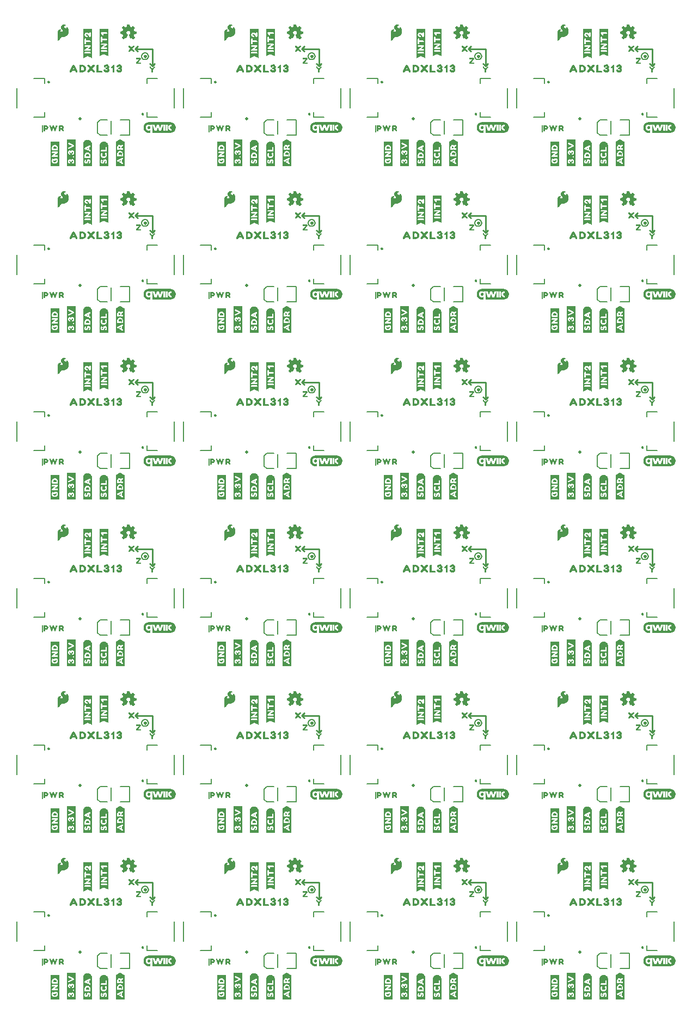
<source format=gto>
G04 EAGLE Gerber RS-274X export*
G75*
%MOMM*%
%FSLAX34Y34*%
%LPD*%
%INSilkscreen Top*%
%IPPOS*%
%AMOC8*
5,1,8,0,0,1.08239X$1,22.5*%
G01*
%ADD10C,0.254000*%
%ADD11C,0.177800*%
%ADD12C,0.203200*%
%ADD13C,0.127000*%
%ADD14C,0.508000*%

G36*
X474602Y1368353D02*
X474602Y1368353D01*
X502099Y1368353D01*
X502101Y1368354D01*
X502103Y1368353D01*
X502630Y1368386D01*
X502631Y1368386D01*
X502633Y1368386D01*
X503685Y1368492D01*
X503687Y1368494D01*
X503691Y1368493D01*
X504207Y1368600D01*
X504209Y1368602D01*
X504212Y1368601D01*
X505223Y1368915D01*
X505224Y1368917D01*
X505228Y1368917D01*
X505713Y1369122D01*
X505715Y1369124D01*
X505719Y1369124D01*
X506648Y1369629D01*
X506650Y1369632D01*
X506654Y1369632D01*
X507088Y1369930D01*
X507089Y1369933D01*
X507092Y1369934D01*
X507908Y1370607D01*
X507909Y1370610D01*
X507913Y1370612D01*
X508278Y1370991D01*
X508279Y1370993D01*
X508281Y1370995D01*
X508954Y1371810D01*
X508955Y1371814D01*
X508959Y1371817D01*
X509240Y1372262D01*
X509240Y1372264D01*
X509242Y1372266D01*
X509747Y1373195D01*
X509746Y1373199D01*
X509750Y1373203D01*
X509936Y1373696D01*
X509935Y1373698D01*
X509937Y1373700D01*
X510251Y1374710D01*
X510250Y1374714D01*
X510253Y1374718D01*
X510338Y1375238D01*
X510337Y1375239D01*
X510339Y1375242D01*
X510445Y1376294D01*
X510443Y1376297D01*
X510445Y1376301D01*
X510437Y1376827D01*
X510435Y1376829D01*
X510436Y1376833D01*
X510330Y1377885D01*
X510328Y1377887D01*
X510329Y1377891D01*
X510227Y1378407D01*
X510225Y1378409D01*
X510225Y1378413D01*
X509912Y1379423D01*
X509909Y1379425D01*
X509910Y1379429D01*
X509708Y1379915D01*
X509706Y1379917D01*
X509706Y1379921D01*
X509201Y1380850D01*
X509199Y1380852D01*
X509198Y1380856D01*
X508903Y1381292D01*
X508901Y1381293D01*
X508900Y1381297D01*
X508227Y1382112D01*
X508224Y1382113D01*
X508222Y1382117D01*
X507845Y1382485D01*
X507843Y1382486D01*
X507842Y1382489D01*
X507026Y1383162D01*
X507022Y1383162D01*
X507020Y1383166D01*
X506576Y1383450D01*
X506574Y1383450D01*
X506573Y1383453D01*
X505643Y1383957D01*
X505639Y1383957D01*
X505636Y1383961D01*
X505144Y1384150D01*
X505142Y1384150D01*
X505140Y1384151D01*
X504130Y1384465D01*
X504127Y1384464D01*
X504122Y1384467D01*
X503604Y1384557D01*
X503602Y1384556D01*
X503599Y1384557D01*
X502547Y1384663D01*
X502306Y1384688D01*
X502303Y1384686D01*
X502300Y1384688D01*
X468984Y1384688D01*
X468455Y1384683D01*
X468453Y1384681D01*
X468450Y1384682D01*
X466871Y1384523D01*
X466867Y1384520D01*
X466859Y1384521D01*
X465344Y1384051D01*
X465340Y1384046D01*
X465332Y1384046D01*
X463939Y1383289D01*
X463936Y1383284D01*
X463929Y1383282D01*
X462711Y1382266D01*
X462709Y1382261D01*
X462702Y1382257D01*
X461704Y1381026D01*
X461704Y1381021D01*
X461698Y1381016D01*
X461193Y1380087D01*
X461194Y1380086D01*
X461192Y1380085D01*
X460957Y1379613D01*
X460958Y1379608D01*
X460953Y1379603D01*
X460640Y1378593D01*
X460640Y1378592D01*
X460639Y1378591D01*
X460500Y1378083D01*
X460501Y1378078D01*
X460498Y1378072D01*
X460345Y1376494D01*
X460348Y1376489D01*
X460345Y1376481D01*
X460505Y1374903D01*
X460508Y1374899D01*
X460507Y1374891D01*
X460973Y1373375D01*
X460977Y1373371D01*
X460978Y1373363D01*
X461729Y1371967D01*
X461734Y1371964D01*
X461736Y1371957D01*
X461799Y1371881D01*
X462006Y1371630D01*
X462007Y1371630D01*
X462214Y1371379D01*
X462422Y1371128D01*
X462630Y1370877D01*
X462747Y1370735D01*
X462753Y1370733D01*
X462756Y1370726D01*
X463986Y1369725D01*
X463991Y1369725D01*
X463996Y1369719D01*
X465396Y1368975D01*
X465401Y1368976D01*
X465407Y1368970D01*
X466925Y1368513D01*
X466930Y1368515D01*
X466937Y1368511D01*
X468515Y1368353D01*
X468518Y1368354D01*
X468521Y1368353D01*
X471018Y1368353D01*
X471037Y1368365D01*
X471060Y1368369D01*
X471066Y1368384D01*
X471075Y1368389D01*
X471073Y1368400D01*
X471080Y1368416D01*
X471079Y1368565D01*
X471079Y1372948D01*
X471072Y1372959D01*
X471074Y1372972D01*
X471055Y1372985D01*
X471042Y1373005D01*
X471029Y1373003D01*
X471018Y1373011D01*
X470984Y1372997D01*
X470975Y1372995D01*
X470973Y1372992D01*
X470970Y1372991D01*
X470748Y1372752D01*
X470367Y1372398D01*
X469934Y1372114D01*
X469462Y1371901D01*
X468960Y1371775D01*
X468444Y1371718D01*
X467923Y1371739D01*
X467404Y1371788D01*
X466902Y1371925D01*
X466411Y1372095D01*
X465958Y1372349D01*
X465541Y1372657D01*
X465154Y1373003D01*
X464846Y1373422D01*
X464569Y1373862D01*
X464354Y1374337D01*
X464194Y1374832D01*
X464069Y1375339D01*
X463970Y1376381D01*
X464035Y1377425D01*
X464150Y1377934D01*
X464283Y1378439D01*
X464499Y1378912D01*
X464753Y1379367D01*
X465059Y1379787D01*
X465431Y1380148D01*
X465834Y1380473D01*
X466288Y1380726D01*
X466772Y1380914D01*
X467269Y1381065D01*
X468310Y1381145D01*
X468827Y1381096D01*
X469333Y1380981D01*
X469815Y1380791D01*
X470257Y1380522D01*
X470658Y1380189D01*
X470973Y1379894D01*
X470984Y1379892D01*
X470990Y1379883D01*
X471015Y1379887D01*
X471040Y1379882D01*
X471046Y1379891D01*
X471057Y1379893D01*
X471076Y1379934D01*
X471079Y1379938D01*
X471078Y1379939D01*
X471079Y1379940D01*
X471079Y1380995D01*
X471083Y1381048D01*
X474028Y1381048D01*
X474028Y1368408D01*
X474040Y1368389D01*
X474044Y1368366D01*
X474059Y1368360D01*
X474064Y1368351D01*
X474075Y1368353D01*
X474091Y1368346D01*
X474602Y1368353D01*
G37*
G36*
X733682Y1109273D02*
X733682Y1109273D01*
X761179Y1109273D01*
X761181Y1109274D01*
X761183Y1109273D01*
X761710Y1109306D01*
X761711Y1109306D01*
X761713Y1109306D01*
X762765Y1109412D01*
X762767Y1109414D01*
X762771Y1109413D01*
X763287Y1109520D01*
X763289Y1109522D01*
X763292Y1109521D01*
X764303Y1109835D01*
X764304Y1109837D01*
X764308Y1109837D01*
X764793Y1110042D01*
X764795Y1110044D01*
X764799Y1110044D01*
X765728Y1110549D01*
X765730Y1110552D01*
X765734Y1110552D01*
X766168Y1110850D01*
X766169Y1110853D01*
X766172Y1110854D01*
X766988Y1111527D01*
X766989Y1111530D01*
X766993Y1111532D01*
X767358Y1111911D01*
X767359Y1111913D01*
X767361Y1111915D01*
X768034Y1112730D01*
X768035Y1112734D01*
X768039Y1112737D01*
X768320Y1113182D01*
X768320Y1113184D01*
X768322Y1113186D01*
X768827Y1114115D01*
X768826Y1114119D01*
X768830Y1114123D01*
X769016Y1114616D01*
X769015Y1114618D01*
X769017Y1114620D01*
X769331Y1115630D01*
X769330Y1115634D01*
X769333Y1115638D01*
X769418Y1116158D01*
X769417Y1116159D01*
X769419Y1116162D01*
X769525Y1117214D01*
X769523Y1117217D01*
X769525Y1117221D01*
X769517Y1117747D01*
X769515Y1117749D01*
X769516Y1117753D01*
X769410Y1118805D01*
X769408Y1118807D01*
X769409Y1118811D01*
X769307Y1119327D01*
X769305Y1119329D01*
X769305Y1119333D01*
X768992Y1120343D01*
X768989Y1120345D01*
X768990Y1120349D01*
X768788Y1120835D01*
X768786Y1120837D01*
X768786Y1120841D01*
X768281Y1121770D01*
X768279Y1121772D01*
X768278Y1121776D01*
X767983Y1122212D01*
X767981Y1122213D01*
X767980Y1122217D01*
X767307Y1123032D01*
X767304Y1123033D01*
X767302Y1123037D01*
X766925Y1123405D01*
X766923Y1123406D01*
X766922Y1123409D01*
X766106Y1124082D01*
X766102Y1124082D01*
X766100Y1124086D01*
X765656Y1124370D01*
X765654Y1124370D01*
X765653Y1124373D01*
X764723Y1124877D01*
X764719Y1124877D01*
X764716Y1124881D01*
X764224Y1125070D01*
X764222Y1125070D01*
X764220Y1125071D01*
X763210Y1125385D01*
X763207Y1125384D01*
X763202Y1125387D01*
X762684Y1125477D01*
X762682Y1125476D01*
X762679Y1125477D01*
X761627Y1125583D01*
X761386Y1125608D01*
X761383Y1125606D01*
X761380Y1125608D01*
X728064Y1125608D01*
X727535Y1125603D01*
X727533Y1125601D01*
X727530Y1125602D01*
X725951Y1125443D01*
X725947Y1125440D01*
X725939Y1125441D01*
X724424Y1124971D01*
X724420Y1124966D01*
X724412Y1124966D01*
X723019Y1124209D01*
X723016Y1124204D01*
X723009Y1124202D01*
X721791Y1123186D01*
X721789Y1123181D01*
X721782Y1123177D01*
X720784Y1121946D01*
X720784Y1121941D01*
X720778Y1121936D01*
X720273Y1121007D01*
X720274Y1121006D01*
X720272Y1121005D01*
X720037Y1120533D01*
X720038Y1120528D01*
X720033Y1120523D01*
X719720Y1119513D01*
X719720Y1119512D01*
X719719Y1119511D01*
X719580Y1119003D01*
X719581Y1118998D01*
X719578Y1118992D01*
X719425Y1117414D01*
X719428Y1117409D01*
X719425Y1117401D01*
X719585Y1115823D01*
X719588Y1115819D01*
X719587Y1115811D01*
X720053Y1114295D01*
X720057Y1114291D01*
X720058Y1114283D01*
X720809Y1112887D01*
X720814Y1112884D01*
X720816Y1112877D01*
X720879Y1112801D01*
X721086Y1112550D01*
X721087Y1112550D01*
X721294Y1112299D01*
X721502Y1112048D01*
X721710Y1111797D01*
X721827Y1111655D01*
X721833Y1111653D01*
X721836Y1111646D01*
X723066Y1110645D01*
X723071Y1110645D01*
X723076Y1110639D01*
X724476Y1109895D01*
X724481Y1109896D01*
X724487Y1109890D01*
X726005Y1109433D01*
X726010Y1109435D01*
X726017Y1109431D01*
X727595Y1109273D01*
X727598Y1109274D01*
X727601Y1109273D01*
X730098Y1109273D01*
X730117Y1109285D01*
X730140Y1109289D01*
X730146Y1109304D01*
X730155Y1109309D01*
X730153Y1109320D01*
X730160Y1109336D01*
X730159Y1109485D01*
X730159Y1113868D01*
X730152Y1113879D01*
X730154Y1113892D01*
X730135Y1113905D01*
X730122Y1113925D01*
X730109Y1113923D01*
X730098Y1113931D01*
X730064Y1113917D01*
X730055Y1113915D01*
X730053Y1113912D01*
X730050Y1113911D01*
X729828Y1113672D01*
X729447Y1113318D01*
X729014Y1113034D01*
X728542Y1112821D01*
X728040Y1112695D01*
X727524Y1112638D01*
X727003Y1112659D01*
X726484Y1112708D01*
X725982Y1112845D01*
X725491Y1113015D01*
X725038Y1113269D01*
X724621Y1113577D01*
X724234Y1113923D01*
X723926Y1114342D01*
X723649Y1114782D01*
X723434Y1115257D01*
X723274Y1115752D01*
X723149Y1116259D01*
X723050Y1117301D01*
X723115Y1118345D01*
X723230Y1118854D01*
X723363Y1119359D01*
X723579Y1119832D01*
X723833Y1120287D01*
X724139Y1120707D01*
X724511Y1121068D01*
X724914Y1121393D01*
X725368Y1121646D01*
X725852Y1121834D01*
X726349Y1121985D01*
X727390Y1122065D01*
X727907Y1122016D01*
X728413Y1121901D01*
X728895Y1121711D01*
X729337Y1121442D01*
X729738Y1121109D01*
X730053Y1120814D01*
X730064Y1120812D01*
X730070Y1120803D01*
X730095Y1120807D01*
X730120Y1120802D01*
X730126Y1120811D01*
X730137Y1120813D01*
X730156Y1120854D01*
X730159Y1120858D01*
X730158Y1120859D01*
X730159Y1120860D01*
X730159Y1121915D01*
X730163Y1121968D01*
X733108Y1121968D01*
X733108Y1109328D01*
X733120Y1109309D01*
X733124Y1109286D01*
X733139Y1109280D01*
X733144Y1109271D01*
X733155Y1109273D01*
X733171Y1109266D01*
X733682Y1109273D01*
G37*
G36*
X474602Y1109273D02*
X474602Y1109273D01*
X502099Y1109273D01*
X502101Y1109274D01*
X502103Y1109273D01*
X502630Y1109306D01*
X502631Y1109306D01*
X502633Y1109306D01*
X503685Y1109412D01*
X503687Y1109414D01*
X503691Y1109413D01*
X504207Y1109520D01*
X504209Y1109522D01*
X504212Y1109521D01*
X505223Y1109835D01*
X505224Y1109837D01*
X505228Y1109837D01*
X505713Y1110042D01*
X505715Y1110044D01*
X505719Y1110044D01*
X506648Y1110549D01*
X506650Y1110552D01*
X506654Y1110552D01*
X507088Y1110850D01*
X507089Y1110853D01*
X507092Y1110854D01*
X507908Y1111527D01*
X507909Y1111530D01*
X507913Y1111532D01*
X508278Y1111911D01*
X508279Y1111913D01*
X508281Y1111915D01*
X508954Y1112730D01*
X508955Y1112734D01*
X508959Y1112737D01*
X509240Y1113182D01*
X509240Y1113184D01*
X509242Y1113186D01*
X509747Y1114115D01*
X509746Y1114119D01*
X509750Y1114123D01*
X509936Y1114616D01*
X509935Y1114618D01*
X509937Y1114620D01*
X510251Y1115630D01*
X510250Y1115634D01*
X510253Y1115638D01*
X510338Y1116158D01*
X510337Y1116159D01*
X510339Y1116162D01*
X510445Y1117214D01*
X510443Y1117217D01*
X510445Y1117221D01*
X510437Y1117747D01*
X510435Y1117749D01*
X510436Y1117753D01*
X510330Y1118805D01*
X510328Y1118807D01*
X510329Y1118811D01*
X510227Y1119327D01*
X510225Y1119329D01*
X510225Y1119333D01*
X509912Y1120343D01*
X509909Y1120345D01*
X509910Y1120349D01*
X509708Y1120835D01*
X509706Y1120837D01*
X509706Y1120841D01*
X509201Y1121770D01*
X509199Y1121772D01*
X509198Y1121776D01*
X508903Y1122212D01*
X508901Y1122213D01*
X508900Y1122217D01*
X508227Y1123032D01*
X508224Y1123033D01*
X508222Y1123037D01*
X507845Y1123405D01*
X507843Y1123406D01*
X507842Y1123409D01*
X507026Y1124082D01*
X507022Y1124082D01*
X507020Y1124086D01*
X506576Y1124370D01*
X506574Y1124370D01*
X506573Y1124373D01*
X505643Y1124877D01*
X505639Y1124877D01*
X505636Y1124881D01*
X505144Y1125070D01*
X505142Y1125070D01*
X505140Y1125071D01*
X504130Y1125385D01*
X504127Y1125384D01*
X504122Y1125387D01*
X503604Y1125477D01*
X503602Y1125476D01*
X503599Y1125477D01*
X502547Y1125583D01*
X502306Y1125608D01*
X502303Y1125606D01*
X502300Y1125608D01*
X468984Y1125608D01*
X468455Y1125603D01*
X468453Y1125601D01*
X468450Y1125602D01*
X466871Y1125443D01*
X466867Y1125440D01*
X466859Y1125441D01*
X465344Y1124971D01*
X465340Y1124966D01*
X465332Y1124966D01*
X463939Y1124209D01*
X463936Y1124204D01*
X463929Y1124202D01*
X462711Y1123186D01*
X462709Y1123181D01*
X462702Y1123177D01*
X461704Y1121946D01*
X461704Y1121941D01*
X461698Y1121936D01*
X461193Y1121007D01*
X461194Y1121006D01*
X461192Y1121005D01*
X460957Y1120533D01*
X460958Y1120528D01*
X460953Y1120523D01*
X460640Y1119513D01*
X460640Y1119512D01*
X460639Y1119511D01*
X460500Y1119003D01*
X460501Y1118998D01*
X460498Y1118992D01*
X460345Y1117414D01*
X460348Y1117409D01*
X460345Y1117401D01*
X460505Y1115823D01*
X460508Y1115819D01*
X460507Y1115811D01*
X460973Y1114295D01*
X460977Y1114291D01*
X460978Y1114283D01*
X461729Y1112887D01*
X461734Y1112884D01*
X461736Y1112877D01*
X461799Y1112801D01*
X462006Y1112550D01*
X462007Y1112550D01*
X462214Y1112299D01*
X462422Y1112048D01*
X462630Y1111797D01*
X462747Y1111655D01*
X462753Y1111653D01*
X462756Y1111646D01*
X463986Y1110645D01*
X463991Y1110645D01*
X463996Y1110639D01*
X465396Y1109895D01*
X465401Y1109896D01*
X465407Y1109890D01*
X466925Y1109433D01*
X466930Y1109435D01*
X466937Y1109431D01*
X468515Y1109273D01*
X468518Y1109274D01*
X468521Y1109273D01*
X471018Y1109273D01*
X471037Y1109285D01*
X471060Y1109289D01*
X471066Y1109304D01*
X471075Y1109309D01*
X471073Y1109320D01*
X471080Y1109336D01*
X471079Y1109485D01*
X471079Y1113868D01*
X471072Y1113879D01*
X471074Y1113892D01*
X471055Y1113905D01*
X471042Y1113925D01*
X471029Y1113923D01*
X471018Y1113931D01*
X470984Y1113917D01*
X470975Y1113915D01*
X470973Y1113912D01*
X470970Y1113911D01*
X470748Y1113672D01*
X470367Y1113318D01*
X469934Y1113034D01*
X469462Y1112821D01*
X468960Y1112695D01*
X468444Y1112638D01*
X467923Y1112659D01*
X467404Y1112708D01*
X466902Y1112845D01*
X466411Y1113015D01*
X465958Y1113269D01*
X465541Y1113577D01*
X465154Y1113923D01*
X464846Y1114342D01*
X464569Y1114782D01*
X464354Y1115257D01*
X464194Y1115752D01*
X464069Y1116259D01*
X463970Y1117301D01*
X464035Y1118345D01*
X464150Y1118854D01*
X464283Y1119359D01*
X464499Y1119832D01*
X464753Y1120287D01*
X465059Y1120707D01*
X465431Y1121068D01*
X465834Y1121393D01*
X466288Y1121646D01*
X466772Y1121834D01*
X467269Y1121985D01*
X468310Y1122065D01*
X468827Y1122016D01*
X469333Y1121901D01*
X469815Y1121711D01*
X470257Y1121442D01*
X470658Y1121109D01*
X470973Y1120814D01*
X470984Y1120812D01*
X470990Y1120803D01*
X471015Y1120807D01*
X471040Y1120802D01*
X471046Y1120811D01*
X471057Y1120813D01*
X471076Y1120854D01*
X471079Y1120858D01*
X471078Y1120859D01*
X471079Y1120860D01*
X471079Y1121915D01*
X471083Y1121968D01*
X474028Y1121968D01*
X474028Y1109328D01*
X474040Y1109309D01*
X474044Y1109286D01*
X474059Y1109280D01*
X474064Y1109271D01*
X474075Y1109273D01*
X474091Y1109266D01*
X474602Y1109273D01*
G37*
G36*
X733682Y591113D02*
X733682Y591113D01*
X761179Y591113D01*
X761181Y591114D01*
X761183Y591113D01*
X761710Y591146D01*
X761711Y591146D01*
X761713Y591146D01*
X762765Y591252D01*
X762767Y591254D01*
X762771Y591253D01*
X763287Y591360D01*
X763289Y591362D01*
X763292Y591361D01*
X764303Y591675D01*
X764304Y591677D01*
X764308Y591677D01*
X764793Y591882D01*
X764795Y591884D01*
X764799Y591884D01*
X765728Y592389D01*
X765730Y592392D01*
X765734Y592392D01*
X766168Y592690D01*
X766169Y592693D01*
X766172Y592694D01*
X766988Y593367D01*
X766989Y593370D01*
X766993Y593372D01*
X767358Y593751D01*
X767359Y593753D01*
X767361Y593755D01*
X768034Y594570D01*
X768035Y594574D01*
X768039Y594577D01*
X768320Y595022D01*
X768320Y595024D01*
X768322Y595026D01*
X768827Y595955D01*
X768826Y595959D01*
X768830Y595963D01*
X769016Y596456D01*
X769015Y596458D01*
X769017Y596460D01*
X769331Y597470D01*
X769330Y597474D01*
X769333Y597478D01*
X769418Y597998D01*
X769417Y597999D01*
X769419Y598002D01*
X769525Y599054D01*
X769523Y599057D01*
X769525Y599061D01*
X769517Y599587D01*
X769515Y599589D01*
X769516Y599593D01*
X769410Y600645D01*
X769408Y600647D01*
X769409Y600651D01*
X769307Y601167D01*
X769305Y601169D01*
X769305Y601173D01*
X768992Y602183D01*
X768989Y602185D01*
X768990Y602189D01*
X768788Y602675D01*
X768786Y602677D01*
X768786Y602681D01*
X768281Y603610D01*
X768279Y603612D01*
X768278Y603616D01*
X767983Y604052D01*
X767981Y604053D01*
X767980Y604057D01*
X767307Y604872D01*
X767304Y604873D01*
X767302Y604877D01*
X766925Y605245D01*
X766923Y605246D01*
X766922Y605249D01*
X766106Y605922D01*
X766102Y605922D01*
X766100Y605926D01*
X765656Y606210D01*
X765654Y606210D01*
X765653Y606213D01*
X764723Y606717D01*
X764719Y606717D01*
X764716Y606721D01*
X764224Y606910D01*
X764222Y606910D01*
X764220Y606911D01*
X763210Y607225D01*
X763207Y607224D01*
X763202Y607227D01*
X762684Y607317D01*
X762682Y607316D01*
X762679Y607317D01*
X761627Y607423D01*
X761386Y607448D01*
X761383Y607446D01*
X761380Y607448D01*
X728064Y607448D01*
X727535Y607443D01*
X727533Y607441D01*
X727530Y607442D01*
X725951Y607283D01*
X725947Y607280D01*
X725939Y607281D01*
X724424Y606811D01*
X724420Y606806D01*
X724412Y606806D01*
X723019Y606049D01*
X723016Y606044D01*
X723009Y606042D01*
X721791Y605026D01*
X721789Y605021D01*
X721782Y605017D01*
X720784Y603786D01*
X720784Y603781D01*
X720778Y603776D01*
X720273Y602847D01*
X720274Y602846D01*
X720272Y602845D01*
X720037Y602373D01*
X720038Y602368D01*
X720033Y602363D01*
X719720Y601353D01*
X719720Y601352D01*
X719719Y601351D01*
X719580Y600843D01*
X719581Y600838D01*
X719578Y600832D01*
X719425Y599254D01*
X719428Y599249D01*
X719425Y599241D01*
X719585Y597663D01*
X719588Y597659D01*
X719587Y597651D01*
X720053Y596135D01*
X720057Y596131D01*
X720058Y596123D01*
X720809Y594727D01*
X720814Y594724D01*
X720816Y594717D01*
X720879Y594641D01*
X721086Y594390D01*
X721087Y594390D01*
X721294Y594139D01*
X721502Y593888D01*
X721710Y593637D01*
X721827Y593495D01*
X721833Y593493D01*
X721836Y593486D01*
X723066Y592485D01*
X723071Y592485D01*
X723076Y592479D01*
X724476Y591735D01*
X724481Y591736D01*
X724487Y591730D01*
X726005Y591273D01*
X726010Y591275D01*
X726017Y591271D01*
X727595Y591113D01*
X727598Y591114D01*
X727601Y591113D01*
X730098Y591113D01*
X730117Y591125D01*
X730140Y591129D01*
X730146Y591144D01*
X730155Y591149D01*
X730153Y591160D01*
X730160Y591176D01*
X730159Y591325D01*
X730159Y595708D01*
X730152Y595719D01*
X730154Y595732D01*
X730135Y595745D01*
X730122Y595765D01*
X730109Y595763D01*
X730098Y595771D01*
X730064Y595757D01*
X730055Y595755D01*
X730053Y595752D01*
X730050Y595751D01*
X729828Y595512D01*
X729447Y595158D01*
X729014Y594874D01*
X728542Y594661D01*
X728040Y594535D01*
X727524Y594478D01*
X727003Y594499D01*
X726484Y594548D01*
X725982Y594685D01*
X725491Y594855D01*
X725038Y595109D01*
X724621Y595417D01*
X724234Y595763D01*
X723926Y596182D01*
X723649Y596622D01*
X723434Y597097D01*
X723274Y597592D01*
X723149Y598099D01*
X723050Y599141D01*
X723115Y600185D01*
X723230Y600694D01*
X723363Y601199D01*
X723579Y601672D01*
X723833Y602127D01*
X724139Y602547D01*
X724511Y602908D01*
X724914Y603233D01*
X725368Y603486D01*
X725852Y603674D01*
X726349Y603825D01*
X727390Y603905D01*
X727907Y603856D01*
X728413Y603741D01*
X728895Y603551D01*
X729337Y603282D01*
X729738Y602949D01*
X730053Y602654D01*
X730064Y602652D01*
X730070Y602643D01*
X730095Y602647D01*
X730120Y602642D01*
X730126Y602651D01*
X730137Y602653D01*
X730156Y602694D01*
X730159Y602698D01*
X730158Y602699D01*
X730159Y602700D01*
X730159Y603755D01*
X730163Y603808D01*
X733108Y603808D01*
X733108Y591168D01*
X733120Y591149D01*
X733124Y591126D01*
X733139Y591120D01*
X733144Y591111D01*
X733155Y591113D01*
X733171Y591106D01*
X733682Y591113D01*
G37*
G36*
X992762Y332033D02*
X992762Y332033D01*
X1020259Y332033D01*
X1020261Y332034D01*
X1020263Y332033D01*
X1020790Y332066D01*
X1020791Y332066D01*
X1020793Y332066D01*
X1021845Y332172D01*
X1021847Y332174D01*
X1021851Y332173D01*
X1022367Y332280D01*
X1022369Y332282D01*
X1022372Y332281D01*
X1023383Y332595D01*
X1023384Y332597D01*
X1023388Y332597D01*
X1023873Y332802D01*
X1023875Y332804D01*
X1023879Y332804D01*
X1024808Y333309D01*
X1024810Y333312D01*
X1024814Y333312D01*
X1025248Y333610D01*
X1025249Y333613D01*
X1025252Y333614D01*
X1026068Y334287D01*
X1026069Y334290D01*
X1026073Y334292D01*
X1026438Y334671D01*
X1026439Y334673D01*
X1026441Y334675D01*
X1027114Y335490D01*
X1027115Y335494D01*
X1027119Y335497D01*
X1027400Y335942D01*
X1027400Y335944D01*
X1027402Y335946D01*
X1027907Y336875D01*
X1027906Y336879D01*
X1027910Y336883D01*
X1028096Y337376D01*
X1028095Y337378D01*
X1028097Y337380D01*
X1028411Y338390D01*
X1028410Y338394D01*
X1028413Y338398D01*
X1028498Y338918D01*
X1028497Y338919D01*
X1028499Y338922D01*
X1028605Y339974D01*
X1028603Y339977D01*
X1028605Y339981D01*
X1028597Y340507D01*
X1028595Y340509D01*
X1028596Y340513D01*
X1028490Y341565D01*
X1028488Y341567D01*
X1028489Y341571D01*
X1028387Y342087D01*
X1028385Y342089D01*
X1028385Y342093D01*
X1028072Y343103D01*
X1028069Y343105D01*
X1028070Y343109D01*
X1027868Y343595D01*
X1027866Y343597D01*
X1027866Y343601D01*
X1027361Y344530D01*
X1027359Y344532D01*
X1027358Y344536D01*
X1027063Y344972D01*
X1027061Y344973D01*
X1027060Y344977D01*
X1026387Y345792D01*
X1026384Y345793D01*
X1026382Y345797D01*
X1026005Y346165D01*
X1026003Y346166D01*
X1026002Y346169D01*
X1025186Y346842D01*
X1025182Y346842D01*
X1025180Y346846D01*
X1024736Y347130D01*
X1024734Y347130D01*
X1024733Y347133D01*
X1023803Y347637D01*
X1023799Y347637D01*
X1023796Y347641D01*
X1023304Y347830D01*
X1023302Y347830D01*
X1023300Y347831D01*
X1022290Y348145D01*
X1022287Y348144D01*
X1022282Y348147D01*
X1021764Y348237D01*
X1021762Y348236D01*
X1021759Y348237D01*
X1020707Y348343D01*
X1020466Y348368D01*
X1020463Y348366D01*
X1020460Y348368D01*
X987144Y348368D01*
X986615Y348363D01*
X986613Y348361D01*
X986610Y348362D01*
X985031Y348203D01*
X985027Y348200D01*
X985019Y348201D01*
X983504Y347731D01*
X983500Y347726D01*
X983492Y347726D01*
X982099Y346969D01*
X982096Y346964D01*
X982089Y346962D01*
X980871Y345946D01*
X980869Y345941D01*
X980862Y345937D01*
X979864Y344706D01*
X979864Y344701D01*
X979858Y344696D01*
X979353Y343767D01*
X979354Y343766D01*
X979352Y343765D01*
X979117Y343293D01*
X979118Y343288D01*
X979113Y343283D01*
X978800Y342273D01*
X978800Y342272D01*
X978799Y342271D01*
X978660Y341763D01*
X978661Y341758D01*
X978658Y341752D01*
X978505Y340174D01*
X978508Y340169D01*
X978505Y340161D01*
X978665Y338583D01*
X978668Y338579D01*
X978667Y338571D01*
X979133Y337055D01*
X979137Y337051D01*
X979138Y337043D01*
X979889Y335647D01*
X979894Y335644D01*
X979896Y335637D01*
X979959Y335561D01*
X980166Y335310D01*
X980167Y335310D01*
X980374Y335059D01*
X980582Y334808D01*
X980790Y334557D01*
X980907Y334415D01*
X980913Y334413D01*
X980916Y334406D01*
X982146Y333405D01*
X982151Y333405D01*
X982156Y333399D01*
X983556Y332655D01*
X983561Y332656D01*
X983567Y332650D01*
X985085Y332193D01*
X985090Y332195D01*
X985097Y332191D01*
X986675Y332033D01*
X986678Y332034D01*
X986681Y332033D01*
X989178Y332033D01*
X989197Y332045D01*
X989220Y332049D01*
X989226Y332064D01*
X989235Y332069D01*
X989233Y332080D01*
X989240Y332096D01*
X989239Y332245D01*
X989239Y336628D01*
X989232Y336639D01*
X989234Y336652D01*
X989215Y336665D01*
X989202Y336685D01*
X989189Y336683D01*
X989178Y336691D01*
X989144Y336677D01*
X989135Y336675D01*
X989133Y336672D01*
X989130Y336671D01*
X988908Y336432D01*
X988527Y336078D01*
X988094Y335794D01*
X987622Y335581D01*
X987120Y335455D01*
X986604Y335398D01*
X986083Y335419D01*
X985564Y335468D01*
X985062Y335605D01*
X984571Y335775D01*
X984118Y336029D01*
X983701Y336337D01*
X983314Y336683D01*
X983006Y337102D01*
X982729Y337542D01*
X982514Y338017D01*
X982354Y338512D01*
X982229Y339019D01*
X982130Y340061D01*
X982195Y341105D01*
X982310Y341614D01*
X982443Y342119D01*
X982659Y342592D01*
X982913Y343047D01*
X983219Y343467D01*
X983591Y343828D01*
X983994Y344153D01*
X984448Y344406D01*
X984932Y344594D01*
X985429Y344745D01*
X986470Y344825D01*
X986987Y344776D01*
X987493Y344661D01*
X987975Y344471D01*
X988417Y344202D01*
X988818Y343869D01*
X989133Y343574D01*
X989144Y343572D01*
X989150Y343563D01*
X989175Y343567D01*
X989200Y343562D01*
X989206Y343571D01*
X989217Y343573D01*
X989236Y343614D01*
X989239Y343618D01*
X989238Y343619D01*
X989239Y343620D01*
X989239Y344675D01*
X989243Y344728D01*
X992188Y344728D01*
X992188Y332088D01*
X992200Y332069D01*
X992204Y332046D01*
X992219Y332040D01*
X992224Y332031D01*
X992235Y332033D01*
X992251Y332026D01*
X992762Y332033D01*
G37*
G36*
X733682Y72953D02*
X733682Y72953D01*
X761179Y72953D01*
X761181Y72954D01*
X761183Y72953D01*
X761710Y72986D01*
X761711Y72986D01*
X761713Y72986D01*
X762765Y73092D01*
X762767Y73094D01*
X762771Y73093D01*
X763287Y73200D01*
X763289Y73202D01*
X763292Y73201D01*
X764303Y73515D01*
X764304Y73517D01*
X764308Y73517D01*
X764793Y73722D01*
X764795Y73724D01*
X764799Y73724D01*
X765728Y74229D01*
X765730Y74232D01*
X765734Y74232D01*
X766168Y74530D01*
X766169Y74533D01*
X766172Y74534D01*
X766988Y75207D01*
X766989Y75210D01*
X766993Y75212D01*
X767358Y75591D01*
X767359Y75593D01*
X767361Y75595D01*
X768034Y76410D01*
X768035Y76414D01*
X768039Y76417D01*
X768320Y76862D01*
X768320Y76864D01*
X768322Y76866D01*
X768827Y77795D01*
X768826Y77799D01*
X768830Y77803D01*
X769016Y78296D01*
X769015Y78298D01*
X769017Y78300D01*
X769331Y79310D01*
X769330Y79314D01*
X769333Y79318D01*
X769418Y79838D01*
X769417Y79839D01*
X769419Y79842D01*
X769525Y80894D01*
X769523Y80897D01*
X769525Y80901D01*
X769517Y81427D01*
X769515Y81429D01*
X769516Y81433D01*
X769410Y82485D01*
X769408Y82487D01*
X769409Y82491D01*
X769307Y83007D01*
X769305Y83009D01*
X769305Y83013D01*
X768992Y84023D01*
X768989Y84025D01*
X768990Y84029D01*
X768788Y84515D01*
X768786Y84517D01*
X768786Y84521D01*
X768281Y85450D01*
X768279Y85452D01*
X768278Y85456D01*
X767983Y85892D01*
X767981Y85893D01*
X767980Y85897D01*
X767307Y86712D01*
X767304Y86713D01*
X767302Y86717D01*
X766925Y87085D01*
X766923Y87086D01*
X766922Y87089D01*
X766106Y87762D01*
X766102Y87762D01*
X766100Y87766D01*
X765656Y88050D01*
X765654Y88050D01*
X765653Y88053D01*
X764723Y88557D01*
X764719Y88557D01*
X764716Y88561D01*
X764224Y88750D01*
X764222Y88750D01*
X764220Y88751D01*
X763210Y89065D01*
X763207Y89064D01*
X763202Y89067D01*
X762684Y89157D01*
X762682Y89156D01*
X762679Y89157D01*
X761627Y89263D01*
X761386Y89288D01*
X761383Y89286D01*
X761380Y89288D01*
X728064Y89288D01*
X727535Y89283D01*
X727533Y89281D01*
X727530Y89282D01*
X725951Y89123D01*
X725947Y89120D01*
X725939Y89121D01*
X724424Y88651D01*
X724420Y88646D01*
X724412Y88646D01*
X723019Y87889D01*
X723016Y87884D01*
X723009Y87882D01*
X721791Y86866D01*
X721789Y86861D01*
X721782Y86857D01*
X720784Y85626D01*
X720784Y85621D01*
X720778Y85616D01*
X720273Y84687D01*
X720274Y84686D01*
X720272Y84685D01*
X720037Y84213D01*
X720038Y84208D01*
X720033Y84203D01*
X719720Y83193D01*
X719720Y83192D01*
X719719Y83191D01*
X719580Y82683D01*
X719581Y82678D01*
X719578Y82672D01*
X719425Y81094D01*
X719428Y81089D01*
X719425Y81081D01*
X719585Y79503D01*
X719588Y79499D01*
X719587Y79491D01*
X720053Y77975D01*
X720057Y77971D01*
X720058Y77963D01*
X720809Y76567D01*
X720814Y76564D01*
X720816Y76557D01*
X720879Y76481D01*
X721086Y76230D01*
X721087Y76230D01*
X721294Y75979D01*
X721502Y75728D01*
X721710Y75477D01*
X721827Y75335D01*
X721833Y75333D01*
X721836Y75326D01*
X723066Y74325D01*
X723071Y74325D01*
X723076Y74319D01*
X724476Y73575D01*
X724481Y73576D01*
X724487Y73570D01*
X726005Y73113D01*
X726010Y73115D01*
X726017Y73111D01*
X727595Y72953D01*
X727598Y72954D01*
X727601Y72953D01*
X730098Y72953D01*
X730117Y72965D01*
X730140Y72969D01*
X730146Y72984D01*
X730155Y72989D01*
X730153Y73000D01*
X730160Y73016D01*
X730159Y73165D01*
X730159Y77548D01*
X730152Y77559D01*
X730154Y77572D01*
X730135Y77585D01*
X730122Y77605D01*
X730109Y77603D01*
X730098Y77611D01*
X730064Y77597D01*
X730055Y77595D01*
X730053Y77592D01*
X730050Y77591D01*
X729828Y77352D01*
X729447Y76998D01*
X729014Y76714D01*
X728542Y76501D01*
X728040Y76375D01*
X727524Y76318D01*
X727003Y76339D01*
X726484Y76388D01*
X725982Y76525D01*
X725491Y76695D01*
X725038Y76949D01*
X724621Y77257D01*
X724234Y77603D01*
X723926Y78022D01*
X723649Y78462D01*
X723434Y78937D01*
X723274Y79432D01*
X723149Y79939D01*
X723050Y80981D01*
X723115Y82025D01*
X723230Y82534D01*
X723363Y83039D01*
X723579Y83512D01*
X723833Y83967D01*
X724139Y84387D01*
X724511Y84748D01*
X724914Y85073D01*
X725368Y85326D01*
X725852Y85514D01*
X726349Y85665D01*
X727390Y85745D01*
X727907Y85696D01*
X728413Y85581D01*
X728895Y85391D01*
X729337Y85122D01*
X729738Y84789D01*
X730053Y84494D01*
X730064Y84492D01*
X730070Y84483D01*
X730095Y84487D01*
X730120Y84482D01*
X730126Y84491D01*
X730137Y84493D01*
X730156Y84534D01*
X730159Y84538D01*
X730158Y84539D01*
X730159Y84540D01*
X730159Y85595D01*
X730163Y85648D01*
X733108Y85648D01*
X733108Y73008D01*
X733120Y72989D01*
X733124Y72966D01*
X733139Y72960D01*
X733144Y72951D01*
X733155Y72953D01*
X733171Y72946D01*
X733682Y72953D01*
G37*
G36*
X992762Y850193D02*
X992762Y850193D01*
X1020259Y850193D01*
X1020261Y850194D01*
X1020263Y850193D01*
X1020790Y850226D01*
X1020791Y850226D01*
X1020793Y850226D01*
X1021845Y850332D01*
X1021847Y850334D01*
X1021851Y850333D01*
X1022367Y850440D01*
X1022369Y850442D01*
X1022372Y850441D01*
X1023383Y850755D01*
X1023384Y850757D01*
X1023388Y850757D01*
X1023873Y850962D01*
X1023875Y850964D01*
X1023879Y850964D01*
X1024808Y851469D01*
X1024810Y851472D01*
X1024814Y851472D01*
X1025248Y851770D01*
X1025249Y851773D01*
X1025252Y851774D01*
X1026068Y852447D01*
X1026069Y852450D01*
X1026073Y852452D01*
X1026438Y852831D01*
X1026439Y852833D01*
X1026441Y852835D01*
X1027114Y853650D01*
X1027115Y853654D01*
X1027119Y853657D01*
X1027400Y854102D01*
X1027400Y854104D01*
X1027402Y854106D01*
X1027907Y855035D01*
X1027906Y855039D01*
X1027910Y855043D01*
X1028096Y855536D01*
X1028095Y855538D01*
X1028097Y855540D01*
X1028411Y856550D01*
X1028410Y856554D01*
X1028413Y856558D01*
X1028498Y857078D01*
X1028497Y857079D01*
X1028499Y857082D01*
X1028605Y858134D01*
X1028603Y858137D01*
X1028605Y858141D01*
X1028597Y858667D01*
X1028595Y858669D01*
X1028596Y858673D01*
X1028490Y859725D01*
X1028488Y859727D01*
X1028489Y859731D01*
X1028387Y860247D01*
X1028385Y860249D01*
X1028385Y860253D01*
X1028072Y861263D01*
X1028069Y861265D01*
X1028070Y861269D01*
X1027868Y861755D01*
X1027866Y861757D01*
X1027866Y861761D01*
X1027361Y862690D01*
X1027359Y862692D01*
X1027358Y862696D01*
X1027063Y863132D01*
X1027061Y863133D01*
X1027060Y863137D01*
X1026387Y863952D01*
X1026384Y863953D01*
X1026382Y863957D01*
X1026005Y864325D01*
X1026003Y864326D01*
X1026002Y864329D01*
X1025186Y865002D01*
X1025182Y865002D01*
X1025180Y865006D01*
X1024736Y865290D01*
X1024734Y865290D01*
X1024733Y865293D01*
X1023803Y865797D01*
X1023799Y865797D01*
X1023796Y865801D01*
X1023304Y865990D01*
X1023302Y865990D01*
X1023300Y865991D01*
X1022290Y866305D01*
X1022287Y866304D01*
X1022282Y866307D01*
X1021764Y866397D01*
X1021762Y866396D01*
X1021759Y866397D01*
X1020707Y866503D01*
X1020466Y866528D01*
X1020463Y866526D01*
X1020460Y866528D01*
X987144Y866528D01*
X986615Y866523D01*
X986613Y866521D01*
X986610Y866522D01*
X985031Y866363D01*
X985027Y866360D01*
X985019Y866361D01*
X983504Y865891D01*
X983500Y865886D01*
X983492Y865886D01*
X982099Y865129D01*
X982096Y865124D01*
X982089Y865122D01*
X980871Y864106D01*
X980869Y864101D01*
X980862Y864097D01*
X979864Y862866D01*
X979864Y862861D01*
X979858Y862856D01*
X979353Y861927D01*
X979354Y861926D01*
X979352Y861925D01*
X979117Y861453D01*
X979118Y861448D01*
X979113Y861443D01*
X978800Y860433D01*
X978800Y860432D01*
X978799Y860431D01*
X978660Y859923D01*
X978661Y859918D01*
X978658Y859912D01*
X978505Y858334D01*
X978508Y858329D01*
X978505Y858321D01*
X978665Y856743D01*
X978668Y856739D01*
X978667Y856731D01*
X979133Y855215D01*
X979137Y855211D01*
X979138Y855203D01*
X979889Y853807D01*
X979894Y853804D01*
X979896Y853797D01*
X979959Y853721D01*
X980166Y853470D01*
X980167Y853470D01*
X980374Y853219D01*
X980582Y852968D01*
X980790Y852717D01*
X980907Y852575D01*
X980913Y852573D01*
X980916Y852566D01*
X982146Y851565D01*
X982151Y851565D01*
X982156Y851559D01*
X983556Y850815D01*
X983561Y850816D01*
X983567Y850810D01*
X985085Y850353D01*
X985090Y850355D01*
X985097Y850351D01*
X986675Y850193D01*
X986678Y850194D01*
X986681Y850193D01*
X989178Y850193D01*
X989197Y850205D01*
X989220Y850209D01*
X989226Y850224D01*
X989235Y850229D01*
X989233Y850240D01*
X989240Y850256D01*
X989239Y850405D01*
X989239Y854788D01*
X989232Y854799D01*
X989234Y854812D01*
X989215Y854825D01*
X989202Y854845D01*
X989189Y854843D01*
X989178Y854851D01*
X989144Y854837D01*
X989135Y854835D01*
X989133Y854832D01*
X989130Y854831D01*
X988908Y854592D01*
X988527Y854238D01*
X988094Y853954D01*
X987622Y853741D01*
X987120Y853615D01*
X986604Y853558D01*
X986083Y853579D01*
X985564Y853628D01*
X985062Y853765D01*
X984571Y853935D01*
X984118Y854189D01*
X983701Y854497D01*
X983314Y854843D01*
X983006Y855262D01*
X982729Y855702D01*
X982514Y856177D01*
X982354Y856672D01*
X982229Y857179D01*
X982130Y858221D01*
X982195Y859265D01*
X982310Y859774D01*
X982443Y860279D01*
X982659Y860752D01*
X982913Y861207D01*
X983219Y861627D01*
X983591Y861988D01*
X983994Y862313D01*
X984448Y862566D01*
X984932Y862754D01*
X985429Y862905D01*
X986470Y862985D01*
X986987Y862936D01*
X987493Y862821D01*
X987975Y862631D01*
X988417Y862362D01*
X988818Y862029D01*
X989133Y861734D01*
X989144Y861732D01*
X989150Y861723D01*
X989175Y861727D01*
X989200Y861722D01*
X989206Y861731D01*
X989217Y861733D01*
X989236Y861774D01*
X989239Y861778D01*
X989238Y861779D01*
X989239Y861780D01*
X989239Y862835D01*
X989243Y862888D01*
X992188Y862888D01*
X992188Y850248D01*
X992200Y850229D01*
X992204Y850206D01*
X992219Y850200D01*
X992224Y850191D01*
X992235Y850193D01*
X992251Y850186D01*
X992762Y850193D01*
G37*
G36*
X992762Y72953D02*
X992762Y72953D01*
X1020259Y72953D01*
X1020261Y72954D01*
X1020263Y72953D01*
X1020790Y72986D01*
X1020791Y72986D01*
X1020793Y72986D01*
X1021845Y73092D01*
X1021847Y73094D01*
X1021851Y73093D01*
X1022367Y73200D01*
X1022369Y73202D01*
X1022372Y73201D01*
X1023383Y73515D01*
X1023384Y73517D01*
X1023388Y73517D01*
X1023873Y73722D01*
X1023875Y73724D01*
X1023879Y73724D01*
X1024808Y74229D01*
X1024810Y74232D01*
X1024814Y74232D01*
X1025248Y74530D01*
X1025249Y74533D01*
X1025252Y74534D01*
X1026068Y75207D01*
X1026069Y75210D01*
X1026073Y75212D01*
X1026438Y75591D01*
X1026439Y75593D01*
X1026441Y75595D01*
X1027114Y76410D01*
X1027115Y76414D01*
X1027119Y76417D01*
X1027400Y76862D01*
X1027400Y76864D01*
X1027402Y76866D01*
X1027907Y77795D01*
X1027906Y77799D01*
X1027910Y77803D01*
X1028096Y78296D01*
X1028095Y78298D01*
X1028097Y78300D01*
X1028411Y79310D01*
X1028410Y79314D01*
X1028413Y79318D01*
X1028498Y79838D01*
X1028497Y79839D01*
X1028499Y79842D01*
X1028605Y80894D01*
X1028603Y80897D01*
X1028605Y80901D01*
X1028597Y81427D01*
X1028595Y81429D01*
X1028596Y81433D01*
X1028490Y82485D01*
X1028488Y82487D01*
X1028489Y82491D01*
X1028387Y83007D01*
X1028385Y83009D01*
X1028385Y83013D01*
X1028072Y84023D01*
X1028069Y84025D01*
X1028070Y84029D01*
X1027868Y84515D01*
X1027866Y84517D01*
X1027866Y84521D01*
X1027361Y85450D01*
X1027359Y85452D01*
X1027358Y85456D01*
X1027063Y85892D01*
X1027061Y85893D01*
X1027060Y85897D01*
X1026387Y86712D01*
X1026384Y86713D01*
X1026382Y86717D01*
X1026005Y87085D01*
X1026003Y87086D01*
X1026002Y87089D01*
X1025186Y87762D01*
X1025182Y87762D01*
X1025180Y87766D01*
X1024736Y88050D01*
X1024734Y88050D01*
X1024733Y88053D01*
X1023803Y88557D01*
X1023799Y88557D01*
X1023796Y88561D01*
X1023304Y88750D01*
X1023302Y88750D01*
X1023300Y88751D01*
X1022290Y89065D01*
X1022287Y89064D01*
X1022282Y89067D01*
X1021764Y89157D01*
X1021762Y89156D01*
X1021759Y89157D01*
X1020707Y89263D01*
X1020466Y89288D01*
X1020463Y89286D01*
X1020460Y89288D01*
X987144Y89288D01*
X986615Y89283D01*
X986613Y89281D01*
X986610Y89282D01*
X985031Y89123D01*
X985027Y89120D01*
X985019Y89121D01*
X983504Y88651D01*
X983500Y88646D01*
X983492Y88646D01*
X982099Y87889D01*
X982096Y87884D01*
X982089Y87882D01*
X980871Y86866D01*
X980869Y86861D01*
X980862Y86857D01*
X979864Y85626D01*
X979864Y85621D01*
X979858Y85616D01*
X979353Y84687D01*
X979354Y84686D01*
X979352Y84685D01*
X979117Y84213D01*
X979118Y84208D01*
X979113Y84203D01*
X978800Y83193D01*
X978800Y83192D01*
X978799Y83191D01*
X978660Y82683D01*
X978661Y82678D01*
X978658Y82672D01*
X978505Y81094D01*
X978508Y81089D01*
X978505Y81081D01*
X978665Y79503D01*
X978668Y79499D01*
X978667Y79491D01*
X979133Y77975D01*
X979137Y77971D01*
X979138Y77963D01*
X979889Y76567D01*
X979894Y76564D01*
X979896Y76557D01*
X979959Y76481D01*
X980166Y76230D01*
X980167Y76230D01*
X980374Y75979D01*
X980582Y75728D01*
X980790Y75477D01*
X980907Y75335D01*
X980913Y75333D01*
X980916Y75326D01*
X982146Y74325D01*
X982151Y74325D01*
X982156Y74319D01*
X983556Y73575D01*
X983561Y73576D01*
X983567Y73570D01*
X985085Y73113D01*
X985090Y73115D01*
X985097Y73111D01*
X986675Y72953D01*
X986678Y72954D01*
X986681Y72953D01*
X989178Y72953D01*
X989197Y72965D01*
X989220Y72969D01*
X989226Y72984D01*
X989235Y72989D01*
X989233Y73000D01*
X989240Y73016D01*
X989239Y73165D01*
X989239Y77548D01*
X989232Y77559D01*
X989234Y77572D01*
X989215Y77585D01*
X989202Y77605D01*
X989189Y77603D01*
X989178Y77611D01*
X989144Y77597D01*
X989135Y77595D01*
X989133Y77592D01*
X989130Y77591D01*
X988908Y77352D01*
X988527Y76998D01*
X988094Y76714D01*
X987622Y76501D01*
X987120Y76375D01*
X986604Y76318D01*
X986083Y76339D01*
X985564Y76388D01*
X985062Y76525D01*
X984571Y76695D01*
X984118Y76949D01*
X983701Y77257D01*
X983314Y77603D01*
X983006Y78022D01*
X982729Y78462D01*
X982514Y78937D01*
X982354Y79432D01*
X982229Y79939D01*
X982130Y80981D01*
X982195Y82025D01*
X982310Y82534D01*
X982443Y83039D01*
X982659Y83512D01*
X982913Y83967D01*
X983219Y84387D01*
X983591Y84748D01*
X983994Y85073D01*
X984448Y85326D01*
X984932Y85514D01*
X985429Y85665D01*
X986470Y85745D01*
X986987Y85696D01*
X987493Y85581D01*
X987975Y85391D01*
X988417Y85122D01*
X988818Y84789D01*
X989133Y84494D01*
X989144Y84492D01*
X989150Y84483D01*
X989175Y84487D01*
X989200Y84482D01*
X989206Y84491D01*
X989217Y84493D01*
X989236Y84534D01*
X989239Y84538D01*
X989238Y84539D01*
X989239Y84540D01*
X989239Y85595D01*
X989243Y85648D01*
X992188Y85648D01*
X992188Y73008D01*
X992200Y72989D01*
X992204Y72966D01*
X992219Y72960D01*
X992224Y72951D01*
X992235Y72953D01*
X992251Y72946D01*
X992762Y72953D01*
G37*
G36*
X215522Y850193D02*
X215522Y850193D01*
X243019Y850193D01*
X243021Y850194D01*
X243023Y850193D01*
X243550Y850226D01*
X243551Y850226D01*
X243553Y850226D01*
X244605Y850332D01*
X244607Y850334D01*
X244611Y850333D01*
X245127Y850440D01*
X245129Y850442D01*
X245132Y850441D01*
X246143Y850755D01*
X246144Y850757D01*
X246148Y850757D01*
X246633Y850962D01*
X246635Y850964D01*
X246639Y850964D01*
X247568Y851469D01*
X247570Y851472D01*
X247574Y851472D01*
X248008Y851770D01*
X248009Y851773D01*
X248012Y851774D01*
X248828Y852447D01*
X248829Y852450D01*
X248833Y852452D01*
X249198Y852831D01*
X249199Y852833D01*
X249201Y852835D01*
X249874Y853650D01*
X249875Y853654D01*
X249879Y853657D01*
X250160Y854102D01*
X250160Y854104D01*
X250162Y854106D01*
X250667Y855035D01*
X250666Y855039D01*
X250670Y855043D01*
X250856Y855536D01*
X250855Y855538D01*
X250857Y855540D01*
X251171Y856550D01*
X251170Y856554D01*
X251173Y856558D01*
X251258Y857078D01*
X251257Y857079D01*
X251259Y857082D01*
X251365Y858134D01*
X251363Y858137D01*
X251365Y858141D01*
X251357Y858667D01*
X251355Y858669D01*
X251356Y858673D01*
X251250Y859725D01*
X251248Y859727D01*
X251249Y859731D01*
X251147Y860247D01*
X251145Y860249D01*
X251145Y860253D01*
X250832Y861263D01*
X250829Y861265D01*
X250830Y861269D01*
X250628Y861755D01*
X250626Y861757D01*
X250626Y861761D01*
X250121Y862690D01*
X250119Y862692D01*
X250118Y862696D01*
X249823Y863132D01*
X249821Y863133D01*
X249820Y863137D01*
X249147Y863952D01*
X249144Y863953D01*
X249142Y863957D01*
X248765Y864325D01*
X248763Y864326D01*
X248762Y864329D01*
X247946Y865002D01*
X247942Y865002D01*
X247940Y865006D01*
X247496Y865290D01*
X247494Y865290D01*
X247493Y865293D01*
X246563Y865797D01*
X246559Y865797D01*
X246556Y865801D01*
X246064Y865990D01*
X246062Y865990D01*
X246060Y865991D01*
X245050Y866305D01*
X245047Y866304D01*
X245042Y866307D01*
X244524Y866397D01*
X244522Y866396D01*
X244519Y866397D01*
X243467Y866503D01*
X243226Y866528D01*
X243223Y866526D01*
X243220Y866528D01*
X209904Y866528D01*
X209375Y866523D01*
X209373Y866521D01*
X209370Y866522D01*
X207791Y866363D01*
X207787Y866360D01*
X207779Y866361D01*
X206264Y865891D01*
X206260Y865886D01*
X206252Y865886D01*
X204859Y865129D01*
X204856Y865124D01*
X204849Y865122D01*
X203631Y864106D01*
X203629Y864101D01*
X203622Y864097D01*
X202624Y862866D01*
X202624Y862861D01*
X202618Y862856D01*
X202113Y861927D01*
X202114Y861926D01*
X202112Y861925D01*
X201877Y861453D01*
X201878Y861448D01*
X201873Y861443D01*
X201560Y860433D01*
X201560Y860432D01*
X201559Y860431D01*
X201420Y859923D01*
X201421Y859918D01*
X201418Y859912D01*
X201265Y858334D01*
X201268Y858329D01*
X201265Y858321D01*
X201425Y856743D01*
X201428Y856739D01*
X201427Y856731D01*
X201893Y855215D01*
X201897Y855211D01*
X201898Y855203D01*
X202649Y853807D01*
X202654Y853804D01*
X202656Y853797D01*
X202719Y853721D01*
X202926Y853470D01*
X202927Y853470D01*
X203134Y853219D01*
X203342Y852968D01*
X203550Y852717D01*
X203667Y852575D01*
X203673Y852573D01*
X203676Y852566D01*
X204906Y851565D01*
X204911Y851565D01*
X204916Y851559D01*
X206316Y850815D01*
X206321Y850816D01*
X206327Y850810D01*
X207845Y850353D01*
X207850Y850355D01*
X207857Y850351D01*
X209435Y850193D01*
X209438Y850194D01*
X209441Y850193D01*
X211938Y850193D01*
X211957Y850205D01*
X211980Y850209D01*
X211986Y850224D01*
X211995Y850229D01*
X211993Y850240D01*
X212000Y850256D01*
X211999Y850405D01*
X211999Y854788D01*
X211992Y854799D01*
X211994Y854812D01*
X211975Y854825D01*
X211962Y854845D01*
X211949Y854843D01*
X211938Y854851D01*
X211904Y854837D01*
X211895Y854835D01*
X211893Y854832D01*
X211890Y854831D01*
X211668Y854592D01*
X211287Y854238D01*
X210854Y853954D01*
X210382Y853741D01*
X209880Y853615D01*
X209364Y853558D01*
X208843Y853579D01*
X208324Y853628D01*
X207822Y853765D01*
X207331Y853935D01*
X206878Y854189D01*
X206461Y854497D01*
X206074Y854843D01*
X205766Y855262D01*
X205489Y855702D01*
X205274Y856177D01*
X205114Y856672D01*
X204989Y857179D01*
X204890Y858221D01*
X204955Y859265D01*
X205070Y859774D01*
X205203Y860279D01*
X205419Y860752D01*
X205673Y861207D01*
X205979Y861627D01*
X206351Y861988D01*
X206754Y862313D01*
X207208Y862566D01*
X207692Y862754D01*
X208189Y862905D01*
X209230Y862985D01*
X209747Y862936D01*
X210253Y862821D01*
X210735Y862631D01*
X211177Y862362D01*
X211578Y862029D01*
X211893Y861734D01*
X211904Y861732D01*
X211910Y861723D01*
X211935Y861727D01*
X211960Y861722D01*
X211966Y861731D01*
X211977Y861733D01*
X211996Y861774D01*
X211999Y861778D01*
X211998Y861779D01*
X211999Y861780D01*
X211999Y862835D01*
X212003Y862888D01*
X214948Y862888D01*
X214948Y850248D01*
X214960Y850229D01*
X214964Y850206D01*
X214979Y850200D01*
X214984Y850191D01*
X214995Y850193D01*
X215011Y850186D01*
X215522Y850193D01*
G37*
G36*
X733682Y332033D02*
X733682Y332033D01*
X761179Y332033D01*
X761181Y332034D01*
X761183Y332033D01*
X761710Y332066D01*
X761711Y332066D01*
X761713Y332066D01*
X762765Y332172D01*
X762767Y332174D01*
X762771Y332173D01*
X763287Y332280D01*
X763289Y332282D01*
X763292Y332281D01*
X764303Y332595D01*
X764304Y332597D01*
X764308Y332597D01*
X764793Y332802D01*
X764795Y332804D01*
X764799Y332804D01*
X765728Y333309D01*
X765730Y333312D01*
X765734Y333312D01*
X766168Y333610D01*
X766169Y333613D01*
X766172Y333614D01*
X766988Y334287D01*
X766989Y334290D01*
X766993Y334292D01*
X767358Y334671D01*
X767359Y334673D01*
X767361Y334675D01*
X768034Y335490D01*
X768035Y335494D01*
X768039Y335497D01*
X768320Y335942D01*
X768320Y335944D01*
X768322Y335946D01*
X768827Y336875D01*
X768826Y336879D01*
X768830Y336883D01*
X769016Y337376D01*
X769015Y337378D01*
X769017Y337380D01*
X769331Y338390D01*
X769330Y338394D01*
X769333Y338398D01*
X769418Y338918D01*
X769417Y338919D01*
X769419Y338922D01*
X769525Y339974D01*
X769523Y339977D01*
X769525Y339981D01*
X769517Y340507D01*
X769515Y340509D01*
X769516Y340513D01*
X769410Y341565D01*
X769408Y341567D01*
X769409Y341571D01*
X769307Y342087D01*
X769305Y342089D01*
X769305Y342093D01*
X768992Y343103D01*
X768989Y343105D01*
X768990Y343109D01*
X768788Y343595D01*
X768786Y343597D01*
X768786Y343601D01*
X768281Y344530D01*
X768279Y344532D01*
X768278Y344536D01*
X767983Y344972D01*
X767981Y344973D01*
X767980Y344977D01*
X767307Y345792D01*
X767304Y345793D01*
X767302Y345797D01*
X766925Y346165D01*
X766923Y346166D01*
X766922Y346169D01*
X766106Y346842D01*
X766102Y346842D01*
X766100Y346846D01*
X765656Y347130D01*
X765654Y347130D01*
X765653Y347133D01*
X764723Y347637D01*
X764719Y347637D01*
X764716Y347641D01*
X764224Y347830D01*
X764222Y347830D01*
X764220Y347831D01*
X763210Y348145D01*
X763207Y348144D01*
X763202Y348147D01*
X762684Y348237D01*
X762682Y348236D01*
X762679Y348237D01*
X761627Y348343D01*
X761386Y348368D01*
X761383Y348366D01*
X761380Y348368D01*
X728064Y348368D01*
X727535Y348363D01*
X727533Y348361D01*
X727530Y348362D01*
X725951Y348203D01*
X725947Y348200D01*
X725939Y348201D01*
X724424Y347731D01*
X724420Y347726D01*
X724412Y347726D01*
X723019Y346969D01*
X723016Y346964D01*
X723009Y346962D01*
X721791Y345946D01*
X721789Y345941D01*
X721782Y345937D01*
X720784Y344706D01*
X720784Y344701D01*
X720778Y344696D01*
X720273Y343767D01*
X720274Y343766D01*
X720272Y343765D01*
X720037Y343293D01*
X720038Y343288D01*
X720033Y343283D01*
X719720Y342273D01*
X719720Y342272D01*
X719719Y342271D01*
X719580Y341763D01*
X719581Y341758D01*
X719578Y341752D01*
X719425Y340174D01*
X719428Y340169D01*
X719425Y340161D01*
X719585Y338583D01*
X719588Y338579D01*
X719587Y338571D01*
X720053Y337055D01*
X720057Y337051D01*
X720058Y337043D01*
X720809Y335647D01*
X720814Y335644D01*
X720816Y335637D01*
X720879Y335561D01*
X721086Y335310D01*
X721087Y335310D01*
X721294Y335059D01*
X721502Y334808D01*
X721710Y334557D01*
X721827Y334415D01*
X721833Y334413D01*
X721836Y334406D01*
X723066Y333405D01*
X723071Y333405D01*
X723076Y333399D01*
X724476Y332655D01*
X724481Y332656D01*
X724487Y332650D01*
X726005Y332193D01*
X726010Y332195D01*
X726017Y332191D01*
X727595Y332033D01*
X727598Y332034D01*
X727601Y332033D01*
X730098Y332033D01*
X730117Y332045D01*
X730140Y332049D01*
X730146Y332064D01*
X730155Y332069D01*
X730153Y332080D01*
X730160Y332096D01*
X730159Y332245D01*
X730159Y336628D01*
X730152Y336639D01*
X730154Y336652D01*
X730135Y336665D01*
X730122Y336685D01*
X730109Y336683D01*
X730098Y336691D01*
X730064Y336677D01*
X730055Y336675D01*
X730053Y336672D01*
X730050Y336671D01*
X729828Y336432D01*
X729447Y336078D01*
X729014Y335794D01*
X728542Y335581D01*
X728040Y335455D01*
X727524Y335398D01*
X727003Y335419D01*
X726484Y335468D01*
X725982Y335605D01*
X725491Y335775D01*
X725038Y336029D01*
X724621Y336337D01*
X724234Y336683D01*
X723926Y337102D01*
X723649Y337542D01*
X723434Y338017D01*
X723274Y338512D01*
X723149Y339019D01*
X723050Y340061D01*
X723115Y341105D01*
X723230Y341614D01*
X723363Y342119D01*
X723579Y342592D01*
X723833Y343047D01*
X724139Y343467D01*
X724511Y343828D01*
X724914Y344153D01*
X725368Y344406D01*
X725852Y344594D01*
X726349Y344745D01*
X727390Y344825D01*
X727907Y344776D01*
X728413Y344661D01*
X728895Y344471D01*
X729337Y344202D01*
X729738Y343869D01*
X730053Y343574D01*
X730064Y343572D01*
X730070Y343563D01*
X730095Y343567D01*
X730120Y343562D01*
X730126Y343571D01*
X730137Y343573D01*
X730156Y343614D01*
X730159Y343618D01*
X730158Y343619D01*
X730159Y343620D01*
X730159Y344675D01*
X730163Y344728D01*
X733108Y344728D01*
X733108Y332088D01*
X733120Y332069D01*
X733124Y332046D01*
X733139Y332040D01*
X733144Y332031D01*
X733155Y332033D01*
X733171Y332026D01*
X733682Y332033D01*
G37*
G36*
X733682Y850193D02*
X733682Y850193D01*
X761179Y850193D01*
X761181Y850194D01*
X761183Y850193D01*
X761710Y850226D01*
X761711Y850226D01*
X761713Y850226D01*
X762765Y850332D01*
X762767Y850334D01*
X762771Y850333D01*
X763287Y850440D01*
X763289Y850442D01*
X763292Y850441D01*
X764303Y850755D01*
X764304Y850757D01*
X764308Y850757D01*
X764793Y850962D01*
X764795Y850964D01*
X764799Y850964D01*
X765728Y851469D01*
X765730Y851472D01*
X765734Y851472D01*
X766168Y851770D01*
X766169Y851773D01*
X766172Y851774D01*
X766988Y852447D01*
X766989Y852450D01*
X766993Y852452D01*
X767358Y852831D01*
X767359Y852833D01*
X767361Y852835D01*
X768034Y853650D01*
X768035Y853654D01*
X768039Y853657D01*
X768320Y854102D01*
X768320Y854104D01*
X768322Y854106D01*
X768827Y855035D01*
X768826Y855039D01*
X768830Y855043D01*
X769016Y855536D01*
X769015Y855538D01*
X769017Y855540D01*
X769331Y856550D01*
X769330Y856554D01*
X769333Y856558D01*
X769418Y857078D01*
X769417Y857079D01*
X769419Y857082D01*
X769525Y858134D01*
X769523Y858137D01*
X769525Y858141D01*
X769517Y858667D01*
X769515Y858669D01*
X769516Y858673D01*
X769410Y859725D01*
X769408Y859727D01*
X769409Y859731D01*
X769307Y860247D01*
X769305Y860249D01*
X769305Y860253D01*
X768992Y861263D01*
X768989Y861265D01*
X768990Y861269D01*
X768788Y861755D01*
X768786Y861757D01*
X768786Y861761D01*
X768281Y862690D01*
X768279Y862692D01*
X768278Y862696D01*
X767983Y863132D01*
X767981Y863133D01*
X767980Y863137D01*
X767307Y863952D01*
X767304Y863953D01*
X767302Y863957D01*
X766925Y864325D01*
X766923Y864326D01*
X766922Y864329D01*
X766106Y865002D01*
X766102Y865002D01*
X766100Y865006D01*
X765656Y865290D01*
X765654Y865290D01*
X765653Y865293D01*
X764723Y865797D01*
X764719Y865797D01*
X764716Y865801D01*
X764224Y865990D01*
X764222Y865990D01*
X764220Y865991D01*
X763210Y866305D01*
X763207Y866304D01*
X763202Y866307D01*
X762684Y866397D01*
X762682Y866396D01*
X762679Y866397D01*
X761627Y866503D01*
X761386Y866528D01*
X761383Y866526D01*
X761380Y866528D01*
X728064Y866528D01*
X727535Y866523D01*
X727533Y866521D01*
X727530Y866522D01*
X725951Y866363D01*
X725947Y866360D01*
X725939Y866361D01*
X724424Y865891D01*
X724420Y865886D01*
X724412Y865886D01*
X723019Y865129D01*
X723016Y865124D01*
X723009Y865122D01*
X721791Y864106D01*
X721789Y864101D01*
X721782Y864097D01*
X720784Y862866D01*
X720784Y862861D01*
X720778Y862856D01*
X720273Y861927D01*
X720274Y861926D01*
X720272Y861925D01*
X720037Y861453D01*
X720038Y861448D01*
X720033Y861443D01*
X719720Y860433D01*
X719720Y860432D01*
X719719Y860431D01*
X719580Y859923D01*
X719581Y859918D01*
X719578Y859912D01*
X719425Y858334D01*
X719428Y858329D01*
X719425Y858321D01*
X719585Y856743D01*
X719588Y856739D01*
X719587Y856731D01*
X720053Y855215D01*
X720057Y855211D01*
X720058Y855203D01*
X720809Y853807D01*
X720814Y853804D01*
X720816Y853797D01*
X720879Y853721D01*
X721086Y853470D01*
X721087Y853470D01*
X721294Y853219D01*
X721502Y852968D01*
X721710Y852717D01*
X721827Y852575D01*
X721833Y852573D01*
X721836Y852566D01*
X723066Y851565D01*
X723071Y851565D01*
X723076Y851559D01*
X724476Y850815D01*
X724481Y850816D01*
X724487Y850810D01*
X726005Y850353D01*
X726010Y850355D01*
X726017Y850351D01*
X727595Y850193D01*
X727598Y850194D01*
X727601Y850193D01*
X730098Y850193D01*
X730117Y850205D01*
X730140Y850209D01*
X730146Y850224D01*
X730155Y850229D01*
X730153Y850240D01*
X730160Y850256D01*
X730159Y850405D01*
X730159Y854788D01*
X730152Y854799D01*
X730154Y854812D01*
X730135Y854825D01*
X730122Y854845D01*
X730109Y854843D01*
X730098Y854851D01*
X730064Y854837D01*
X730055Y854835D01*
X730053Y854832D01*
X730050Y854831D01*
X729828Y854592D01*
X729447Y854238D01*
X729014Y853954D01*
X728542Y853741D01*
X728040Y853615D01*
X727524Y853558D01*
X727003Y853579D01*
X726484Y853628D01*
X725982Y853765D01*
X725491Y853935D01*
X725038Y854189D01*
X724621Y854497D01*
X724234Y854843D01*
X723926Y855262D01*
X723649Y855702D01*
X723434Y856177D01*
X723274Y856672D01*
X723149Y857179D01*
X723050Y858221D01*
X723115Y859265D01*
X723230Y859774D01*
X723363Y860279D01*
X723579Y860752D01*
X723833Y861207D01*
X724139Y861627D01*
X724511Y861988D01*
X724914Y862313D01*
X725368Y862566D01*
X725852Y862754D01*
X726349Y862905D01*
X727390Y862985D01*
X727907Y862936D01*
X728413Y862821D01*
X728895Y862631D01*
X729337Y862362D01*
X729738Y862029D01*
X730053Y861734D01*
X730064Y861732D01*
X730070Y861723D01*
X730095Y861727D01*
X730120Y861722D01*
X730126Y861731D01*
X730137Y861733D01*
X730156Y861774D01*
X730159Y861778D01*
X730158Y861779D01*
X730159Y861780D01*
X730159Y862835D01*
X730163Y862888D01*
X733108Y862888D01*
X733108Y850248D01*
X733120Y850229D01*
X733124Y850206D01*
X733139Y850200D01*
X733144Y850191D01*
X733155Y850193D01*
X733171Y850186D01*
X733682Y850193D01*
G37*
G36*
X215522Y1109273D02*
X215522Y1109273D01*
X243019Y1109273D01*
X243021Y1109274D01*
X243023Y1109273D01*
X243550Y1109306D01*
X243551Y1109306D01*
X243553Y1109306D01*
X244605Y1109412D01*
X244607Y1109414D01*
X244611Y1109413D01*
X245127Y1109520D01*
X245129Y1109522D01*
X245132Y1109521D01*
X246143Y1109835D01*
X246144Y1109837D01*
X246148Y1109837D01*
X246633Y1110042D01*
X246635Y1110044D01*
X246639Y1110044D01*
X247568Y1110549D01*
X247570Y1110552D01*
X247574Y1110552D01*
X248008Y1110850D01*
X248009Y1110853D01*
X248012Y1110854D01*
X248828Y1111527D01*
X248829Y1111530D01*
X248833Y1111532D01*
X249198Y1111911D01*
X249199Y1111913D01*
X249201Y1111915D01*
X249874Y1112730D01*
X249875Y1112734D01*
X249879Y1112737D01*
X250160Y1113182D01*
X250160Y1113184D01*
X250162Y1113186D01*
X250667Y1114115D01*
X250666Y1114119D01*
X250670Y1114123D01*
X250856Y1114616D01*
X250855Y1114618D01*
X250857Y1114620D01*
X251171Y1115630D01*
X251170Y1115634D01*
X251173Y1115638D01*
X251258Y1116158D01*
X251257Y1116159D01*
X251259Y1116162D01*
X251365Y1117214D01*
X251363Y1117217D01*
X251365Y1117221D01*
X251357Y1117747D01*
X251355Y1117749D01*
X251356Y1117753D01*
X251250Y1118805D01*
X251248Y1118807D01*
X251249Y1118811D01*
X251147Y1119327D01*
X251145Y1119329D01*
X251145Y1119333D01*
X250832Y1120343D01*
X250829Y1120345D01*
X250830Y1120349D01*
X250628Y1120835D01*
X250626Y1120837D01*
X250626Y1120841D01*
X250121Y1121770D01*
X250119Y1121772D01*
X250118Y1121776D01*
X249823Y1122212D01*
X249821Y1122213D01*
X249820Y1122217D01*
X249147Y1123032D01*
X249144Y1123033D01*
X249142Y1123037D01*
X248765Y1123405D01*
X248763Y1123406D01*
X248762Y1123409D01*
X247946Y1124082D01*
X247942Y1124082D01*
X247940Y1124086D01*
X247496Y1124370D01*
X247494Y1124370D01*
X247493Y1124373D01*
X246563Y1124877D01*
X246559Y1124877D01*
X246556Y1124881D01*
X246064Y1125070D01*
X246062Y1125070D01*
X246060Y1125071D01*
X245050Y1125385D01*
X245047Y1125384D01*
X245042Y1125387D01*
X244524Y1125477D01*
X244522Y1125476D01*
X244519Y1125477D01*
X243467Y1125583D01*
X243226Y1125608D01*
X243223Y1125606D01*
X243220Y1125608D01*
X209904Y1125608D01*
X209375Y1125603D01*
X209373Y1125601D01*
X209370Y1125602D01*
X207791Y1125443D01*
X207787Y1125440D01*
X207779Y1125441D01*
X206264Y1124971D01*
X206260Y1124966D01*
X206252Y1124966D01*
X204859Y1124209D01*
X204856Y1124204D01*
X204849Y1124202D01*
X203631Y1123186D01*
X203629Y1123181D01*
X203622Y1123177D01*
X202624Y1121946D01*
X202624Y1121941D01*
X202618Y1121936D01*
X202113Y1121007D01*
X202114Y1121006D01*
X202112Y1121005D01*
X201877Y1120533D01*
X201878Y1120528D01*
X201873Y1120523D01*
X201560Y1119513D01*
X201560Y1119512D01*
X201559Y1119511D01*
X201420Y1119003D01*
X201421Y1118998D01*
X201418Y1118992D01*
X201265Y1117414D01*
X201268Y1117409D01*
X201265Y1117401D01*
X201425Y1115823D01*
X201428Y1115819D01*
X201427Y1115811D01*
X201893Y1114295D01*
X201897Y1114291D01*
X201898Y1114283D01*
X202649Y1112887D01*
X202654Y1112884D01*
X202656Y1112877D01*
X202719Y1112801D01*
X202926Y1112550D01*
X202927Y1112550D01*
X203134Y1112299D01*
X203342Y1112048D01*
X203550Y1111797D01*
X203667Y1111655D01*
X203673Y1111653D01*
X203676Y1111646D01*
X204906Y1110645D01*
X204911Y1110645D01*
X204916Y1110639D01*
X206316Y1109895D01*
X206321Y1109896D01*
X206327Y1109890D01*
X207845Y1109433D01*
X207850Y1109435D01*
X207857Y1109431D01*
X209435Y1109273D01*
X209438Y1109274D01*
X209441Y1109273D01*
X211938Y1109273D01*
X211957Y1109285D01*
X211980Y1109289D01*
X211986Y1109304D01*
X211995Y1109309D01*
X211993Y1109320D01*
X212000Y1109336D01*
X211999Y1109485D01*
X211999Y1113868D01*
X211992Y1113879D01*
X211994Y1113892D01*
X211975Y1113905D01*
X211962Y1113925D01*
X211949Y1113923D01*
X211938Y1113931D01*
X211904Y1113917D01*
X211895Y1113915D01*
X211893Y1113912D01*
X211890Y1113911D01*
X211668Y1113672D01*
X211287Y1113318D01*
X210854Y1113034D01*
X210382Y1112821D01*
X209880Y1112695D01*
X209364Y1112638D01*
X208843Y1112659D01*
X208324Y1112708D01*
X207822Y1112845D01*
X207331Y1113015D01*
X206878Y1113269D01*
X206461Y1113577D01*
X206074Y1113923D01*
X205766Y1114342D01*
X205489Y1114782D01*
X205274Y1115257D01*
X205114Y1115752D01*
X204989Y1116259D01*
X204890Y1117301D01*
X204955Y1118345D01*
X205070Y1118854D01*
X205203Y1119359D01*
X205419Y1119832D01*
X205673Y1120287D01*
X205979Y1120707D01*
X206351Y1121068D01*
X206754Y1121393D01*
X207208Y1121646D01*
X207692Y1121834D01*
X208189Y1121985D01*
X209230Y1122065D01*
X209747Y1122016D01*
X210253Y1121901D01*
X210735Y1121711D01*
X211177Y1121442D01*
X211578Y1121109D01*
X211893Y1120814D01*
X211904Y1120812D01*
X211910Y1120803D01*
X211935Y1120807D01*
X211960Y1120802D01*
X211966Y1120811D01*
X211977Y1120813D01*
X211996Y1120854D01*
X211999Y1120858D01*
X211998Y1120859D01*
X211999Y1120860D01*
X211999Y1121915D01*
X212003Y1121968D01*
X214948Y1121968D01*
X214948Y1109328D01*
X214960Y1109309D01*
X214964Y1109286D01*
X214979Y1109280D01*
X214984Y1109271D01*
X214995Y1109273D01*
X215011Y1109266D01*
X215522Y1109273D01*
G37*
G36*
X474602Y850193D02*
X474602Y850193D01*
X502099Y850193D01*
X502101Y850194D01*
X502103Y850193D01*
X502630Y850226D01*
X502631Y850226D01*
X502633Y850226D01*
X503685Y850332D01*
X503687Y850334D01*
X503691Y850333D01*
X504207Y850440D01*
X504209Y850442D01*
X504212Y850441D01*
X505223Y850755D01*
X505224Y850757D01*
X505228Y850757D01*
X505713Y850962D01*
X505715Y850964D01*
X505719Y850964D01*
X506648Y851469D01*
X506650Y851472D01*
X506654Y851472D01*
X507088Y851770D01*
X507089Y851773D01*
X507092Y851774D01*
X507908Y852447D01*
X507909Y852450D01*
X507913Y852452D01*
X508278Y852831D01*
X508279Y852833D01*
X508281Y852835D01*
X508954Y853650D01*
X508955Y853654D01*
X508959Y853657D01*
X509240Y854102D01*
X509240Y854104D01*
X509242Y854106D01*
X509747Y855035D01*
X509746Y855039D01*
X509750Y855043D01*
X509936Y855536D01*
X509935Y855538D01*
X509937Y855540D01*
X510251Y856550D01*
X510250Y856554D01*
X510253Y856558D01*
X510338Y857078D01*
X510337Y857079D01*
X510339Y857082D01*
X510445Y858134D01*
X510443Y858137D01*
X510445Y858141D01*
X510437Y858667D01*
X510435Y858669D01*
X510436Y858673D01*
X510330Y859725D01*
X510328Y859727D01*
X510329Y859731D01*
X510227Y860247D01*
X510225Y860249D01*
X510225Y860253D01*
X509912Y861263D01*
X509909Y861265D01*
X509910Y861269D01*
X509708Y861755D01*
X509706Y861757D01*
X509706Y861761D01*
X509201Y862690D01*
X509199Y862692D01*
X509198Y862696D01*
X508903Y863132D01*
X508901Y863133D01*
X508900Y863137D01*
X508227Y863952D01*
X508224Y863953D01*
X508222Y863957D01*
X507845Y864325D01*
X507843Y864326D01*
X507842Y864329D01*
X507026Y865002D01*
X507022Y865002D01*
X507020Y865006D01*
X506576Y865290D01*
X506574Y865290D01*
X506573Y865293D01*
X505643Y865797D01*
X505639Y865797D01*
X505636Y865801D01*
X505144Y865990D01*
X505142Y865990D01*
X505140Y865991D01*
X504130Y866305D01*
X504127Y866304D01*
X504122Y866307D01*
X503604Y866397D01*
X503602Y866396D01*
X503599Y866397D01*
X502547Y866503D01*
X502306Y866528D01*
X502303Y866526D01*
X502300Y866528D01*
X468984Y866528D01*
X468455Y866523D01*
X468453Y866521D01*
X468450Y866522D01*
X466871Y866363D01*
X466867Y866360D01*
X466859Y866361D01*
X465344Y865891D01*
X465340Y865886D01*
X465332Y865886D01*
X463939Y865129D01*
X463936Y865124D01*
X463929Y865122D01*
X462711Y864106D01*
X462709Y864101D01*
X462702Y864097D01*
X461704Y862866D01*
X461704Y862861D01*
X461698Y862856D01*
X461193Y861927D01*
X461194Y861926D01*
X461192Y861925D01*
X460957Y861453D01*
X460958Y861448D01*
X460953Y861443D01*
X460640Y860433D01*
X460640Y860432D01*
X460639Y860431D01*
X460500Y859923D01*
X460501Y859918D01*
X460498Y859912D01*
X460345Y858334D01*
X460348Y858329D01*
X460345Y858321D01*
X460505Y856743D01*
X460508Y856739D01*
X460507Y856731D01*
X460973Y855215D01*
X460977Y855211D01*
X460978Y855203D01*
X461729Y853807D01*
X461734Y853804D01*
X461736Y853797D01*
X461799Y853721D01*
X462006Y853470D01*
X462007Y853470D01*
X462214Y853219D01*
X462422Y852968D01*
X462630Y852717D01*
X462747Y852575D01*
X462753Y852573D01*
X462756Y852566D01*
X463986Y851565D01*
X463991Y851565D01*
X463996Y851559D01*
X465396Y850815D01*
X465401Y850816D01*
X465407Y850810D01*
X466925Y850353D01*
X466930Y850355D01*
X466937Y850351D01*
X468515Y850193D01*
X468518Y850194D01*
X468521Y850193D01*
X471018Y850193D01*
X471037Y850205D01*
X471060Y850209D01*
X471066Y850224D01*
X471075Y850229D01*
X471073Y850240D01*
X471080Y850256D01*
X471079Y850405D01*
X471079Y854788D01*
X471072Y854799D01*
X471074Y854812D01*
X471055Y854825D01*
X471042Y854845D01*
X471029Y854843D01*
X471018Y854851D01*
X470984Y854837D01*
X470975Y854835D01*
X470973Y854832D01*
X470970Y854831D01*
X470748Y854592D01*
X470367Y854238D01*
X469934Y853954D01*
X469462Y853741D01*
X468960Y853615D01*
X468444Y853558D01*
X467923Y853579D01*
X467404Y853628D01*
X466902Y853765D01*
X466411Y853935D01*
X465958Y854189D01*
X465541Y854497D01*
X465154Y854843D01*
X464846Y855262D01*
X464569Y855702D01*
X464354Y856177D01*
X464194Y856672D01*
X464069Y857179D01*
X463970Y858221D01*
X464035Y859265D01*
X464150Y859774D01*
X464283Y860279D01*
X464499Y860752D01*
X464753Y861207D01*
X465059Y861627D01*
X465431Y861988D01*
X465834Y862313D01*
X466288Y862566D01*
X466772Y862754D01*
X467269Y862905D01*
X468310Y862985D01*
X468827Y862936D01*
X469333Y862821D01*
X469815Y862631D01*
X470257Y862362D01*
X470658Y862029D01*
X470973Y861734D01*
X470984Y861732D01*
X470990Y861723D01*
X471015Y861727D01*
X471040Y861722D01*
X471046Y861731D01*
X471057Y861733D01*
X471076Y861774D01*
X471079Y861778D01*
X471078Y861779D01*
X471079Y861780D01*
X471079Y862835D01*
X471083Y862888D01*
X474028Y862888D01*
X474028Y850248D01*
X474040Y850229D01*
X474044Y850206D01*
X474059Y850200D01*
X474064Y850191D01*
X474075Y850193D01*
X474091Y850186D01*
X474602Y850193D01*
G37*
G36*
X733682Y1368353D02*
X733682Y1368353D01*
X761179Y1368353D01*
X761181Y1368354D01*
X761183Y1368353D01*
X761710Y1368386D01*
X761711Y1368386D01*
X761713Y1368386D01*
X762765Y1368492D01*
X762767Y1368494D01*
X762771Y1368493D01*
X763287Y1368600D01*
X763289Y1368602D01*
X763292Y1368601D01*
X764303Y1368915D01*
X764304Y1368917D01*
X764308Y1368917D01*
X764793Y1369122D01*
X764795Y1369124D01*
X764799Y1369124D01*
X765728Y1369629D01*
X765730Y1369632D01*
X765734Y1369632D01*
X766168Y1369930D01*
X766169Y1369933D01*
X766172Y1369934D01*
X766988Y1370607D01*
X766989Y1370610D01*
X766993Y1370612D01*
X767358Y1370991D01*
X767359Y1370993D01*
X767361Y1370995D01*
X768034Y1371810D01*
X768035Y1371814D01*
X768039Y1371817D01*
X768320Y1372262D01*
X768320Y1372264D01*
X768322Y1372266D01*
X768827Y1373195D01*
X768826Y1373199D01*
X768830Y1373203D01*
X769016Y1373696D01*
X769015Y1373698D01*
X769017Y1373700D01*
X769331Y1374710D01*
X769330Y1374714D01*
X769333Y1374718D01*
X769418Y1375238D01*
X769417Y1375239D01*
X769419Y1375242D01*
X769525Y1376294D01*
X769523Y1376297D01*
X769525Y1376301D01*
X769517Y1376827D01*
X769515Y1376829D01*
X769516Y1376833D01*
X769410Y1377885D01*
X769408Y1377887D01*
X769409Y1377891D01*
X769307Y1378407D01*
X769305Y1378409D01*
X769305Y1378413D01*
X768992Y1379423D01*
X768989Y1379425D01*
X768990Y1379429D01*
X768788Y1379915D01*
X768786Y1379917D01*
X768786Y1379921D01*
X768281Y1380850D01*
X768279Y1380852D01*
X768278Y1380856D01*
X767983Y1381292D01*
X767981Y1381293D01*
X767980Y1381297D01*
X767307Y1382112D01*
X767304Y1382113D01*
X767302Y1382117D01*
X766925Y1382485D01*
X766923Y1382486D01*
X766922Y1382489D01*
X766106Y1383162D01*
X766102Y1383162D01*
X766100Y1383166D01*
X765656Y1383450D01*
X765654Y1383450D01*
X765653Y1383453D01*
X764723Y1383957D01*
X764719Y1383957D01*
X764716Y1383961D01*
X764224Y1384150D01*
X764222Y1384150D01*
X764220Y1384151D01*
X763210Y1384465D01*
X763207Y1384464D01*
X763202Y1384467D01*
X762684Y1384557D01*
X762682Y1384556D01*
X762679Y1384557D01*
X761627Y1384663D01*
X761386Y1384688D01*
X761383Y1384686D01*
X761380Y1384688D01*
X728064Y1384688D01*
X727535Y1384683D01*
X727533Y1384681D01*
X727530Y1384682D01*
X725951Y1384523D01*
X725947Y1384520D01*
X725939Y1384521D01*
X724424Y1384051D01*
X724420Y1384046D01*
X724412Y1384046D01*
X723019Y1383289D01*
X723016Y1383284D01*
X723009Y1383282D01*
X721791Y1382266D01*
X721789Y1382261D01*
X721782Y1382257D01*
X720784Y1381026D01*
X720784Y1381021D01*
X720778Y1381016D01*
X720273Y1380087D01*
X720274Y1380086D01*
X720272Y1380085D01*
X720037Y1379613D01*
X720038Y1379608D01*
X720033Y1379603D01*
X719720Y1378593D01*
X719720Y1378592D01*
X719719Y1378591D01*
X719580Y1378083D01*
X719581Y1378078D01*
X719578Y1378072D01*
X719425Y1376494D01*
X719428Y1376489D01*
X719425Y1376481D01*
X719585Y1374903D01*
X719588Y1374899D01*
X719587Y1374891D01*
X720053Y1373375D01*
X720057Y1373371D01*
X720058Y1373363D01*
X720809Y1371967D01*
X720814Y1371964D01*
X720816Y1371957D01*
X720879Y1371881D01*
X721086Y1371630D01*
X721087Y1371630D01*
X721294Y1371379D01*
X721502Y1371128D01*
X721710Y1370877D01*
X721827Y1370735D01*
X721833Y1370733D01*
X721836Y1370726D01*
X723066Y1369725D01*
X723071Y1369725D01*
X723076Y1369719D01*
X724476Y1368975D01*
X724481Y1368976D01*
X724487Y1368970D01*
X726005Y1368513D01*
X726010Y1368515D01*
X726017Y1368511D01*
X727595Y1368353D01*
X727598Y1368354D01*
X727601Y1368353D01*
X730098Y1368353D01*
X730117Y1368365D01*
X730140Y1368369D01*
X730146Y1368384D01*
X730155Y1368389D01*
X730153Y1368400D01*
X730160Y1368416D01*
X730159Y1368565D01*
X730159Y1372948D01*
X730152Y1372959D01*
X730154Y1372972D01*
X730135Y1372985D01*
X730122Y1373005D01*
X730109Y1373003D01*
X730098Y1373011D01*
X730064Y1372997D01*
X730055Y1372995D01*
X730053Y1372992D01*
X730050Y1372991D01*
X729828Y1372752D01*
X729447Y1372398D01*
X729014Y1372114D01*
X728542Y1371901D01*
X728040Y1371775D01*
X727524Y1371718D01*
X727003Y1371739D01*
X726484Y1371788D01*
X725982Y1371925D01*
X725491Y1372095D01*
X725038Y1372349D01*
X724621Y1372657D01*
X724234Y1373003D01*
X723926Y1373422D01*
X723649Y1373862D01*
X723434Y1374337D01*
X723274Y1374832D01*
X723149Y1375339D01*
X723050Y1376381D01*
X723115Y1377425D01*
X723230Y1377934D01*
X723363Y1378439D01*
X723579Y1378912D01*
X723833Y1379367D01*
X724139Y1379787D01*
X724511Y1380148D01*
X724914Y1380473D01*
X725368Y1380726D01*
X725852Y1380914D01*
X726349Y1381065D01*
X727390Y1381145D01*
X727907Y1381096D01*
X728413Y1380981D01*
X728895Y1380791D01*
X729337Y1380522D01*
X729738Y1380189D01*
X730053Y1379894D01*
X730064Y1379892D01*
X730070Y1379883D01*
X730095Y1379887D01*
X730120Y1379882D01*
X730126Y1379891D01*
X730137Y1379893D01*
X730156Y1379934D01*
X730159Y1379938D01*
X730158Y1379939D01*
X730159Y1379940D01*
X730159Y1380995D01*
X730163Y1381048D01*
X733108Y1381048D01*
X733108Y1368408D01*
X733120Y1368389D01*
X733124Y1368366D01*
X733139Y1368360D01*
X733144Y1368351D01*
X733155Y1368353D01*
X733171Y1368346D01*
X733682Y1368353D01*
G37*
G36*
X474602Y72953D02*
X474602Y72953D01*
X502099Y72953D01*
X502101Y72954D01*
X502103Y72953D01*
X502630Y72986D01*
X502631Y72986D01*
X502633Y72986D01*
X503685Y73092D01*
X503687Y73094D01*
X503691Y73093D01*
X504207Y73200D01*
X504209Y73202D01*
X504212Y73201D01*
X505223Y73515D01*
X505224Y73517D01*
X505228Y73517D01*
X505713Y73722D01*
X505715Y73724D01*
X505719Y73724D01*
X506648Y74229D01*
X506650Y74232D01*
X506654Y74232D01*
X507088Y74530D01*
X507089Y74533D01*
X507092Y74534D01*
X507908Y75207D01*
X507909Y75210D01*
X507913Y75212D01*
X508278Y75591D01*
X508279Y75593D01*
X508281Y75595D01*
X508954Y76410D01*
X508955Y76414D01*
X508959Y76417D01*
X509240Y76862D01*
X509240Y76864D01*
X509242Y76866D01*
X509747Y77795D01*
X509746Y77799D01*
X509750Y77803D01*
X509936Y78296D01*
X509935Y78298D01*
X509937Y78300D01*
X510251Y79310D01*
X510250Y79314D01*
X510253Y79318D01*
X510338Y79838D01*
X510337Y79839D01*
X510339Y79842D01*
X510445Y80894D01*
X510443Y80897D01*
X510445Y80901D01*
X510437Y81427D01*
X510435Y81429D01*
X510436Y81433D01*
X510330Y82485D01*
X510328Y82487D01*
X510329Y82491D01*
X510227Y83007D01*
X510225Y83009D01*
X510225Y83013D01*
X509912Y84023D01*
X509909Y84025D01*
X509910Y84029D01*
X509708Y84515D01*
X509706Y84517D01*
X509706Y84521D01*
X509201Y85450D01*
X509199Y85452D01*
X509198Y85456D01*
X508903Y85892D01*
X508901Y85893D01*
X508900Y85897D01*
X508227Y86712D01*
X508224Y86713D01*
X508222Y86717D01*
X507845Y87085D01*
X507843Y87086D01*
X507842Y87089D01*
X507026Y87762D01*
X507022Y87762D01*
X507020Y87766D01*
X506576Y88050D01*
X506574Y88050D01*
X506573Y88053D01*
X505643Y88557D01*
X505639Y88557D01*
X505636Y88561D01*
X505144Y88750D01*
X505142Y88750D01*
X505140Y88751D01*
X504130Y89065D01*
X504127Y89064D01*
X504122Y89067D01*
X503604Y89157D01*
X503602Y89156D01*
X503599Y89157D01*
X502547Y89263D01*
X502306Y89288D01*
X502303Y89286D01*
X502300Y89288D01*
X468984Y89288D01*
X468455Y89283D01*
X468453Y89281D01*
X468450Y89282D01*
X466871Y89123D01*
X466867Y89120D01*
X466859Y89121D01*
X465344Y88651D01*
X465340Y88646D01*
X465332Y88646D01*
X463939Y87889D01*
X463936Y87884D01*
X463929Y87882D01*
X462711Y86866D01*
X462709Y86861D01*
X462702Y86857D01*
X461704Y85626D01*
X461704Y85621D01*
X461698Y85616D01*
X461193Y84687D01*
X461194Y84686D01*
X461192Y84685D01*
X460957Y84213D01*
X460958Y84208D01*
X460953Y84203D01*
X460640Y83193D01*
X460640Y83192D01*
X460639Y83191D01*
X460500Y82683D01*
X460501Y82678D01*
X460498Y82672D01*
X460345Y81094D01*
X460348Y81089D01*
X460345Y81081D01*
X460505Y79503D01*
X460508Y79499D01*
X460507Y79491D01*
X460973Y77975D01*
X460977Y77971D01*
X460978Y77963D01*
X461729Y76567D01*
X461734Y76564D01*
X461736Y76557D01*
X461799Y76481D01*
X462006Y76230D01*
X462007Y76230D01*
X462214Y75979D01*
X462422Y75728D01*
X462630Y75477D01*
X462747Y75335D01*
X462753Y75333D01*
X462756Y75326D01*
X463986Y74325D01*
X463991Y74325D01*
X463996Y74319D01*
X465396Y73575D01*
X465401Y73576D01*
X465407Y73570D01*
X466925Y73113D01*
X466930Y73115D01*
X466937Y73111D01*
X468515Y72953D01*
X468518Y72954D01*
X468521Y72953D01*
X471018Y72953D01*
X471037Y72965D01*
X471060Y72969D01*
X471066Y72984D01*
X471075Y72989D01*
X471073Y73000D01*
X471080Y73016D01*
X471079Y73165D01*
X471079Y77548D01*
X471072Y77559D01*
X471074Y77572D01*
X471055Y77585D01*
X471042Y77605D01*
X471029Y77603D01*
X471018Y77611D01*
X470984Y77597D01*
X470975Y77595D01*
X470973Y77592D01*
X470970Y77591D01*
X470748Y77352D01*
X470367Y76998D01*
X469934Y76714D01*
X469462Y76501D01*
X468960Y76375D01*
X468444Y76318D01*
X467923Y76339D01*
X467404Y76388D01*
X466902Y76525D01*
X466411Y76695D01*
X465958Y76949D01*
X465541Y77257D01*
X465154Y77603D01*
X464846Y78022D01*
X464569Y78462D01*
X464354Y78937D01*
X464194Y79432D01*
X464069Y79939D01*
X463970Y80981D01*
X464035Y82025D01*
X464150Y82534D01*
X464283Y83039D01*
X464499Y83512D01*
X464753Y83967D01*
X465059Y84387D01*
X465431Y84748D01*
X465834Y85073D01*
X466288Y85326D01*
X466772Y85514D01*
X467269Y85665D01*
X468310Y85745D01*
X468827Y85696D01*
X469333Y85581D01*
X469815Y85391D01*
X470257Y85122D01*
X470658Y84789D01*
X470973Y84494D01*
X470984Y84492D01*
X470990Y84483D01*
X471015Y84487D01*
X471040Y84482D01*
X471046Y84491D01*
X471057Y84493D01*
X471076Y84534D01*
X471079Y84538D01*
X471078Y84539D01*
X471079Y84540D01*
X471079Y85595D01*
X471083Y85648D01*
X474028Y85648D01*
X474028Y73008D01*
X474040Y72989D01*
X474044Y72966D01*
X474059Y72960D01*
X474064Y72951D01*
X474075Y72953D01*
X474091Y72946D01*
X474602Y72953D01*
G37*
G36*
X215522Y72953D02*
X215522Y72953D01*
X243019Y72953D01*
X243021Y72954D01*
X243023Y72953D01*
X243550Y72986D01*
X243551Y72986D01*
X243553Y72986D01*
X244605Y73092D01*
X244607Y73094D01*
X244611Y73093D01*
X245127Y73200D01*
X245129Y73202D01*
X245132Y73201D01*
X246143Y73515D01*
X246144Y73517D01*
X246148Y73517D01*
X246633Y73722D01*
X246635Y73724D01*
X246639Y73724D01*
X247568Y74229D01*
X247570Y74232D01*
X247574Y74232D01*
X248008Y74530D01*
X248009Y74533D01*
X248012Y74534D01*
X248828Y75207D01*
X248829Y75210D01*
X248833Y75212D01*
X249198Y75591D01*
X249199Y75593D01*
X249201Y75595D01*
X249874Y76410D01*
X249875Y76414D01*
X249879Y76417D01*
X250160Y76862D01*
X250160Y76864D01*
X250162Y76866D01*
X250667Y77795D01*
X250666Y77799D01*
X250670Y77803D01*
X250856Y78296D01*
X250855Y78298D01*
X250857Y78300D01*
X251171Y79310D01*
X251170Y79314D01*
X251173Y79318D01*
X251258Y79838D01*
X251257Y79839D01*
X251259Y79842D01*
X251365Y80894D01*
X251363Y80897D01*
X251365Y80901D01*
X251357Y81427D01*
X251355Y81429D01*
X251356Y81433D01*
X251250Y82485D01*
X251248Y82487D01*
X251249Y82491D01*
X251147Y83007D01*
X251145Y83009D01*
X251145Y83013D01*
X250832Y84023D01*
X250829Y84025D01*
X250830Y84029D01*
X250628Y84515D01*
X250626Y84517D01*
X250626Y84521D01*
X250121Y85450D01*
X250119Y85452D01*
X250118Y85456D01*
X249823Y85892D01*
X249821Y85893D01*
X249820Y85897D01*
X249147Y86712D01*
X249144Y86713D01*
X249142Y86717D01*
X248765Y87085D01*
X248763Y87086D01*
X248762Y87089D01*
X247946Y87762D01*
X247942Y87762D01*
X247940Y87766D01*
X247496Y88050D01*
X247494Y88050D01*
X247493Y88053D01*
X246563Y88557D01*
X246559Y88557D01*
X246556Y88561D01*
X246064Y88750D01*
X246062Y88750D01*
X246060Y88751D01*
X245050Y89065D01*
X245047Y89064D01*
X245042Y89067D01*
X244524Y89157D01*
X244522Y89156D01*
X244519Y89157D01*
X243467Y89263D01*
X243226Y89288D01*
X243223Y89286D01*
X243220Y89288D01*
X209904Y89288D01*
X209375Y89283D01*
X209373Y89281D01*
X209370Y89282D01*
X207791Y89123D01*
X207787Y89120D01*
X207779Y89121D01*
X206264Y88651D01*
X206260Y88646D01*
X206252Y88646D01*
X204859Y87889D01*
X204856Y87884D01*
X204849Y87882D01*
X203631Y86866D01*
X203629Y86861D01*
X203622Y86857D01*
X202624Y85626D01*
X202624Y85621D01*
X202618Y85616D01*
X202113Y84687D01*
X202114Y84686D01*
X202112Y84685D01*
X201877Y84213D01*
X201878Y84208D01*
X201873Y84203D01*
X201560Y83193D01*
X201560Y83192D01*
X201559Y83191D01*
X201420Y82683D01*
X201421Y82678D01*
X201418Y82672D01*
X201265Y81094D01*
X201268Y81089D01*
X201265Y81081D01*
X201425Y79503D01*
X201428Y79499D01*
X201427Y79491D01*
X201893Y77975D01*
X201897Y77971D01*
X201898Y77963D01*
X202649Y76567D01*
X202654Y76564D01*
X202656Y76557D01*
X202719Y76481D01*
X202926Y76230D01*
X202927Y76230D01*
X203134Y75979D01*
X203342Y75728D01*
X203550Y75477D01*
X203667Y75335D01*
X203673Y75333D01*
X203676Y75326D01*
X204906Y74325D01*
X204911Y74325D01*
X204916Y74319D01*
X206316Y73575D01*
X206321Y73576D01*
X206327Y73570D01*
X207845Y73113D01*
X207850Y73115D01*
X207857Y73111D01*
X209435Y72953D01*
X209438Y72954D01*
X209441Y72953D01*
X211938Y72953D01*
X211957Y72965D01*
X211980Y72969D01*
X211986Y72984D01*
X211995Y72989D01*
X211993Y73000D01*
X212000Y73016D01*
X211999Y73165D01*
X211999Y77548D01*
X211992Y77559D01*
X211994Y77572D01*
X211975Y77585D01*
X211962Y77605D01*
X211949Y77603D01*
X211938Y77611D01*
X211904Y77597D01*
X211895Y77595D01*
X211893Y77592D01*
X211890Y77591D01*
X211668Y77352D01*
X211287Y76998D01*
X210854Y76714D01*
X210382Y76501D01*
X209880Y76375D01*
X209364Y76318D01*
X208843Y76339D01*
X208324Y76388D01*
X207822Y76525D01*
X207331Y76695D01*
X206878Y76949D01*
X206461Y77257D01*
X206074Y77603D01*
X205766Y78022D01*
X205489Y78462D01*
X205274Y78937D01*
X205114Y79432D01*
X204989Y79939D01*
X204890Y80981D01*
X204955Y82025D01*
X205070Y82534D01*
X205203Y83039D01*
X205419Y83512D01*
X205673Y83967D01*
X205979Y84387D01*
X206351Y84748D01*
X206754Y85073D01*
X207208Y85326D01*
X207692Y85514D01*
X208189Y85665D01*
X209230Y85745D01*
X209747Y85696D01*
X210253Y85581D01*
X210735Y85391D01*
X211177Y85122D01*
X211578Y84789D01*
X211893Y84494D01*
X211904Y84492D01*
X211910Y84483D01*
X211935Y84487D01*
X211960Y84482D01*
X211966Y84491D01*
X211977Y84493D01*
X211996Y84534D01*
X211999Y84538D01*
X211998Y84539D01*
X211999Y84540D01*
X211999Y85595D01*
X212003Y85648D01*
X214948Y85648D01*
X214948Y73008D01*
X214960Y72989D01*
X214964Y72966D01*
X214979Y72960D01*
X214984Y72951D01*
X214995Y72953D01*
X215011Y72946D01*
X215522Y72953D01*
G37*
G36*
X215522Y1368353D02*
X215522Y1368353D01*
X243019Y1368353D01*
X243021Y1368354D01*
X243023Y1368353D01*
X243550Y1368386D01*
X243551Y1368386D01*
X243553Y1368386D01*
X244605Y1368492D01*
X244607Y1368494D01*
X244611Y1368493D01*
X245127Y1368600D01*
X245129Y1368602D01*
X245132Y1368601D01*
X246143Y1368915D01*
X246144Y1368917D01*
X246148Y1368917D01*
X246633Y1369122D01*
X246635Y1369124D01*
X246639Y1369124D01*
X247568Y1369629D01*
X247570Y1369632D01*
X247574Y1369632D01*
X248008Y1369930D01*
X248009Y1369933D01*
X248012Y1369934D01*
X248828Y1370607D01*
X248829Y1370610D01*
X248833Y1370612D01*
X249198Y1370991D01*
X249199Y1370993D01*
X249201Y1370995D01*
X249874Y1371810D01*
X249875Y1371814D01*
X249879Y1371817D01*
X250160Y1372262D01*
X250160Y1372264D01*
X250162Y1372266D01*
X250667Y1373195D01*
X250666Y1373199D01*
X250670Y1373203D01*
X250856Y1373696D01*
X250855Y1373698D01*
X250857Y1373700D01*
X251171Y1374710D01*
X251170Y1374714D01*
X251173Y1374718D01*
X251258Y1375238D01*
X251257Y1375239D01*
X251259Y1375242D01*
X251365Y1376294D01*
X251363Y1376297D01*
X251365Y1376301D01*
X251357Y1376827D01*
X251355Y1376829D01*
X251356Y1376833D01*
X251250Y1377885D01*
X251248Y1377887D01*
X251249Y1377891D01*
X251147Y1378407D01*
X251145Y1378409D01*
X251145Y1378413D01*
X250832Y1379423D01*
X250829Y1379425D01*
X250830Y1379429D01*
X250628Y1379915D01*
X250626Y1379917D01*
X250626Y1379921D01*
X250121Y1380850D01*
X250119Y1380852D01*
X250118Y1380856D01*
X249823Y1381292D01*
X249821Y1381293D01*
X249820Y1381297D01*
X249147Y1382112D01*
X249144Y1382113D01*
X249142Y1382117D01*
X248765Y1382485D01*
X248763Y1382486D01*
X248762Y1382489D01*
X247946Y1383162D01*
X247942Y1383162D01*
X247940Y1383166D01*
X247496Y1383450D01*
X247494Y1383450D01*
X247493Y1383453D01*
X246563Y1383957D01*
X246559Y1383957D01*
X246556Y1383961D01*
X246064Y1384150D01*
X246062Y1384150D01*
X246060Y1384151D01*
X245050Y1384465D01*
X245047Y1384464D01*
X245042Y1384467D01*
X244524Y1384557D01*
X244522Y1384556D01*
X244519Y1384557D01*
X243467Y1384663D01*
X243226Y1384688D01*
X243223Y1384686D01*
X243220Y1384688D01*
X209904Y1384688D01*
X209375Y1384683D01*
X209373Y1384681D01*
X209370Y1384682D01*
X207791Y1384523D01*
X207787Y1384520D01*
X207779Y1384521D01*
X206264Y1384051D01*
X206260Y1384046D01*
X206252Y1384046D01*
X204859Y1383289D01*
X204856Y1383284D01*
X204849Y1383282D01*
X203631Y1382266D01*
X203629Y1382261D01*
X203622Y1382257D01*
X202624Y1381026D01*
X202624Y1381021D01*
X202618Y1381016D01*
X202113Y1380087D01*
X202114Y1380086D01*
X202112Y1380085D01*
X201877Y1379613D01*
X201878Y1379608D01*
X201873Y1379603D01*
X201560Y1378593D01*
X201560Y1378592D01*
X201559Y1378591D01*
X201420Y1378083D01*
X201421Y1378078D01*
X201418Y1378072D01*
X201265Y1376494D01*
X201268Y1376489D01*
X201265Y1376481D01*
X201425Y1374903D01*
X201428Y1374899D01*
X201427Y1374891D01*
X201893Y1373375D01*
X201897Y1373371D01*
X201898Y1373363D01*
X202649Y1371967D01*
X202654Y1371964D01*
X202656Y1371957D01*
X202719Y1371881D01*
X202926Y1371630D01*
X202927Y1371630D01*
X203134Y1371379D01*
X203342Y1371128D01*
X203550Y1370877D01*
X203667Y1370735D01*
X203673Y1370733D01*
X203676Y1370726D01*
X204906Y1369725D01*
X204911Y1369725D01*
X204916Y1369719D01*
X206316Y1368975D01*
X206321Y1368976D01*
X206327Y1368970D01*
X207845Y1368513D01*
X207850Y1368515D01*
X207857Y1368511D01*
X209435Y1368353D01*
X209438Y1368354D01*
X209441Y1368353D01*
X211938Y1368353D01*
X211957Y1368365D01*
X211980Y1368369D01*
X211986Y1368384D01*
X211995Y1368389D01*
X211993Y1368400D01*
X212000Y1368416D01*
X211999Y1368565D01*
X211999Y1372948D01*
X211992Y1372959D01*
X211994Y1372972D01*
X211975Y1372985D01*
X211962Y1373005D01*
X211949Y1373003D01*
X211938Y1373011D01*
X211904Y1372997D01*
X211895Y1372995D01*
X211893Y1372992D01*
X211890Y1372991D01*
X211668Y1372752D01*
X211287Y1372398D01*
X210854Y1372114D01*
X210382Y1371901D01*
X209880Y1371775D01*
X209364Y1371718D01*
X208843Y1371739D01*
X208324Y1371788D01*
X207822Y1371925D01*
X207331Y1372095D01*
X206878Y1372349D01*
X206461Y1372657D01*
X206074Y1373003D01*
X205766Y1373422D01*
X205489Y1373862D01*
X205274Y1374337D01*
X205114Y1374832D01*
X204989Y1375339D01*
X204890Y1376381D01*
X204955Y1377425D01*
X205070Y1377934D01*
X205203Y1378439D01*
X205419Y1378912D01*
X205673Y1379367D01*
X205979Y1379787D01*
X206351Y1380148D01*
X206754Y1380473D01*
X207208Y1380726D01*
X207692Y1380914D01*
X208189Y1381065D01*
X209230Y1381145D01*
X209747Y1381096D01*
X210253Y1380981D01*
X210735Y1380791D01*
X211177Y1380522D01*
X211578Y1380189D01*
X211893Y1379894D01*
X211904Y1379892D01*
X211910Y1379883D01*
X211935Y1379887D01*
X211960Y1379882D01*
X211966Y1379891D01*
X211977Y1379893D01*
X211996Y1379934D01*
X211999Y1379938D01*
X211998Y1379939D01*
X211999Y1379940D01*
X211999Y1380995D01*
X212003Y1381048D01*
X214948Y1381048D01*
X214948Y1368408D01*
X214960Y1368389D01*
X214964Y1368366D01*
X214979Y1368360D01*
X214984Y1368351D01*
X214995Y1368353D01*
X215011Y1368346D01*
X215522Y1368353D01*
G37*
G36*
X992762Y1368353D02*
X992762Y1368353D01*
X1020259Y1368353D01*
X1020261Y1368354D01*
X1020263Y1368353D01*
X1020790Y1368386D01*
X1020791Y1368386D01*
X1020793Y1368386D01*
X1021845Y1368492D01*
X1021847Y1368494D01*
X1021851Y1368493D01*
X1022367Y1368600D01*
X1022369Y1368602D01*
X1022372Y1368601D01*
X1023383Y1368915D01*
X1023384Y1368917D01*
X1023388Y1368917D01*
X1023873Y1369122D01*
X1023875Y1369124D01*
X1023879Y1369124D01*
X1024808Y1369629D01*
X1024810Y1369632D01*
X1024814Y1369632D01*
X1025248Y1369930D01*
X1025249Y1369933D01*
X1025252Y1369934D01*
X1026068Y1370607D01*
X1026069Y1370610D01*
X1026073Y1370612D01*
X1026438Y1370991D01*
X1026439Y1370993D01*
X1026441Y1370995D01*
X1027114Y1371810D01*
X1027115Y1371814D01*
X1027119Y1371817D01*
X1027400Y1372262D01*
X1027400Y1372264D01*
X1027402Y1372266D01*
X1027907Y1373195D01*
X1027906Y1373199D01*
X1027910Y1373203D01*
X1028096Y1373696D01*
X1028095Y1373698D01*
X1028097Y1373700D01*
X1028411Y1374710D01*
X1028410Y1374714D01*
X1028413Y1374718D01*
X1028498Y1375238D01*
X1028497Y1375239D01*
X1028499Y1375242D01*
X1028605Y1376294D01*
X1028603Y1376297D01*
X1028605Y1376301D01*
X1028597Y1376827D01*
X1028595Y1376829D01*
X1028596Y1376833D01*
X1028490Y1377885D01*
X1028488Y1377887D01*
X1028489Y1377891D01*
X1028387Y1378407D01*
X1028385Y1378409D01*
X1028385Y1378413D01*
X1028072Y1379423D01*
X1028069Y1379425D01*
X1028070Y1379429D01*
X1027868Y1379915D01*
X1027866Y1379917D01*
X1027866Y1379921D01*
X1027361Y1380850D01*
X1027359Y1380852D01*
X1027358Y1380856D01*
X1027063Y1381292D01*
X1027061Y1381293D01*
X1027060Y1381297D01*
X1026387Y1382112D01*
X1026384Y1382113D01*
X1026382Y1382117D01*
X1026005Y1382485D01*
X1026003Y1382486D01*
X1026002Y1382489D01*
X1025186Y1383162D01*
X1025182Y1383162D01*
X1025180Y1383166D01*
X1024736Y1383450D01*
X1024734Y1383450D01*
X1024733Y1383453D01*
X1023803Y1383957D01*
X1023799Y1383957D01*
X1023796Y1383961D01*
X1023304Y1384150D01*
X1023302Y1384150D01*
X1023300Y1384151D01*
X1022290Y1384465D01*
X1022287Y1384464D01*
X1022282Y1384467D01*
X1021764Y1384557D01*
X1021762Y1384556D01*
X1021759Y1384557D01*
X1020707Y1384663D01*
X1020466Y1384688D01*
X1020463Y1384686D01*
X1020460Y1384688D01*
X987144Y1384688D01*
X986615Y1384683D01*
X986613Y1384681D01*
X986610Y1384682D01*
X985031Y1384523D01*
X985027Y1384520D01*
X985019Y1384521D01*
X983504Y1384051D01*
X983500Y1384046D01*
X983492Y1384046D01*
X982099Y1383289D01*
X982096Y1383284D01*
X982089Y1383282D01*
X980871Y1382266D01*
X980869Y1382261D01*
X980862Y1382257D01*
X979864Y1381026D01*
X979864Y1381021D01*
X979858Y1381016D01*
X979353Y1380087D01*
X979354Y1380086D01*
X979352Y1380085D01*
X979117Y1379613D01*
X979118Y1379608D01*
X979113Y1379603D01*
X978800Y1378593D01*
X978800Y1378592D01*
X978799Y1378591D01*
X978660Y1378083D01*
X978661Y1378078D01*
X978658Y1378072D01*
X978505Y1376494D01*
X978508Y1376489D01*
X978505Y1376481D01*
X978665Y1374903D01*
X978668Y1374899D01*
X978667Y1374891D01*
X979133Y1373375D01*
X979137Y1373371D01*
X979138Y1373363D01*
X979889Y1371967D01*
X979894Y1371964D01*
X979896Y1371957D01*
X979959Y1371881D01*
X980166Y1371630D01*
X980167Y1371630D01*
X980374Y1371379D01*
X980582Y1371128D01*
X980790Y1370877D01*
X980907Y1370735D01*
X980913Y1370733D01*
X980916Y1370726D01*
X982146Y1369725D01*
X982151Y1369725D01*
X982156Y1369719D01*
X983556Y1368975D01*
X983561Y1368976D01*
X983567Y1368970D01*
X985085Y1368513D01*
X985090Y1368515D01*
X985097Y1368511D01*
X986675Y1368353D01*
X986678Y1368354D01*
X986681Y1368353D01*
X989178Y1368353D01*
X989197Y1368365D01*
X989220Y1368369D01*
X989226Y1368384D01*
X989235Y1368389D01*
X989233Y1368400D01*
X989240Y1368416D01*
X989239Y1368565D01*
X989239Y1372948D01*
X989232Y1372959D01*
X989234Y1372972D01*
X989215Y1372985D01*
X989202Y1373005D01*
X989189Y1373003D01*
X989178Y1373011D01*
X989144Y1372997D01*
X989135Y1372995D01*
X989133Y1372992D01*
X989130Y1372991D01*
X988908Y1372752D01*
X988527Y1372398D01*
X988094Y1372114D01*
X987622Y1371901D01*
X987120Y1371775D01*
X986604Y1371718D01*
X986083Y1371739D01*
X985564Y1371788D01*
X985062Y1371925D01*
X984571Y1372095D01*
X984118Y1372349D01*
X983701Y1372657D01*
X983314Y1373003D01*
X983006Y1373422D01*
X982729Y1373862D01*
X982514Y1374337D01*
X982354Y1374832D01*
X982229Y1375339D01*
X982130Y1376381D01*
X982195Y1377425D01*
X982310Y1377934D01*
X982443Y1378439D01*
X982659Y1378912D01*
X982913Y1379367D01*
X983219Y1379787D01*
X983591Y1380148D01*
X983994Y1380473D01*
X984448Y1380726D01*
X984932Y1380914D01*
X985429Y1381065D01*
X986470Y1381145D01*
X986987Y1381096D01*
X987493Y1380981D01*
X987975Y1380791D01*
X988417Y1380522D01*
X988818Y1380189D01*
X989133Y1379894D01*
X989144Y1379892D01*
X989150Y1379883D01*
X989175Y1379887D01*
X989200Y1379882D01*
X989206Y1379891D01*
X989217Y1379893D01*
X989236Y1379934D01*
X989239Y1379938D01*
X989238Y1379939D01*
X989239Y1379940D01*
X989239Y1380995D01*
X989243Y1381048D01*
X992188Y1381048D01*
X992188Y1368408D01*
X992200Y1368389D01*
X992204Y1368366D01*
X992219Y1368360D01*
X992224Y1368351D01*
X992235Y1368353D01*
X992251Y1368346D01*
X992762Y1368353D01*
G37*
G36*
X474602Y591113D02*
X474602Y591113D01*
X502099Y591113D01*
X502101Y591114D01*
X502103Y591113D01*
X502630Y591146D01*
X502631Y591146D01*
X502633Y591146D01*
X503685Y591252D01*
X503687Y591254D01*
X503691Y591253D01*
X504207Y591360D01*
X504209Y591362D01*
X504212Y591361D01*
X505223Y591675D01*
X505224Y591677D01*
X505228Y591677D01*
X505713Y591882D01*
X505715Y591884D01*
X505719Y591884D01*
X506648Y592389D01*
X506650Y592392D01*
X506654Y592392D01*
X507088Y592690D01*
X507089Y592693D01*
X507092Y592694D01*
X507908Y593367D01*
X507909Y593370D01*
X507913Y593372D01*
X508278Y593751D01*
X508279Y593753D01*
X508281Y593755D01*
X508954Y594570D01*
X508955Y594574D01*
X508959Y594577D01*
X509240Y595022D01*
X509240Y595024D01*
X509242Y595026D01*
X509747Y595955D01*
X509746Y595959D01*
X509750Y595963D01*
X509936Y596456D01*
X509935Y596458D01*
X509937Y596460D01*
X510251Y597470D01*
X510250Y597474D01*
X510253Y597478D01*
X510338Y597998D01*
X510337Y597999D01*
X510339Y598002D01*
X510445Y599054D01*
X510443Y599057D01*
X510445Y599061D01*
X510437Y599587D01*
X510435Y599589D01*
X510436Y599593D01*
X510330Y600645D01*
X510328Y600647D01*
X510329Y600651D01*
X510227Y601167D01*
X510225Y601169D01*
X510225Y601173D01*
X509912Y602183D01*
X509909Y602185D01*
X509910Y602189D01*
X509708Y602675D01*
X509706Y602677D01*
X509706Y602681D01*
X509201Y603610D01*
X509199Y603612D01*
X509198Y603616D01*
X508903Y604052D01*
X508901Y604053D01*
X508900Y604057D01*
X508227Y604872D01*
X508224Y604873D01*
X508222Y604877D01*
X507845Y605245D01*
X507843Y605246D01*
X507842Y605249D01*
X507026Y605922D01*
X507022Y605922D01*
X507020Y605926D01*
X506576Y606210D01*
X506574Y606210D01*
X506573Y606213D01*
X505643Y606717D01*
X505639Y606717D01*
X505636Y606721D01*
X505144Y606910D01*
X505142Y606910D01*
X505140Y606911D01*
X504130Y607225D01*
X504127Y607224D01*
X504122Y607227D01*
X503604Y607317D01*
X503602Y607316D01*
X503599Y607317D01*
X502547Y607423D01*
X502306Y607448D01*
X502303Y607446D01*
X502300Y607448D01*
X468984Y607448D01*
X468455Y607443D01*
X468453Y607441D01*
X468450Y607442D01*
X466871Y607283D01*
X466867Y607280D01*
X466859Y607281D01*
X465344Y606811D01*
X465340Y606806D01*
X465332Y606806D01*
X463939Y606049D01*
X463936Y606044D01*
X463929Y606042D01*
X462711Y605026D01*
X462709Y605021D01*
X462702Y605017D01*
X461704Y603786D01*
X461704Y603781D01*
X461698Y603776D01*
X461193Y602847D01*
X461194Y602846D01*
X461192Y602845D01*
X460957Y602373D01*
X460958Y602368D01*
X460953Y602363D01*
X460640Y601353D01*
X460640Y601352D01*
X460639Y601351D01*
X460500Y600843D01*
X460501Y600838D01*
X460498Y600832D01*
X460345Y599254D01*
X460348Y599249D01*
X460345Y599241D01*
X460505Y597663D01*
X460508Y597659D01*
X460507Y597651D01*
X460973Y596135D01*
X460977Y596131D01*
X460978Y596123D01*
X461729Y594727D01*
X461734Y594724D01*
X461736Y594717D01*
X461799Y594641D01*
X462006Y594390D01*
X462007Y594390D01*
X462214Y594139D01*
X462422Y593888D01*
X462630Y593637D01*
X462747Y593495D01*
X462753Y593493D01*
X462756Y593486D01*
X463986Y592485D01*
X463991Y592485D01*
X463996Y592479D01*
X465396Y591735D01*
X465401Y591736D01*
X465407Y591730D01*
X466925Y591273D01*
X466930Y591275D01*
X466937Y591271D01*
X468515Y591113D01*
X468518Y591114D01*
X468521Y591113D01*
X471018Y591113D01*
X471037Y591125D01*
X471060Y591129D01*
X471066Y591144D01*
X471075Y591149D01*
X471073Y591160D01*
X471080Y591176D01*
X471079Y591325D01*
X471079Y595708D01*
X471072Y595719D01*
X471074Y595732D01*
X471055Y595745D01*
X471042Y595765D01*
X471029Y595763D01*
X471018Y595771D01*
X470984Y595757D01*
X470975Y595755D01*
X470973Y595752D01*
X470970Y595751D01*
X470748Y595512D01*
X470367Y595158D01*
X469934Y594874D01*
X469462Y594661D01*
X468960Y594535D01*
X468444Y594478D01*
X467923Y594499D01*
X467404Y594548D01*
X466902Y594685D01*
X466411Y594855D01*
X465958Y595109D01*
X465541Y595417D01*
X465154Y595763D01*
X464846Y596182D01*
X464569Y596622D01*
X464354Y597097D01*
X464194Y597592D01*
X464069Y598099D01*
X463970Y599141D01*
X464035Y600185D01*
X464150Y600694D01*
X464283Y601199D01*
X464499Y601672D01*
X464753Y602127D01*
X465059Y602547D01*
X465431Y602908D01*
X465834Y603233D01*
X466288Y603486D01*
X466772Y603674D01*
X467269Y603825D01*
X468310Y603905D01*
X468827Y603856D01*
X469333Y603741D01*
X469815Y603551D01*
X470257Y603282D01*
X470658Y602949D01*
X470973Y602654D01*
X470984Y602652D01*
X470990Y602643D01*
X471015Y602647D01*
X471040Y602642D01*
X471046Y602651D01*
X471057Y602653D01*
X471076Y602694D01*
X471079Y602698D01*
X471078Y602699D01*
X471079Y602700D01*
X471079Y603755D01*
X471083Y603808D01*
X474028Y603808D01*
X474028Y591168D01*
X474040Y591149D01*
X474044Y591126D01*
X474059Y591120D01*
X474064Y591111D01*
X474075Y591113D01*
X474091Y591106D01*
X474602Y591113D01*
G37*
G36*
X992762Y591113D02*
X992762Y591113D01*
X1020259Y591113D01*
X1020261Y591114D01*
X1020263Y591113D01*
X1020790Y591146D01*
X1020791Y591146D01*
X1020793Y591146D01*
X1021845Y591252D01*
X1021847Y591254D01*
X1021851Y591253D01*
X1022367Y591360D01*
X1022369Y591362D01*
X1022372Y591361D01*
X1023383Y591675D01*
X1023384Y591677D01*
X1023388Y591677D01*
X1023873Y591882D01*
X1023875Y591884D01*
X1023879Y591884D01*
X1024808Y592389D01*
X1024810Y592392D01*
X1024814Y592392D01*
X1025248Y592690D01*
X1025249Y592693D01*
X1025252Y592694D01*
X1026068Y593367D01*
X1026069Y593370D01*
X1026073Y593372D01*
X1026438Y593751D01*
X1026439Y593753D01*
X1026441Y593755D01*
X1027114Y594570D01*
X1027115Y594574D01*
X1027119Y594577D01*
X1027400Y595022D01*
X1027400Y595024D01*
X1027402Y595026D01*
X1027907Y595955D01*
X1027906Y595959D01*
X1027910Y595963D01*
X1028096Y596456D01*
X1028095Y596458D01*
X1028097Y596460D01*
X1028411Y597470D01*
X1028410Y597474D01*
X1028413Y597478D01*
X1028498Y597998D01*
X1028497Y597999D01*
X1028499Y598002D01*
X1028605Y599054D01*
X1028603Y599057D01*
X1028605Y599061D01*
X1028597Y599587D01*
X1028595Y599589D01*
X1028596Y599593D01*
X1028490Y600645D01*
X1028488Y600647D01*
X1028489Y600651D01*
X1028387Y601167D01*
X1028385Y601169D01*
X1028385Y601173D01*
X1028072Y602183D01*
X1028069Y602185D01*
X1028070Y602189D01*
X1027868Y602675D01*
X1027866Y602677D01*
X1027866Y602681D01*
X1027361Y603610D01*
X1027359Y603612D01*
X1027358Y603616D01*
X1027063Y604052D01*
X1027061Y604053D01*
X1027060Y604057D01*
X1026387Y604872D01*
X1026384Y604873D01*
X1026382Y604877D01*
X1026005Y605245D01*
X1026003Y605246D01*
X1026002Y605249D01*
X1025186Y605922D01*
X1025182Y605922D01*
X1025180Y605926D01*
X1024736Y606210D01*
X1024734Y606210D01*
X1024733Y606213D01*
X1023803Y606717D01*
X1023799Y606717D01*
X1023796Y606721D01*
X1023304Y606910D01*
X1023302Y606910D01*
X1023300Y606911D01*
X1022290Y607225D01*
X1022287Y607224D01*
X1022282Y607227D01*
X1021764Y607317D01*
X1021762Y607316D01*
X1021759Y607317D01*
X1020707Y607423D01*
X1020466Y607448D01*
X1020463Y607446D01*
X1020460Y607448D01*
X987144Y607448D01*
X986615Y607443D01*
X986613Y607441D01*
X986610Y607442D01*
X985031Y607283D01*
X985027Y607280D01*
X985019Y607281D01*
X983504Y606811D01*
X983500Y606806D01*
X983492Y606806D01*
X982099Y606049D01*
X982096Y606044D01*
X982089Y606042D01*
X980871Y605026D01*
X980869Y605021D01*
X980862Y605017D01*
X979864Y603786D01*
X979864Y603781D01*
X979858Y603776D01*
X979353Y602847D01*
X979354Y602846D01*
X979352Y602845D01*
X979117Y602373D01*
X979118Y602368D01*
X979113Y602363D01*
X978800Y601353D01*
X978800Y601352D01*
X978799Y601351D01*
X978660Y600843D01*
X978661Y600838D01*
X978658Y600832D01*
X978505Y599254D01*
X978508Y599249D01*
X978505Y599241D01*
X978665Y597663D01*
X978668Y597659D01*
X978667Y597651D01*
X979133Y596135D01*
X979137Y596131D01*
X979138Y596123D01*
X979889Y594727D01*
X979894Y594724D01*
X979896Y594717D01*
X979959Y594641D01*
X980166Y594390D01*
X980167Y594390D01*
X980374Y594139D01*
X980582Y593888D01*
X980790Y593637D01*
X980907Y593495D01*
X980913Y593493D01*
X980916Y593486D01*
X982146Y592485D01*
X982151Y592485D01*
X982156Y592479D01*
X983556Y591735D01*
X983561Y591736D01*
X983567Y591730D01*
X985085Y591273D01*
X985090Y591275D01*
X985097Y591271D01*
X986675Y591113D01*
X986678Y591114D01*
X986681Y591113D01*
X989178Y591113D01*
X989197Y591125D01*
X989220Y591129D01*
X989226Y591144D01*
X989235Y591149D01*
X989233Y591160D01*
X989240Y591176D01*
X989239Y591325D01*
X989239Y595708D01*
X989232Y595719D01*
X989234Y595732D01*
X989215Y595745D01*
X989202Y595765D01*
X989189Y595763D01*
X989178Y595771D01*
X989144Y595757D01*
X989135Y595755D01*
X989133Y595752D01*
X989130Y595751D01*
X988908Y595512D01*
X988527Y595158D01*
X988094Y594874D01*
X987622Y594661D01*
X987120Y594535D01*
X986604Y594478D01*
X986083Y594499D01*
X985564Y594548D01*
X985062Y594685D01*
X984571Y594855D01*
X984118Y595109D01*
X983701Y595417D01*
X983314Y595763D01*
X983006Y596182D01*
X982729Y596622D01*
X982514Y597097D01*
X982354Y597592D01*
X982229Y598099D01*
X982130Y599141D01*
X982195Y600185D01*
X982310Y600694D01*
X982443Y601199D01*
X982659Y601672D01*
X982913Y602127D01*
X983219Y602547D01*
X983591Y602908D01*
X983994Y603233D01*
X984448Y603486D01*
X984932Y603674D01*
X985429Y603825D01*
X986470Y603905D01*
X986987Y603856D01*
X987493Y603741D01*
X987975Y603551D01*
X988417Y603282D01*
X988818Y602949D01*
X989133Y602654D01*
X989144Y602652D01*
X989150Y602643D01*
X989175Y602647D01*
X989200Y602642D01*
X989206Y602651D01*
X989217Y602653D01*
X989236Y602694D01*
X989239Y602698D01*
X989238Y602699D01*
X989239Y602700D01*
X989239Y603755D01*
X989243Y603808D01*
X992188Y603808D01*
X992188Y591168D01*
X992200Y591149D01*
X992204Y591126D01*
X992219Y591120D01*
X992224Y591111D01*
X992235Y591113D01*
X992251Y591106D01*
X992762Y591113D01*
G37*
G36*
X215522Y591113D02*
X215522Y591113D01*
X243019Y591113D01*
X243021Y591114D01*
X243023Y591113D01*
X243550Y591146D01*
X243551Y591146D01*
X243553Y591146D01*
X244605Y591252D01*
X244607Y591254D01*
X244611Y591253D01*
X245127Y591360D01*
X245129Y591362D01*
X245132Y591361D01*
X246143Y591675D01*
X246144Y591677D01*
X246148Y591677D01*
X246633Y591882D01*
X246635Y591884D01*
X246639Y591884D01*
X247568Y592389D01*
X247570Y592392D01*
X247574Y592392D01*
X248008Y592690D01*
X248009Y592693D01*
X248012Y592694D01*
X248828Y593367D01*
X248829Y593370D01*
X248833Y593372D01*
X249198Y593751D01*
X249199Y593753D01*
X249201Y593755D01*
X249874Y594570D01*
X249875Y594574D01*
X249879Y594577D01*
X250160Y595022D01*
X250160Y595024D01*
X250162Y595026D01*
X250667Y595955D01*
X250666Y595959D01*
X250670Y595963D01*
X250856Y596456D01*
X250855Y596458D01*
X250857Y596460D01*
X251171Y597470D01*
X251170Y597474D01*
X251173Y597478D01*
X251258Y597998D01*
X251257Y597999D01*
X251259Y598002D01*
X251365Y599054D01*
X251363Y599057D01*
X251365Y599061D01*
X251357Y599587D01*
X251355Y599589D01*
X251356Y599593D01*
X251250Y600645D01*
X251248Y600647D01*
X251249Y600651D01*
X251147Y601167D01*
X251145Y601169D01*
X251145Y601173D01*
X250832Y602183D01*
X250829Y602185D01*
X250830Y602189D01*
X250628Y602675D01*
X250626Y602677D01*
X250626Y602681D01*
X250121Y603610D01*
X250119Y603612D01*
X250118Y603616D01*
X249823Y604052D01*
X249821Y604053D01*
X249820Y604057D01*
X249147Y604872D01*
X249144Y604873D01*
X249142Y604877D01*
X248765Y605245D01*
X248763Y605246D01*
X248762Y605249D01*
X247946Y605922D01*
X247942Y605922D01*
X247940Y605926D01*
X247496Y606210D01*
X247494Y606210D01*
X247493Y606213D01*
X246563Y606717D01*
X246559Y606717D01*
X246556Y606721D01*
X246064Y606910D01*
X246062Y606910D01*
X246060Y606911D01*
X245050Y607225D01*
X245047Y607224D01*
X245042Y607227D01*
X244524Y607317D01*
X244522Y607316D01*
X244519Y607317D01*
X243467Y607423D01*
X243226Y607448D01*
X243223Y607446D01*
X243220Y607448D01*
X209904Y607448D01*
X209375Y607443D01*
X209373Y607441D01*
X209370Y607442D01*
X207791Y607283D01*
X207787Y607280D01*
X207779Y607281D01*
X206264Y606811D01*
X206260Y606806D01*
X206252Y606806D01*
X204859Y606049D01*
X204856Y606044D01*
X204849Y606042D01*
X203631Y605026D01*
X203629Y605021D01*
X203622Y605017D01*
X202624Y603786D01*
X202624Y603781D01*
X202618Y603776D01*
X202113Y602847D01*
X202114Y602846D01*
X202112Y602845D01*
X201877Y602373D01*
X201878Y602368D01*
X201873Y602363D01*
X201560Y601353D01*
X201560Y601352D01*
X201559Y601351D01*
X201420Y600843D01*
X201421Y600838D01*
X201418Y600832D01*
X201265Y599254D01*
X201268Y599249D01*
X201265Y599241D01*
X201425Y597663D01*
X201428Y597659D01*
X201427Y597651D01*
X201893Y596135D01*
X201897Y596131D01*
X201898Y596123D01*
X202649Y594727D01*
X202654Y594724D01*
X202656Y594717D01*
X202719Y594641D01*
X202926Y594390D01*
X202927Y594390D01*
X203134Y594139D01*
X203342Y593888D01*
X203550Y593637D01*
X203667Y593495D01*
X203673Y593493D01*
X203676Y593486D01*
X204906Y592485D01*
X204911Y592485D01*
X204916Y592479D01*
X206316Y591735D01*
X206321Y591736D01*
X206327Y591730D01*
X207845Y591273D01*
X207850Y591275D01*
X207857Y591271D01*
X209435Y591113D01*
X209438Y591114D01*
X209441Y591113D01*
X211938Y591113D01*
X211957Y591125D01*
X211980Y591129D01*
X211986Y591144D01*
X211995Y591149D01*
X211993Y591160D01*
X212000Y591176D01*
X211999Y591325D01*
X211999Y595708D01*
X211992Y595719D01*
X211994Y595732D01*
X211975Y595745D01*
X211962Y595765D01*
X211949Y595763D01*
X211938Y595771D01*
X211904Y595757D01*
X211895Y595755D01*
X211893Y595752D01*
X211890Y595751D01*
X211668Y595512D01*
X211287Y595158D01*
X210854Y594874D01*
X210382Y594661D01*
X209880Y594535D01*
X209364Y594478D01*
X208843Y594499D01*
X208324Y594548D01*
X207822Y594685D01*
X207331Y594855D01*
X206878Y595109D01*
X206461Y595417D01*
X206074Y595763D01*
X205766Y596182D01*
X205489Y596622D01*
X205274Y597097D01*
X205114Y597592D01*
X204989Y598099D01*
X204890Y599141D01*
X204955Y600185D01*
X205070Y600694D01*
X205203Y601199D01*
X205419Y601672D01*
X205673Y602127D01*
X205979Y602547D01*
X206351Y602908D01*
X206754Y603233D01*
X207208Y603486D01*
X207692Y603674D01*
X208189Y603825D01*
X209230Y603905D01*
X209747Y603856D01*
X210253Y603741D01*
X210735Y603551D01*
X211177Y603282D01*
X211578Y602949D01*
X211893Y602654D01*
X211904Y602652D01*
X211910Y602643D01*
X211935Y602647D01*
X211960Y602642D01*
X211966Y602651D01*
X211977Y602653D01*
X211996Y602694D01*
X211999Y602698D01*
X211998Y602699D01*
X211999Y602700D01*
X211999Y603755D01*
X212003Y603808D01*
X214948Y603808D01*
X214948Y591168D01*
X214960Y591149D01*
X214964Y591126D01*
X214979Y591120D01*
X214984Y591111D01*
X214995Y591113D01*
X215011Y591106D01*
X215522Y591113D01*
G37*
G36*
X992762Y1109273D02*
X992762Y1109273D01*
X1020259Y1109273D01*
X1020261Y1109274D01*
X1020263Y1109273D01*
X1020790Y1109306D01*
X1020791Y1109306D01*
X1020793Y1109306D01*
X1021845Y1109412D01*
X1021847Y1109414D01*
X1021851Y1109413D01*
X1022367Y1109520D01*
X1022369Y1109522D01*
X1022372Y1109521D01*
X1023383Y1109835D01*
X1023384Y1109837D01*
X1023388Y1109837D01*
X1023873Y1110042D01*
X1023875Y1110044D01*
X1023879Y1110044D01*
X1024808Y1110549D01*
X1024810Y1110552D01*
X1024814Y1110552D01*
X1025248Y1110850D01*
X1025249Y1110853D01*
X1025252Y1110854D01*
X1026068Y1111527D01*
X1026069Y1111530D01*
X1026073Y1111532D01*
X1026438Y1111911D01*
X1026439Y1111913D01*
X1026441Y1111915D01*
X1027114Y1112730D01*
X1027115Y1112734D01*
X1027119Y1112737D01*
X1027400Y1113182D01*
X1027400Y1113184D01*
X1027402Y1113186D01*
X1027907Y1114115D01*
X1027906Y1114119D01*
X1027910Y1114123D01*
X1028096Y1114616D01*
X1028095Y1114618D01*
X1028097Y1114620D01*
X1028411Y1115630D01*
X1028410Y1115634D01*
X1028413Y1115638D01*
X1028498Y1116158D01*
X1028497Y1116159D01*
X1028499Y1116162D01*
X1028605Y1117214D01*
X1028603Y1117217D01*
X1028605Y1117221D01*
X1028597Y1117747D01*
X1028595Y1117749D01*
X1028596Y1117753D01*
X1028490Y1118805D01*
X1028488Y1118807D01*
X1028489Y1118811D01*
X1028387Y1119327D01*
X1028385Y1119329D01*
X1028385Y1119333D01*
X1028072Y1120343D01*
X1028069Y1120345D01*
X1028070Y1120349D01*
X1027868Y1120835D01*
X1027866Y1120837D01*
X1027866Y1120841D01*
X1027361Y1121770D01*
X1027359Y1121772D01*
X1027358Y1121776D01*
X1027063Y1122212D01*
X1027061Y1122213D01*
X1027060Y1122217D01*
X1026387Y1123032D01*
X1026384Y1123033D01*
X1026382Y1123037D01*
X1026005Y1123405D01*
X1026003Y1123406D01*
X1026002Y1123409D01*
X1025186Y1124082D01*
X1025182Y1124082D01*
X1025180Y1124086D01*
X1024736Y1124370D01*
X1024734Y1124370D01*
X1024733Y1124373D01*
X1023803Y1124877D01*
X1023799Y1124877D01*
X1023796Y1124881D01*
X1023304Y1125070D01*
X1023302Y1125070D01*
X1023300Y1125071D01*
X1022290Y1125385D01*
X1022287Y1125384D01*
X1022282Y1125387D01*
X1021764Y1125477D01*
X1021762Y1125476D01*
X1021759Y1125477D01*
X1020707Y1125583D01*
X1020466Y1125608D01*
X1020463Y1125606D01*
X1020460Y1125608D01*
X987144Y1125608D01*
X986615Y1125603D01*
X986613Y1125601D01*
X986610Y1125602D01*
X985031Y1125443D01*
X985027Y1125440D01*
X985019Y1125441D01*
X983504Y1124971D01*
X983500Y1124966D01*
X983492Y1124966D01*
X982099Y1124209D01*
X982096Y1124204D01*
X982089Y1124202D01*
X980871Y1123186D01*
X980869Y1123181D01*
X980862Y1123177D01*
X979864Y1121946D01*
X979864Y1121941D01*
X979858Y1121936D01*
X979353Y1121007D01*
X979354Y1121006D01*
X979352Y1121005D01*
X979117Y1120533D01*
X979118Y1120528D01*
X979113Y1120523D01*
X978800Y1119513D01*
X978800Y1119512D01*
X978799Y1119511D01*
X978660Y1119003D01*
X978661Y1118998D01*
X978658Y1118992D01*
X978505Y1117414D01*
X978508Y1117409D01*
X978505Y1117401D01*
X978665Y1115823D01*
X978668Y1115819D01*
X978667Y1115811D01*
X979133Y1114295D01*
X979137Y1114291D01*
X979138Y1114283D01*
X979889Y1112887D01*
X979894Y1112884D01*
X979896Y1112877D01*
X979959Y1112801D01*
X980166Y1112550D01*
X980167Y1112550D01*
X980374Y1112299D01*
X980582Y1112048D01*
X980790Y1111797D01*
X980907Y1111655D01*
X980913Y1111653D01*
X980916Y1111646D01*
X982146Y1110645D01*
X982151Y1110645D01*
X982156Y1110639D01*
X983556Y1109895D01*
X983561Y1109896D01*
X983567Y1109890D01*
X985085Y1109433D01*
X985090Y1109435D01*
X985097Y1109431D01*
X986675Y1109273D01*
X986678Y1109274D01*
X986681Y1109273D01*
X989178Y1109273D01*
X989197Y1109285D01*
X989220Y1109289D01*
X989226Y1109304D01*
X989235Y1109309D01*
X989233Y1109320D01*
X989240Y1109336D01*
X989239Y1109485D01*
X989239Y1113868D01*
X989232Y1113879D01*
X989234Y1113892D01*
X989215Y1113905D01*
X989202Y1113925D01*
X989189Y1113923D01*
X989178Y1113931D01*
X989144Y1113917D01*
X989135Y1113915D01*
X989133Y1113912D01*
X989130Y1113911D01*
X988908Y1113672D01*
X988527Y1113318D01*
X988094Y1113034D01*
X987622Y1112821D01*
X987120Y1112695D01*
X986604Y1112638D01*
X986083Y1112659D01*
X985564Y1112708D01*
X985062Y1112845D01*
X984571Y1113015D01*
X984118Y1113269D01*
X983701Y1113577D01*
X983314Y1113923D01*
X983006Y1114342D01*
X982729Y1114782D01*
X982514Y1115257D01*
X982354Y1115752D01*
X982229Y1116259D01*
X982130Y1117301D01*
X982195Y1118345D01*
X982310Y1118854D01*
X982443Y1119359D01*
X982659Y1119832D01*
X982913Y1120287D01*
X983219Y1120707D01*
X983591Y1121068D01*
X983994Y1121393D01*
X984448Y1121646D01*
X984932Y1121834D01*
X985429Y1121985D01*
X986470Y1122065D01*
X986987Y1122016D01*
X987493Y1121901D01*
X987975Y1121711D01*
X988417Y1121442D01*
X988818Y1121109D01*
X989133Y1120814D01*
X989144Y1120812D01*
X989150Y1120803D01*
X989175Y1120807D01*
X989200Y1120802D01*
X989206Y1120811D01*
X989217Y1120813D01*
X989236Y1120854D01*
X989239Y1120858D01*
X989238Y1120859D01*
X989239Y1120860D01*
X989239Y1121915D01*
X989243Y1121968D01*
X992188Y1121968D01*
X992188Y1109328D01*
X992200Y1109309D01*
X992204Y1109286D01*
X992219Y1109280D01*
X992224Y1109271D01*
X992235Y1109273D01*
X992251Y1109266D01*
X992762Y1109273D01*
G37*
G36*
X474602Y332033D02*
X474602Y332033D01*
X502099Y332033D01*
X502101Y332034D01*
X502103Y332033D01*
X502630Y332066D01*
X502631Y332066D01*
X502633Y332066D01*
X503685Y332172D01*
X503687Y332174D01*
X503691Y332173D01*
X504207Y332280D01*
X504209Y332282D01*
X504212Y332281D01*
X505223Y332595D01*
X505224Y332597D01*
X505228Y332597D01*
X505713Y332802D01*
X505715Y332804D01*
X505719Y332804D01*
X506648Y333309D01*
X506650Y333312D01*
X506654Y333312D01*
X507088Y333610D01*
X507089Y333613D01*
X507092Y333614D01*
X507908Y334287D01*
X507909Y334290D01*
X507913Y334292D01*
X508278Y334671D01*
X508279Y334673D01*
X508281Y334675D01*
X508954Y335490D01*
X508955Y335494D01*
X508959Y335497D01*
X509240Y335942D01*
X509240Y335944D01*
X509242Y335946D01*
X509747Y336875D01*
X509746Y336879D01*
X509750Y336883D01*
X509936Y337376D01*
X509935Y337378D01*
X509937Y337380D01*
X510251Y338390D01*
X510250Y338394D01*
X510253Y338398D01*
X510338Y338918D01*
X510337Y338919D01*
X510339Y338922D01*
X510445Y339974D01*
X510443Y339977D01*
X510445Y339981D01*
X510437Y340507D01*
X510435Y340509D01*
X510436Y340513D01*
X510330Y341565D01*
X510328Y341567D01*
X510329Y341571D01*
X510227Y342087D01*
X510225Y342089D01*
X510225Y342093D01*
X509912Y343103D01*
X509909Y343105D01*
X509910Y343109D01*
X509708Y343595D01*
X509706Y343597D01*
X509706Y343601D01*
X509201Y344530D01*
X509199Y344532D01*
X509198Y344536D01*
X508903Y344972D01*
X508901Y344973D01*
X508900Y344977D01*
X508227Y345792D01*
X508224Y345793D01*
X508222Y345797D01*
X507845Y346165D01*
X507843Y346166D01*
X507842Y346169D01*
X507026Y346842D01*
X507022Y346842D01*
X507020Y346846D01*
X506576Y347130D01*
X506574Y347130D01*
X506573Y347133D01*
X505643Y347637D01*
X505639Y347637D01*
X505636Y347641D01*
X505144Y347830D01*
X505142Y347830D01*
X505140Y347831D01*
X504130Y348145D01*
X504127Y348144D01*
X504122Y348147D01*
X503604Y348237D01*
X503602Y348236D01*
X503599Y348237D01*
X502547Y348343D01*
X502306Y348368D01*
X502303Y348366D01*
X502300Y348368D01*
X468984Y348368D01*
X468455Y348363D01*
X468453Y348361D01*
X468450Y348362D01*
X466871Y348203D01*
X466867Y348200D01*
X466859Y348201D01*
X465344Y347731D01*
X465340Y347726D01*
X465332Y347726D01*
X463939Y346969D01*
X463936Y346964D01*
X463929Y346962D01*
X462711Y345946D01*
X462709Y345941D01*
X462702Y345937D01*
X461704Y344706D01*
X461704Y344701D01*
X461698Y344696D01*
X461193Y343767D01*
X461194Y343766D01*
X461192Y343765D01*
X460957Y343293D01*
X460958Y343288D01*
X460953Y343283D01*
X460640Y342273D01*
X460640Y342272D01*
X460639Y342271D01*
X460500Y341763D01*
X460501Y341758D01*
X460498Y341752D01*
X460345Y340174D01*
X460348Y340169D01*
X460345Y340161D01*
X460505Y338583D01*
X460508Y338579D01*
X460507Y338571D01*
X460973Y337055D01*
X460977Y337051D01*
X460978Y337043D01*
X461729Y335647D01*
X461734Y335644D01*
X461736Y335637D01*
X461799Y335561D01*
X462006Y335310D01*
X462007Y335310D01*
X462214Y335059D01*
X462422Y334808D01*
X462630Y334557D01*
X462747Y334415D01*
X462753Y334413D01*
X462756Y334406D01*
X463986Y333405D01*
X463991Y333405D01*
X463996Y333399D01*
X465396Y332655D01*
X465401Y332656D01*
X465407Y332650D01*
X466925Y332193D01*
X466930Y332195D01*
X466937Y332191D01*
X468515Y332033D01*
X468518Y332034D01*
X468521Y332033D01*
X471018Y332033D01*
X471037Y332045D01*
X471060Y332049D01*
X471066Y332064D01*
X471075Y332069D01*
X471073Y332080D01*
X471080Y332096D01*
X471079Y332245D01*
X471079Y336628D01*
X471072Y336639D01*
X471074Y336652D01*
X471055Y336665D01*
X471042Y336685D01*
X471029Y336683D01*
X471018Y336691D01*
X470984Y336677D01*
X470975Y336675D01*
X470973Y336672D01*
X470970Y336671D01*
X470748Y336432D01*
X470367Y336078D01*
X469934Y335794D01*
X469462Y335581D01*
X468960Y335455D01*
X468444Y335398D01*
X467923Y335419D01*
X467404Y335468D01*
X466902Y335605D01*
X466411Y335775D01*
X465958Y336029D01*
X465541Y336337D01*
X465154Y336683D01*
X464846Y337102D01*
X464569Y337542D01*
X464354Y338017D01*
X464194Y338512D01*
X464069Y339019D01*
X463970Y340061D01*
X464035Y341105D01*
X464150Y341614D01*
X464283Y342119D01*
X464499Y342592D01*
X464753Y343047D01*
X465059Y343467D01*
X465431Y343828D01*
X465834Y344153D01*
X466288Y344406D01*
X466772Y344594D01*
X467269Y344745D01*
X468310Y344825D01*
X468827Y344776D01*
X469333Y344661D01*
X469815Y344471D01*
X470257Y344202D01*
X470658Y343869D01*
X470973Y343574D01*
X470984Y343572D01*
X470990Y343563D01*
X471015Y343567D01*
X471040Y343562D01*
X471046Y343571D01*
X471057Y343573D01*
X471076Y343614D01*
X471079Y343618D01*
X471078Y343619D01*
X471079Y343620D01*
X471079Y344675D01*
X471083Y344728D01*
X474028Y344728D01*
X474028Y332088D01*
X474040Y332069D01*
X474044Y332046D01*
X474059Y332040D01*
X474064Y332031D01*
X474075Y332033D01*
X474091Y332026D01*
X474602Y332033D01*
G37*
G36*
X215522Y332033D02*
X215522Y332033D01*
X243019Y332033D01*
X243021Y332034D01*
X243023Y332033D01*
X243550Y332066D01*
X243551Y332066D01*
X243553Y332066D01*
X244605Y332172D01*
X244607Y332174D01*
X244611Y332173D01*
X245127Y332280D01*
X245129Y332282D01*
X245132Y332281D01*
X246143Y332595D01*
X246144Y332597D01*
X246148Y332597D01*
X246633Y332802D01*
X246635Y332804D01*
X246639Y332804D01*
X247568Y333309D01*
X247570Y333312D01*
X247574Y333312D01*
X248008Y333610D01*
X248009Y333613D01*
X248012Y333614D01*
X248828Y334287D01*
X248829Y334290D01*
X248833Y334292D01*
X249198Y334671D01*
X249199Y334673D01*
X249201Y334675D01*
X249874Y335490D01*
X249875Y335494D01*
X249879Y335497D01*
X250160Y335942D01*
X250160Y335944D01*
X250162Y335946D01*
X250667Y336875D01*
X250666Y336879D01*
X250670Y336883D01*
X250856Y337376D01*
X250855Y337378D01*
X250857Y337380D01*
X251171Y338390D01*
X251170Y338394D01*
X251173Y338398D01*
X251258Y338918D01*
X251257Y338919D01*
X251259Y338922D01*
X251365Y339974D01*
X251363Y339977D01*
X251365Y339981D01*
X251357Y340507D01*
X251355Y340509D01*
X251356Y340513D01*
X251250Y341565D01*
X251248Y341567D01*
X251249Y341571D01*
X251147Y342087D01*
X251145Y342089D01*
X251145Y342093D01*
X250832Y343103D01*
X250829Y343105D01*
X250830Y343109D01*
X250628Y343595D01*
X250626Y343597D01*
X250626Y343601D01*
X250121Y344530D01*
X250119Y344532D01*
X250118Y344536D01*
X249823Y344972D01*
X249821Y344973D01*
X249820Y344977D01*
X249147Y345792D01*
X249144Y345793D01*
X249142Y345797D01*
X248765Y346165D01*
X248763Y346166D01*
X248762Y346169D01*
X247946Y346842D01*
X247942Y346842D01*
X247940Y346846D01*
X247496Y347130D01*
X247494Y347130D01*
X247493Y347133D01*
X246563Y347637D01*
X246559Y347637D01*
X246556Y347641D01*
X246064Y347830D01*
X246062Y347830D01*
X246060Y347831D01*
X245050Y348145D01*
X245047Y348144D01*
X245042Y348147D01*
X244524Y348237D01*
X244522Y348236D01*
X244519Y348237D01*
X243467Y348343D01*
X243226Y348368D01*
X243223Y348366D01*
X243220Y348368D01*
X209904Y348368D01*
X209375Y348363D01*
X209373Y348361D01*
X209370Y348362D01*
X207791Y348203D01*
X207787Y348200D01*
X207779Y348201D01*
X206264Y347731D01*
X206260Y347726D01*
X206252Y347726D01*
X204859Y346969D01*
X204856Y346964D01*
X204849Y346962D01*
X203631Y345946D01*
X203629Y345941D01*
X203622Y345937D01*
X202624Y344706D01*
X202624Y344701D01*
X202618Y344696D01*
X202113Y343767D01*
X202114Y343766D01*
X202112Y343765D01*
X201877Y343293D01*
X201878Y343288D01*
X201873Y343283D01*
X201560Y342273D01*
X201560Y342272D01*
X201559Y342271D01*
X201420Y341763D01*
X201421Y341758D01*
X201418Y341752D01*
X201265Y340174D01*
X201268Y340169D01*
X201265Y340161D01*
X201425Y338583D01*
X201428Y338579D01*
X201427Y338571D01*
X201893Y337055D01*
X201897Y337051D01*
X201898Y337043D01*
X202649Y335647D01*
X202654Y335644D01*
X202656Y335637D01*
X202719Y335561D01*
X202926Y335310D01*
X202927Y335310D01*
X203134Y335059D01*
X203342Y334808D01*
X203550Y334557D01*
X203667Y334415D01*
X203673Y334413D01*
X203676Y334406D01*
X204906Y333405D01*
X204911Y333405D01*
X204916Y333399D01*
X206316Y332655D01*
X206321Y332656D01*
X206327Y332650D01*
X207845Y332193D01*
X207850Y332195D01*
X207857Y332191D01*
X209435Y332033D01*
X209438Y332034D01*
X209441Y332033D01*
X211938Y332033D01*
X211957Y332045D01*
X211980Y332049D01*
X211986Y332064D01*
X211995Y332069D01*
X211993Y332080D01*
X212000Y332096D01*
X211999Y332245D01*
X211999Y336628D01*
X211992Y336639D01*
X211994Y336652D01*
X211975Y336665D01*
X211962Y336685D01*
X211949Y336683D01*
X211938Y336691D01*
X211904Y336677D01*
X211895Y336675D01*
X211893Y336672D01*
X211890Y336671D01*
X211668Y336432D01*
X211287Y336078D01*
X210854Y335794D01*
X210382Y335581D01*
X209880Y335455D01*
X209364Y335398D01*
X208843Y335419D01*
X208324Y335468D01*
X207822Y335605D01*
X207331Y335775D01*
X206878Y336029D01*
X206461Y336337D01*
X206074Y336683D01*
X205766Y337102D01*
X205489Y337542D01*
X205274Y338017D01*
X205114Y338512D01*
X204989Y339019D01*
X204890Y340061D01*
X204955Y341105D01*
X205070Y341614D01*
X205203Y342119D01*
X205419Y342592D01*
X205673Y343047D01*
X205979Y343467D01*
X206351Y343828D01*
X206754Y344153D01*
X207208Y344406D01*
X207692Y344594D01*
X208189Y344745D01*
X209230Y344825D01*
X209747Y344776D01*
X210253Y344661D01*
X210735Y344471D01*
X211177Y344202D01*
X211578Y343869D01*
X211893Y343574D01*
X211904Y343572D01*
X211910Y343563D01*
X211935Y343567D01*
X211960Y343562D01*
X211966Y343571D01*
X211977Y343573D01*
X211996Y343614D01*
X211999Y343618D01*
X211998Y343619D01*
X211999Y343620D01*
X211999Y344675D01*
X212003Y344728D01*
X214948Y344728D01*
X214948Y332088D01*
X214960Y332069D01*
X214964Y332046D01*
X214979Y332040D01*
X214984Y332031D01*
X214995Y332033D01*
X215011Y332026D01*
X215522Y332033D01*
G37*
G36*
X639504Y707159D02*
X639504Y707159D01*
X639555Y707176D01*
X639549Y707193D01*
X639563Y707204D01*
X639563Y752504D01*
X639527Y752551D01*
X639520Y752546D01*
X639514Y752553D01*
X625914Y752553D01*
X625867Y752517D01*
X625872Y752510D01*
X625865Y752504D01*
X625865Y707504D01*
X625886Y707476D01*
X625887Y707463D01*
X626187Y707263D01*
X626225Y707265D01*
X626236Y707260D01*
X632229Y710256D01*
X632906Y710353D01*
X638892Y707360D01*
X638897Y707361D01*
X638898Y707357D01*
X639498Y707157D01*
X639500Y707158D01*
X639501Y707157D01*
X639504Y707159D01*
G37*
G36*
X898584Y707159D02*
X898584Y707159D01*
X898635Y707176D01*
X898629Y707193D01*
X898643Y707204D01*
X898643Y752504D01*
X898607Y752551D01*
X898600Y752546D01*
X898594Y752553D01*
X884994Y752553D01*
X884947Y752517D01*
X884952Y752510D01*
X884945Y752504D01*
X884945Y707504D01*
X884966Y707476D01*
X884967Y707463D01*
X885267Y707263D01*
X885305Y707265D01*
X885316Y707260D01*
X891309Y710256D01*
X891986Y710353D01*
X897972Y707360D01*
X897977Y707361D01*
X897978Y707357D01*
X898578Y707157D01*
X898580Y707158D01*
X898581Y707157D01*
X898584Y707159D01*
G37*
G36*
X898584Y188999D02*
X898584Y188999D01*
X898635Y189016D01*
X898629Y189033D01*
X898643Y189044D01*
X898643Y234344D01*
X898607Y234391D01*
X898600Y234386D01*
X898594Y234393D01*
X884994Y234393D01*
X884947Y234357D01*
X884952Y234350D01*
X884945Y234344D01*
X884945Y189344D01*
X884966Y189316D01*
X884967Y189303D01*
X885267Y189103D01*
X885305Y189105D01*
X885316Y189100D01*
X891309Y192096D01*
X891986Y192193D01*
X897972Y189200D01*
X897977Y189201D01*
X897978Y189197D01*
X898578Y188997D01*
X898580Y188998D01*
X898581Y188997D01*
X898584Y188999D01*
G37*
G36*
X639504Y1484399D02*
X639504Y1484399D01*
X639555Y1484416D01*
X639549Y1484433D01*
X639563Y1484444D01*
X639563Y1529744D01*
X639527Y1529791D01*
X639520Y1529786D01*
X639514Y1529793D01*
X625914Y1529793D01*
X625867Y1529757D01*
X625872Y1529750D01*
X625865Y1529744D01*
X625865Y1484744D01*
X625886Y1484716D01*
X625887Y1484703D01*
X626187Y1484503D01*
X626225Y1484505D01*
X626236Y1484500D01*
X632229Y1487496D01*
X632906Y1487593D01*
X638892Y1484600D01*
X638897Y1484601D01*
X638898Y1484597D01*
X639498Y1484397D01*
X639500Y1484398D01*
X639501Y1484397D01*
X639504Y1484399D01*
G37*
G36*
X898584Y1484399D02*
X898584Y1484399D01*
X898635Y1484416D01*
X898629Y1484433D01*
X898643Y1484444D01*
X898643Y1529744D01*
X898607Y1529791D01*
X898600Y1529786D01*
X898594Y1529793D01*
X884994Y1529793D01*
X884947Y1529757D01*
X884952Y1529750D01*
X884945Y1529744D01*
X884945Y1484744D01*
X884966Y1484716D01*
X884967Y1484703D01*
X885267Y1484503D01*
X885305Y1484505D01*
X885316Y1484500D01*
X891309Y1487496D01*
X891986Y1487593D01*
X897972Y1484600D01*
X897977Y1484601D01*
X897978Y1484597D01*
X898578Y1484397D01*
X898580Y1484398D01*
X898581Y1484397D01*
X898584Y1484399D01*
G37*
G36*
X380424Y1225319D02*
X380424Y1225319D01*
X380475Y1225336D01*
X380469Y1225353D01*
X380483Y1225364D01*
X380483Y1270664D01*
X380447Y1270711D01*
X380440Y1270706D01*
X380434Y1270713D01*
X366834Y1270713D01*
X366787Y1270677D01*
X366792Y1270670D01*
X366785Y1270664D01*
X366785Y1225664D01*
X366806Y1225636D01*
X366807Y1225623D01*
X367107Y1225423D01*
X367145Y1225425D01*
X367156Y1225420D01*
X373149Y1228416D01*
X373826Y1228513D01*
X379812Y1225520D01*
X379817Y1225521D01*
X379818Y1225517D01*
X380418Y1225317D01*
X380420Y1225318D01*
X380421Y1225317D01*
X380424Y1225319D01*
G37*
G36*
X380424Y1484399D02*
X380424Y1484399D01*
X380475Y1484416D01*
X380469Y1484433D01*
X380483Y1484444D01*
X380483Y1529744D01*
X380447Y1529791D01*
X380440Y1529786D01*
X380434Y1529793D01*
X366834Y1529793D01*
X366787Y1529757D01*
X366792Y1529750D01*
X366785Y1529744D01*
X366785Y1484744D01*
X366806Y1484716D01*
X366807Y1484703D01*
X367107Y1484503D01*
X367145Y1484505D01*
X367156Y1484500D01*
X373149Y1487496D01*
X373826Y1487593D01*
X379812Y1484600D01*
X379817Y1484601D01*
X379818Y1484597D01*
X380418Y1484397D01*
X380420Y1484398D01*
X380421Y1484397D01*
X380424Y1484399D01*
G37*
G36*
X898584Y1225319D02*
X898584Y1225319D01*
X898635Y1225336D01*
X898629Y1225353D01*
X898643Y1225364D01*
X898643Y1270664D01*
X898607Y1270711D01*
X898600Y1270706D01*
X898594Y1270713D01*
X884994Y1270713D01*
X884947Y1270677D01*
X884952Y1270670D01*
X884945Y1270664D01*
X884945Y1225664D01*
X884966Y1225636D01*
X884967Y1225623D01*
X885267Y1225423D01*
X885305Y1225425D01*
X885316Y1225420D01*
X891309Y1228416D01*
X891986Y1228513D01*
X897972Y1225520D01*
X897977Y1225521D01*
X897978Y1225517D01*
X898578Y1225317D01*
X898580Y1225318D01*
X898581Y1225317D01*
X898584Y1225319D01*
G37*
G36*
X380424Y707159D02*
X380424Y707159D01*
X380475Y707176D01*
X380469Y707193D01*
X380483Y707204D01*
X380483Y752504D01*
X380447Y752551D01*
X380440Y752546D01*
X380434Y752553D01*
X366834Y752553D01*
X366787Y752517D01*
X366792Y752510D01*
X366785Y752504D01*
X366785Y707504D01*
X366806Y707476D01*
X366807Y707463D01*
X367107Y707263D01*
X367145Y707265D01*
X367156Y707260D01*
X373149Y710256D01*
X373826Y710353D01*
X379812Y707360D01*
X379817Y707361D01*
X379818Y707357D01*
X380418Y707157D01*
X380420Y707158D01*
X380421Y707157D01*
X380424Y707159D01*
G37*
G36*
X898584Y448079D02*
X898584Y448079D01*
X898635Y448096D01*
X898629Y448113D01*
X898643Y448124D01*
X898643Y493424D01*
X898607Y493471D01*
X898600Y493466D01*
X898594Y493473D01*
X884994Y493473D01*
X884947Y493437D01*
X884952Y493430D01*
X884945Y493424D01*
X884945Y448424D01*
X884966Y448396D01*
X884967Y448383D01*
X885267Y448183D01*
X885305Y448185D01*
X885316Y448180D01*
X891309Y451176D01*
X891986Y451273D01*
X897972Y448280D01*
X897977Y448281D01*
X897978Y448277D01*
X898578Y448077D01*
X898580Y448078D01*
X898581Y448077D01*
X898584Y448079D01*
G37*
G36*
X380424Y188999D02*
X380424Y188999D01*
X380475Y189016D01*
X380469Y189033D01*
X380483Y189044D01*
X380483Y234344D01*
X380447Y234391D01*
X380440Y234386D01*
X380434Y234393D01*
X366834Y234393D01*
X366787Y234357D01*
X366792Y234350D01*
X366785Y234344D01*
X366785Y189344D01*
X366806Y189316D01*
X366807Y189303D01*
X367107Y189103D01*
X367145Y189105D01*
X367156Y189100D01*
X373149Y192096D01*
X373826Y192193D01*
X379812Y189200D01*
X379817Y189201D01*
X379818Y189197D01*
X380418Y188997D01*
X380420Y188998D01*
X380421Y188997D01*
X380424Y188999D01*
G37*
G36*
X639504Y448079D02*
X639504Y448079D01*
X639555Y448096D01*
X639549Y448113D01*
X639563Y448124D01*
X639563Y493424D01*
X639527Y493471D01*
X639520Y493466D01*
X639514Y493473D01*
X625914Y493473D01*
X625867Y493437D01*
X625872Y493430D01*
X625865Y493424D01*
X625865Y448424D01*
X625886Y448396D01*
X625887Y448383D01*
X626187Y448183D01*
X626225Y448185D01*
X626236Y448180D01*
X632229Y451176D01*
X632906Y451273D01*
X638892Y448280D01*
X638897Y448281D01*
X638898Y448277D01*
X639498Y448077D01*
X639500Y448078D01*
X639501Y448077D01*
X639504Y448079D01*
G37*
G36*
X121344Y1484399D02*
X121344Y1484399D01*
X121395Y1484416D01*
X121389Y1484433D01*
X121403Y1484444D01*
X121403Y1529744D01*
X121367Y1529791D01*
X121360Y1529786D01*
X121354Y1529793D01*
X107754Y1529793D01*
X107707Y1529757D01*
X107712Y1529750D01*
X107705Y1529744D01*
X107705Y1484744D01*
X107726Y1484716D01*
X107727Y1484703D01*
X108027Y1484503D01*
X108065Y1484505D01*
X108076Y1484500D01*
X114069Y1487496D01*
X114746Y1487593D01*
X120732Y1484600D01*
X120737Y1484601D01*
X120738Y1484597D01*
X121338Y1484397D01*
X121340Y1484398D01*
X121341Y1484397D01*
X121344Y1484399D01*
G37*
G36*
X639504Y1225319D02*
X639504Y1225319D01*
X639555Y1225336D01*
X639549Y1225353D01*
X639563Y1225364D01*
X639563Y1270664D01*
X639527Y1270711D01*
X639520Y1270706D01*
X639514Y1270713D01*
X625914Y1270713D01*
X625867Y1270677D01*
X625872Y1270670D01*
X625865Y1270664D01*
X625865Y1225664D01*
X625886Y1225636D01*
X625887Y1225623D01*
X626187Y1225423D01*
X626225Y1225425D01*
X626236Y1225420D01*
X632229Y1228416D01*
X632906Y1228513D01*
X638892Y1225520D01*
X638897Y1225521D01*
X638898Y1225517D01*
X639498Y1225317D01*
X639500Y1225318D01*
X639501Y1225317D01*
X639504Y1225319D01*
G37*
G36*
X121344Y188999D02*
X121344Y188999D01*
X121395Y189016D01*
X121389Y189033D01*
X121403Y189044D01*
X121403Y234344D01*
X121367Y234391D01*
X121360Y234386D01*
X121354Y234393D01*
X107754Y234393D01*
X107707Y234357D01*
X107712Y234350D01*
X107705Y234344D01*
X107705Y189344D01*
X107726Y189316D01*
X107727Y189303D01*
X108027Y189103D01*
X108065Y189105D01*
X108076Y189100D01*
X114069Y192096D01*
X114746Y192193D01*
X120732Y189200D01*
X120737Y189201D01*
X120738Y189197D01*
X121338Y188997D01*
X121340Y188998D01*
X121341Y188997D01*
X121344Y188999D01*
G37*
G36*
X898584Y966239D02*
X898584Y966239D01*
X898635Y966256D01*
X898629Y966273D01*
X898643Y966284D01*
X898643Y1011584D01*
X898607Y1011631D01*
X898600Y1011626D01*
X898594Y1011633D01*
X884994Y1011633D01*
X884947Y1011597D01*
X884952Y1011590D01*
X884945Y1011584D01*
X884945Y966584D01*
X884966Y966556D01*
X884967Y966543D01*
X885267Y966343D01*
X885305Y966345D01*
X885316Y966340D01*
X891309Y969336D01*
X891986Y969433D01*
X897972Y966440D01*
X897977Y966441D01*
X897978Y966437D01*
X898578Y966237D01*
X898580Y966238D01*
X898581Y966237D01*
X898584Y966239D01*
G37*
G36*
X639504Y966239D02*
X639504Y966239D01*
X639555Y966256D01*
X639549Y966273D01*
X639563Y966284D01*
X639563Y1011584D01*
X639527Y1011631D01*
X639520Y1011626D01*
X639514Y1011633D01*
X625914Y1011633D01*
X625867Y1011597D01*
X625872Y1011590D01*
X625865Y1011584D01*
X625865Y966584D01*
X625886Y966556D01*
X625887Y966543D01*
X626187Y966343D01*
X626225Y966345D01*
X626236Y966340D01*
X632229Y969336D01*
X632906Y969433D01*
X638892Y966440D01*
X638897Y966441D01*
X638898Y966437D01*
X639498Y966237D01*
X639500Y966238D01*
X639501Y966237D01*
X639504Y966239D01*
G37*
G36*
X380424Y966239D02*
X380424Y966239D01*
X380475Y966256D01*
X380469Y966273D01*
X380483Y966284D01*
X380483Y1011584D01*
X380447Y1011631D01*
X380440Y1011626D01*
X380434Y1011633D01*
X366834Y1011633D01*
X366787Y1011597D01*
X366792Y1011590D01*
X366785Y1011584D01*
X366785Y966584D01*
X366806Y966556D01*
X366807Y966543D01*
X367107Y966343D01*
X367145Y966345D01*
X367156Y966340D01*
X373149Y969336D01*
X373826Y969433D01*
X379812Y966440D01*
X379817Y966441D01*
X379818Y966437D01*
X380418Y966237D01*
X380420Y966238D01*
X380421Y966237D01*
X380424Y966239D01*
G37*
G36*
X380424Y448079D02*
X380424Y448079D01*
X380475Y448096D01*
X380469Y448113D01*
X380483Y448124D01*
X380483Y493424D01*
X380447Y493471D01*
X380440Y493466D01*
X380434Y493473D01*
X366834Y493473D01*
X366787Y493437D01*
X366792Y493430D01*
X366785Y493424D01*
X366785Y448424D01*
X366806Y448396D01*
X366807Y448383D01*
X367107Y448183D01*
X367145Y448185D01*
X367156Y448180D01*
X373149Y451176D01*
X373826Y451273D01*
X379812Y448280D01*
X379817Y448281D01*
X379818Y448277D01*
X380418Y448077D01*
X380420Y448078D01*
X380421Y448077D01*
X380424Y448079D01*
G37*
G36*
X121344Y448079D02*
X121344Y448079D01*
X121395Y448096D01*
X121389Y448113D01*
X121403Y448124D01*
X121403Y493424D01*
X121367Y493471D01*
X121360Y493466D01*
X121354Y493473D01*
X107754Y493473D01*
X107707Y493437D01*
X107712Y493430D01*
X107705Y493424D01*
X107705Y448424D01*
X107726Y448396D01*
X107727Y448383D01*
X108027Y448183D01*
X108065Y448185D01*
X108076Y448180D01*
X114069Y451176D01*
X114746Y451273D01*
X120732Y448280D01*
X120737Y448281D01*
X120738Y448277D01*
X121338Y448077D01*
X121340Y448078D01*
X121341Y448077D01*
X121344Y448079D01*
G37*
G36*
X121344Y1225319D02*
X121344Y1225319D01*
X121395Y1225336D01*
X121389Y1225353D01*
X121403Y1225364D01*
X121403Y1270664D01*
X121367Y1270711D01*
X121360Y1270706D01*
X121354Y1270713D01*
X107754Y1270713D01*
X107707Y1270677D01*
X107712Y1270670D01*
X107705Y1270664D01*
X107705Y1225664D01*
X107726Y1225636D01*
X107727Y1225623D01*
X108027Y1225423D01*
X108065Y1225425D01*
X108076Y1225420D01*
X114069Y1228416D01*
X114746Y1228513D01*
X120732Y1225520D01*
X120737Y1225521D01*
X120738Y1225517D01*
X121338Y1225317D01*
X121340Y1225318D01*
X121341Y1225317D01*
X121344Y1225319D01*
G37*
G36*
X639504Y188999D02*
X639504Y188999D01*
X639555Y189016D01*
X639549Y189033D01*
X639563Y189044D01*
X639563Y234344D01*
X639527Y234391D01*
X639520Y234386D01*
X639514Y234393D01*
X625914Y234393D01*
X625867Y234357D01*
X625872Y234350D01*
X625865Y234344D01*
X625865Y189344D01*
X625886Y189316D01*
X625887Y189303D01*
X626187Y189103D01*
X626225Y189105D01*
X626236Y189100D01*
X632229Y192096D01*
X632906Y192193D01*
X638892Y189200D01*
X638897Y189201D01*
X638898Y189197D01*
X639498Y188997D01*
X639500Y188998D01*
X639501Y188997D01*
X639504Y188999D01*
G37*
G36*
X121344Y707159D02*
X121344Y707159D01*
X121395Y707176D01*
X121389Y707193D01*
X121403Y707204D01*
X121403Y752504D01*
X121367Y752551D01*
X121360Y752546D01*
X121354Y752553D01*
X107754Y752553D01*
X107707Y752517D01*
X107712Y752510D01*
X107705Y752504D01*
X107705Y707504D01*
X107726Y707476D01*
X107727Y707463D01*
X108027Y707263D01*
X108065Y707265D01*
X108076Y707260D01*
X114069Y710256D01*
X114746Y710353D01*
X120732Y707360D01*
X120737Y707361D01*
X120738Y707357D01*
X121338Y707157D01*
X121340Y707158D01*
X121341Y707157D01*
X121344Y707159D01*
G37*
G36*
X121344Y966239D02*
X121344Y966239D01*
X121395Y966256D01*
X121389Y966273D01*
X121403Y966284D01*
X121403Y1011584D01*
X121367Y1011631D01*
X121360Y1011626D01*
X121354Y1011633D01*
X107754Y1011633D01*
X107707Y1011597D01*
X107712Y1011590D01*
X107705Y1011584D01*
X107705Y966584D01*
X107726Y966556D01*
X107727Y966543D01*
X108027Y966343D01*
X108065Y966345D01*
X108076Y966340D01*
X114069Y969336D01*
X114746Y969433D01*
X120732Y966440D01*
X120737Y966441D01*
X120738Y966437D01*
X121338Y966237D01*
X121340Y966238D01*
X121341Y966237D01*
X121344Y966239D01*
G37*
G36*
X354618Y1316560D02*
X354618Y1316560D01*
X354626Y1316562D01*
X354826Y1317062D01*
X354822Y1317075D01*
X354829Y1317080D01*
X354829Y1357780D01*
X354816Y1357798D01*
X354819Y1357810D01*
X354519Y1358210D01*
X354488Y1358219D01*
X354480Y1358229D01*
X341580Y1358229D01*
X341562Y1358216D01*
X341550Y1358219D01*
X341150Y1357919D01*
X341142Y1357888D01*
X341131Y1357880D01*
X341131Y1316680D01*
X341167Y1316633D01*
X341170Y1316635D01*
X341172Y1316631D01*
X341772Y1316531D01*
X341777Y1316534D01*
X341780Y1316531D01*
X354580Y1316531D01*
X354618Y1316560D01*
G37*
G36*
X872778Y1316560D02*
X872778Y1316560D01*
X872786Y1316562D01*
X872986Y1317062D01*
X872982Y1317075D01*
X872989Y1317080D01*
X872989Y1357780D01*
X872976Y1357798D01*
X872979Y1357810D01*
X872679Y1358210D01*
X872648Y1358219D01*
X872640Y1358229D01*
X859740Y1358229D01*
X859722Y1358216D01*
X859710Y1358219D01*
X859310Y1357919D01*
X859302Y1357888D01*
X859291Y1357880D01*
X859291Y1316680D01*
X859327Y1316633D01*
X859330Y1316635D01*
X859332Y1316631D01*
X859932Y1316531D01*
X859937Y1316534D01*
X859940Y1316531D01*
X872740Y1316531D01*
X872778Y1316560D01*
G37*
G36*
X872778Y539320D02*
X872778Y539320D01*
X872786Y539322D01*
X872986Y539822D01*
X872982Y539835D01*
X872989Y539840D01*
X872989Y580540D01*
X872976Y580558D01*
X872979Y580570D01*
X872679Y580970D01*
X872648Y580979D01*
X872640Y580989D01*
X859740Y580989D01*
X859722Y580976D01*
X859710Y580979D01*
X859310Y580679D01*
X859302Y580648D01*
X859291Y580640D01*
X859291Y539440D01*
X859327Y539393D01*
X859330Y539395D01*
X859332Y539391D01*
X859932Y539291D01*
X859937Y539294D01*
X859940Y539291D01*
X872740Y539291D01*
X872778Y539320D01*
G37*
G36*
X95538Y539320D02*
X95538Y539320D01*
X95546Y539322D01*
X95746Y539822D01*
X95742Y539835D01*
X95749Y539840D01*
X95749Y580540D01*
X95736Y580558D01*
X95739Y580570D01*
X95439Y580970D01*
X95408Y580979D01*
X95400Y580989D01*
X82500Y580989D01*
X82482Y580976D01*
X82470Y580979D01*
X82070Y580679D01*
X82062Y580648D01*
X82051Y580640D01*
X82051Y539440D01*
X82087Y539393D01*
X82090Y539395D01*
X82092Y539391D01*
X82692Y539291D01*
X82697Y539294D01*
X82700Y539291D01*
X95500Y539291D01*
X95538Y539320D01*
G37*
G36*
X354618Y539320D02*
X354618Y539320D01*
X354626Y539322D01*
X354826Y539822D01*
X354822Y539835D01*
X354829Y539840D01*
X354829Y580540D01*
X354816Y580558D01*
X354819Y580570D01*
X354519Y580970D01*
X354488Y580979D01*
X354480Y580989D01*
X341580Y580989D01*
X341562Y580976D01*
X341550Y580979D01*
X341150Y580679D01*
X341142Y580648D01*
X341131Y580640D01*
X341131Y539440D01*
X341167Y539393D01*
X341170Y539395D01*
X341172Y539391D01*
X341772Y539291D01*
X341777Y539294D01*
X341780Y539291D01*
X354580Y539291D01*
X354618Y539320D01*
G37*
G36*
X95538Y1057480D02*
X95538Y1057480D01*
X95546Y1057482D01*
X95746Y1057982D01*
X95742Y1057995D01*
X95749Y1058000D01*
X95749Y1098700D01*
X95736Y1098718D01*
X95739Y1098730D01*
X95439Y1099130D01*
X95408Y1099139D01*
X95400Y1099149D01*
X82500Y1099149D01*
X82482Y1099136D01*
X82470Y1099139D01*
X82070Y1098839D01*
X82062Y1098808D01*
X82051Y1098800D01*
X82051Y1057600D01*
X82087Y1057553D01*
X82090Y1057555D01*
X82092Y1057551D01*
X82692Y1057451D01*
X82697Y1057454D01*
X82700Y1057451D01*
X95500Y1057451D01*
X95538Y1057480D01*
G37*
G36*
X354618Y1057480D02*
X354618Y1057480D01*
X354626Y1057482D01*
X354826Y1057982D01*
X354822Y1057995D01*
X354829Y1058000D01*
X354829Y1098700D01*
X354816Y1098718D01*
X354819Y1098730D01*
X354519Y1099130D01*
X354488Y1099139D01*
X354480Y1099149D01*
X341580Y1099149D01*
X341562Y1099136D01*
X341550Y1099139D01*
X341150Y1098839D01*
X341142Y1098808D01*
X341131Y1098800D01*
X341131Y1057600D01*
X341167Y1057553D01*
X341170Y1057555D01*
X341172Y1057551D01*
X341772Y1057451D01*
X341777Y1057454D01*
X341780Y1057451D01*
X354580Y1057451D01*
X354618Y1057480D01*
G37*
G36*
X354618Y21160D02*
X354618Y21160D01*
X354626Y21162D01*
X354826Y21662D01*
X354822Y21675D01*
X354829Y21680D01*
X354829Y62380D01*
X354816Y62398D01*
X354819Y62410D01*
X354519Y62810D01*
X354488Y62819D01*
X354480Y62829D01*
X341580Y62829D01*
X341562Y62816D01*
X341550Y62819D01*
X341150Y62519D01*
X341142Y62488D01*
X341131Y62480D01*
X341131Y21280D01*
X341167Y21233D01*
X341170Y21235D01*
X341172Y21231D01*
X341772Y21131D01*
X341777Y21134D01*
X341780Y21131D01*
X354580Y21131D01*
X354618Y21160D01*
G37*
G36*
X95538Y1316560D02*
X95538Y1316560D01*
X95546Y1316562D01*
X95746Y1317062D01*
X95742Y1317075D01*
X95749Y1317080D01*
X95749Y1357780D01*
X95736Y1357798D01*
X95739Y1357810D01*
X95439Y1358210D01*
X95408Y1358219D01*
X95400Y1358229D01*
X82500Y1358229D01*
X82482Y1358216D01*
X82470Y1358219D01*
X82070Y1357919D01*
X82062Y1357888D01*
X82051Y1357880D01*
X82051Y1316680D01*
X82087Y1316633D01*
X82090Y1316635D01*
X82092Y1316631D01*
X82692Y1316531D01*
X82697Y1316534D01*
X82700Y1316531D01*
X95500Y1316531D01*
X95538Y1316560D01*
G37*
G36*
X872778Y1057480D02*
X872778Y1057480D01*
X872786Y1057482D01*
X872986Y1057982D01*
X872982Y1057995D01*
X872989Y1058000D01*
X872989Y1098700D01*
X872976Y1098718D01*
X872979Y1098730D01*
X872679Y1099130D01*
X872648Y1099139D01*
X872640Y1099149D01*
X859740Y1099149D01*
X859722Y1099136D01*
X859710Y1099139D01*
X859310Y1098839D01*
X859302Y1098808D01*
X859291Y1098800D01*
X859291Y1057600D01*
X859327Y1057553D01*
X859330Y1057555D01*
X859332Y1057551D01*
X859932Y1057451D01*
X859937Y1057454D01*
X859940Y1057451D01*
X872740Y1057451D01*
X872778Y1057480D01*
G37*
G36*
X613698Y1057480D02*
X613698Y1057480D01*
X613706Y1057482D01*
X613906Y1057982D01*
X613902Y1057995D01*
X613909Y1058000D01*
X613909Y1098700D01*
X613896Y1098718D01*
X613899Y1098730D01*
X613599Y1099130D01*
X613568Y1099139D01*
X613560Y1099149D01*
X600660Y1099149D01*
X600642Y1099136D01*
X600630Y1099139D01*
X600230Y1098839D01*
X600222Y1098808D01*
X600211Y1098800D01*
X600211Y1057600D01*
X600247Y1057553D01*
X600250Y1057555D01*
X600252Y1057551D01*
X600852Y1057451D01*
X600857Y1057454D01*
X600860Y1057451D01*
X613660Y1057451D01*
X613698Y1057480D01*
G37*
G36*
X95538Y21160D02*
X95538Y21160D01*
X95546Y21162D01*
X95746Y21662D01*
X95742Y21675D01*
X95749Y21680D01*
X95749Y62380D01*
X95736Y62398D01*
X95739Y62410D01*
X95439Y62810D01*
X95408Y62819D01*
X95400Y62829D01*
X82500Y62829D01*
X82482Y62816D01*
X82470Y62819D01*
X82070Y62519D01*
X82062Y62488D01*
X82051Y62480D01*
X82051Y21280D01*
X82087Y21233D01*
X82090Y21235D01*
X82092Y21231D01*
X82692Y21131D01*
X82697Y21134D01*
X82700Y21131D01*
X95500Y21131D01*
X95538Y21160D01*
G37*
G36*
X613698Y21160D02*
X613698Y21160D01*
X613706Y21162D01*
X613906Y21662D01*
X613902Y21675D01*
X613909Y21680D01*
X613909Y62380D01*
X613896Y62398D01*
X613899Y62410D01*
X613599Y62810D01*
X613568Y62819D01*
X613560Y62829D01*
X600660Y62829D01*
X600642Y62816D01*
X600630Y62819D01*
X600230Y62519D01*
X600222Y62488D01*
X600211Y62480D01*
X600211Y21280D01*
X600247Y21233D01*
X600250Y21235D01*
X600252Y21231D01*
X600852Y21131D01*
X600857Y21134D01*
X600860Y21131D01*
X613660Y21131D01*
X613698Y21160D01*
G37*
G36*
X613698Y798400D02*
X613698Y798400D01*
X613706Y798402D01*
X613906Y798902D01*
X613902Y798915D01*
X613909Y798920D01*
X613909Y839620D01*
X613896Y839638D01*
X613899Y839650D01*
X613599Y840050D01*
X613568Y840059D01*
X613560Y840069D01*
X600660Y840069D01*
X600642Y840056D01*
X600630Y840059D01*
X600230Y839759D01*
X600222Y839728D01*
X600211Y839720D01*
X600211Y798520D01*
X600247Y798473D01*
X600250Y798475D01*
X600252Y798471D01*
X600852Y798371D01*
X600857Y798374D01*
X600860Y798371D01*
X613660Y798371D01*
X613698Y798400D01*
G37*
G36*
X613698Y280240D02*
X613698Y280240D01*
X613706Y280242D01*
X613906Y280742D01*
X613902Y280755D01*
X613909Y280760D01*
X613909Y321460D01*
X613896Y321478D01*
X613899Y321490D01*
X613599Y321890D01*
X613568Y321899D01*
X613560Y321909D01*
X600660Y321909D01*
X600642Y321896D01*
X600630Y321899D01*
X600230Y321599D01*
X600222Y321568D01*
X600211Y321560D01*
X600211Y280360D01*
X600247Y280313D01*
X600250Y280315D01*
X600252Y280311D01*
X600852Y280211D01*
X600857Y280214D01*
X600860Y280211D01*
X613660Y280211D01*
X613698Y280240D01*
G37*
G36*
X95538Y798400D02*
X95538Y798400D01*
X95546Y798402D01*
X95746Y798902D01*
X95742Y798915D01*
X95749Y798920D01*
X95749Y839620D01*
X95736Y839638D01*
X95739Y839650D01*
X95439Y840050D01*
X95408Y840059D01*
X95400Y840069D01*
X82500Y840069D01*
X82482Y840056D01*
X82470Y840059D01*
X82070Y839759D01*
X82062Y839728D01*
X82051Y839720D01*
X82051Y798520D01*
X82087Y798473D01*
X82090Y798475D01*
X82092Y798471D01*
X82692Y798371D01*
X82697Y798374D01*
X82700Y798371D01*
X95500Y798371D01*
X95538Y798400D01*
G37*
G36*
X872778Y798400D02*
X872778Y798400D01*
X872786Y798402D01*
X872986Y798902D01*
X872982Y798915D01*
X872989Y798920D01*
X872989Y839620D01*
X872976Y839638D01*
X872979Y839650D01*
X872679Y840050D01*
X872648Y840059D01*
X872640Y840069D01*
X859740Y840069D01*
X859722Y840056D01*
X859710Y840059D01*
X859310Y839759D01*
X859302Y839728D01*
X859291Y839720D01*
X859291Y798520D01*
X859327Y798473D01*
X859330Y798475D01*
X859332Y798471D01*
X859932Y798371D01*
X859937Y798374D01*
X859940Y798371D01*
X872740Y798371D01*
X872778Y798400D01*
G37*
G36*
X872778Y21160D02*
X872778Y21160D01*
X872786Y21162D01*
X872986Y21662D01*
X872982Y21675D01*
X872989Y21680D01*
X872989Y62380D01*
X872976Y62398D01*
X872979Y62410D01*
X872679Y62810D01*
X872648Y62819D01*
X872640Y62829D01*
X859740Y62829D01*
X859722Y62816D01*
X859710Y62819D01*
X859310Y62519D01*
X859302Y62488D01*
X859291Y62480D01*
X859291Y21280D01*
X859327Y21233D01*
X859330Y21235D01*
X859332Y21231D01*
X859932Y21131D01*
X859937Y21134D01*
X859940Y21131D01*
X872740Y21131D01*
X872778Y21160D01*
G37*
G36*
X95538Y280240D02*
X95538Y280240D01*
X95546Y280242D01*
X95746Y280742D01*
X95742Y280755D01*
X95749Y280760D01*
X95749Y321460D01*
X95736Y321478D01*
X95739Y321490D01*
X95439Y321890D01*
X95408Y321899D01*
X95400Y321909D01*
X82500Y321909D01*
X82482Y321896D01*
X82470Y321899D01*
X82070Y321599D01*
X82062Y321568D01*
X82051Y321560D01*
X82051Y280360D01*
X82087Y280313D01*
X82090Y280315D01*
X82092Y280311D01*
X82692Y280211D01*
X82697Y280214D01*
X82700Y280211D01*
X95500Y280211D01*
X95538Y280240D01*
G37*
G36*
X872778Y280240D02*
X872778Y280240D01*
X872786Y280242D01*
X872986Y280742D01*
X872982Y280755D01*
X872989Y280760D01*
X872989Y321460D01*
X872976Y321478D01*
X872979Y321490D01*
X872679Y321890D01*
X872648Y321899D01*
X872640Y321909D01*
X859740Y321909D01*
X859722Y321896D01*
X859710Y321899D01*
X859310Y321599D01*
X859302Y321568D01*
X859291Y321560D01*
X859291Y280360D01*
X859327Y280313D01*
X859330Y280315D01*
X859332Y280311D01*
X859932Y280211D01*
X859937Y280214D01*
X859940Y280211D01*
X872740Y280211D01*
X872778Y280240D01*
G37*
G36*
X354618Y280240D02*
X354618Y280240D01*
X354626Y280242D01*
X354826Y280742D01*
X354822Y280755D01*
X354829Y280760D01*
X354829Y321460D01*
X354816Y321478D01*
X354819Y321490D01*
X354519Y321890D01*
X354488Y321899D01*
X354480Y321909D01*
X341580Y321909D01*
X341562Y321896D01*
X341550Y321899D01*
X341150Y321599D01*
X341142Y321568D01*
X341131Y321560D01*
X341131Y280360D01*
X341167Y280313D01*
X341170Y280315D01*
X341172Y280311D01*
X341772Y280211D01*
X341777Y280214D01*
X341780Y280211D01*
X354580Y280211D01*
X354618Y280240D01*
G37*
G36*
X613698Y539320D02*
X613698Y539320D01*
X613706Y539322D01*
X613906Y539822D01*
X613902Y539835D01*
X613909Y539840D01*
X613909Y580540D01*
X613896Y580558D01*
X613899Y580570D01*
X613599Y580970D01*
X613568Y580979D01*
X613560Y580989D01*
X600660Y580989D01*
X600642Y580976D01*
X600630Y580979D01*
X600230Y580679D01*
X600222Y580648D01*
X600211Y580640D01*
X600211Y539440D01*
X600247Y539393D01*
X600250Y539395D01*
X600252Y539391D01*
X600852Y539291D01*
X600857Y539294D01*
X600860Y539291D01*
X613660Y539291D01*
X613698Y539320D01*
G37*
G36*
X613698Y1316560D02*
X613698Y1316560D01*
X613706Y1316562D01*
X613906Y1317062D01*
X613902Y1317075D01*
X613909Y1317080D01*
X613909Y1357780D01*
X613896Y1357798D01*
X613899Y1357810D01*
X613599Y1358210D01*
X613568Y1358219D01*
X613560Y1358229D01*
X600660Y1358229D01*
X600642Y1358216D01*
X600630Y1358219D01*
X600230Y1357919D01*
X600222Y1357888D01*
X600211Y1357880D01*
X600211Y1316680D01*
X600247Y1316633D01*
X600250Y1316635D01*
X600252Y1316631D01*
X600852Y1316531D01*
X600857Y1316534D01*
X600860Y1316531D01*
X613660Y1316531D01*
X613698Y1316560D01*
G37*
G36*
X354618Y798400D02*
X354618Y798400D01*
X354626Y798402D01*
X354826Y798902D01*
X354822Y798915D01*
X354829Y798920D01*
X354829Y839620D01*
X354816Y839638D01*
X354819Y839650D01*
X354519Y840050D01*
X354488Y840059D01*
X354480Y840069D01*
X341580Y840069D01*
X341562Y840056D01*
X341550Y840059D01*
X341150Y839759D01*
X341142Y839728D01*
X341131Y839720D01*
X341131Y798520D01*
X341167Y798473D01*
X341170Y798475D01*
X341172Y798471D01*
X341772Y798371D01*
X341777Y798374D01*
X341780Y798371D01*
X354580Y798371D01*
X354618Y798400D01*
G37*
G36*
X392341Y709968D02*
X392341Y709968D01*
X392356Y709960D01*
X399034Y713349D01*
X399612Y713060D01*
X405611Y709960D01*
X405670Y709970D01*
X405668Y709982D01*
X405680Y709986D01*
X405880Y710486D01*
X405876Y710499D01*
X405883Y710504D01*
X405883Y752404D01*
X405847Y752451D01*
X405844Y752449D01*
X405842Y752453D01*
X405242Y752553D01*
X405237Y752550D01*
X405234Y752553D01*
X392334Y752553D01*
X392287Y752517D01*
X392289Y752514D01*
X392285Y752512D01*
X392185Y751912D01*
X392188Y751907D01*
X392185Y751904D01*
X392185Y716804D01*
X392188Y716800D01*
X392185Y716796D01*
X392195Y716791D01*
X392221Y716757D01*
X392237Y716769D01*
X392244Y716765D01*
X392211Y716748D01*
X392201Y716726D01*
X392187Y716715D01*
X392191Y716709D01*
X392185Y716704D01*
X392185Y710604D01*
X392188Y710599D01*
X392185Y710596D01*
X392285Y709996D01*
X392286Y709995D01*
X392286Y709994D01*
X392288Y709993D01*
X392329Y709955D01*
X392341Y709968D01*
G37*
G36*
X910501Y709968D02*
X910501Y709968D01*
X910516Y709960D01*
X917194Y713349D01*
X917772Y713060D01*
X923771Y709960D01*
X923830Y709970D01*
X923828Y709982D01*
X923840Y709986D01*
X924040Y710486D01*
X924036Y710499D01*
X924043Y710504D01*
X924043Y752404D01*
X924007Y752451D01*
X924004Y752449D01*
X924002Y752453D01*
X923402Y752553D01*
X923397Y752550D01*
X923394Y752553D01*
X910494Y752553D01*
X910447Y752517D01*
X910449Y752514D01*
X910445Y752512D01*
X910345Y751912D01*
X910348Y751907D01*
X910345Y751904D01*
X910345Y716804D01*
X910348Y716800D01*
X910345Y716796D01*
X910355Y716791D01*
X910381Y716757D01*
X910397Y716769D01*
X910404Y716765D01*
X910371Y716748D01*
X910361Y716726D01*
X910347Y716715D01*
X910351Y716709D01*
X910345Y716704D01*
X910345Y710604D01*
X910348Y710599D01*
X910345Y710596D01*
X910445Y709996D01*
X910446Y709995D01*
X910446Y709994D01*
X910448Y709993D01*
X910489Y709955D01*
X910501Y709968D01*
G37*
G36*
X133261Y450888D02*
X133261Y450888D01*
X133276Y450880D01*
X139954Y454269D01*
X140532Y453980D01*
X146531Y450880D01*
X146590Y450890D01*
X146588Y450902D01*
X146600Y450906D01*
X146800Y451406D01*
X146796Y451419D01*
X146803Y451424D01*
X146803Y493324D01*
X146767Y493371D01*
X146764Y493369D01*
X146762Y493373D01*
X146162Y493473D01*
X146157Y493470D01*
X146154Y493473D01*
X133254Y493473D01*
X133207Y493437D01*
X133209Y493434D01*
X133205Y493432D01*
X133105Y492832D01*
X133108Y492827D01*
X133105Y492824D01*
X133105Y457724D01*
X133108Y457720D01*
X133105Y457716D01*
X133115Y457711D01*
X133141Y457677D01*
X133157Y457689D01*
X133164Y457685D01*
X133131Y457668D01*
X133121Y457646D01*
X133107Y457635D01*
X133111Y457629D01*
X133105Y457624D01*
X133105Y451524D01*
X133108Y451519D01*
X133105Y451516D01*
X133205Y450916D01*
X133206Y450915D01*
X133206Y450914D01*
X133208Y450913D01*
X133249Y450875D01*
X133261Y450888D01*
G37*
G36*
X133261Y969048D02*
X133261Y969048D01*
X133276Y969040D01*
X139954Y972429D01*
X140532Y972140D01*
X146531Y969040D01*
X146590Y969050D01*
X146588Y969062D01*
X146600Y969066D01*
X146800Y969566D01*
X146796Y969579D01*
X146803Y969584D01*
X146803Y1011484D01*
X146767Y1011531D01*
X146764Y1011529D01*
X146762Y1011533D01*
X146162Y1011633D01*
X146157Y1011630D01*
X146154Y1011633D01*
X133254Y1011633D01*
X133207Y1011597D01*
X133209Y1011594D01*
X133205Y1011592D01*
X133105Y1010992D01*
X133108Y1010987D01*
X133105Y1010984D01*
X133105Y975884D01*
X133108Y975880D01*
X133105Y975876D01*
X133115Y975871D01*
X133141Y975837D01*
X133157Y975849D01*
X133164Y975845D01*
X133131Y975828D01*
X133121Y975806D01*
X133107Y975795D01*
X133111Y975789D01*
X133105Y975784D01*
X133105Y969684D01*
X133108Y969679D01*
X133105Y969676D01*
X133205Y969076D01*
X133206Y969075D01*
X133206Y969074D01*
X133208Y969073D01*
X133249Y969035D01*
X133261Y969048D01*
G37*
G36*
X910501Y191808D02*
X910501Y191808D01*
X910516Y191800D01*
X917194Y195189D01*
X917772Y194900D01*
X923771Y191800D01*
X923830Y191810D01*
X923828Y191822D01*
X923840Y191826D01*
X924040Y192326D01*
X924036Y192339D01*
X924043Y192344D01*
X924043Y234244D01*
X924007Y234291D01*
X924004Y234289D01*
X924002Y234293D01*
X923402Y234393D01*
X923397Y234390D01*
X923394Y234393D01*
X910494Y234393D01*
X910447Y234357D01*
X910449Y234354D01*
X910445Y234352D01*
X910345Y233752D01*
X910348Y233747D01*
X910345Y233744D01*
X910345Y198644D01*
X910348Y198640D01*
X910345Y198636D01*
X910355Y198631D01*
X910381Y198597D01*
X910397Y198609D01*
X910404Y198605D01*
X910371Y198588D01*
X910361Y198566D01*
X910347Y198555D01*
X910351Y198549D01*
X910345Y198544D01*
X910345Y192444D01*
X910348Y192439D01*
X910345Y192436D01*
X910445Y191836D01*
X910446Y191835D01*
X910446Y191834D01*
X910448Y191833D01*
X910489Y191795D01*
X910501Y191808D01*
G37*
G36*
X392341Y191808D02*
X392341Y191808D01*
X392356Y191800D01*
X399034Y195189D01*
X399612Y194900D01*
X405611Y191800D01*
X405670Y191810D01*
X405668Y191822D01*
X405680Y191826D01*
X405880Y192326D01*
X405876Y192339D01*
X405883Y192344D01*
X405883Y234244D01*
X405847Y234291D01*
X405844Y234289D01*
X405842Y234293D01*
X405242Y234393D01*
X405237Y234390D01*
X405234Y234393D01*
X392334Y234393D01*
X392287Y234357D01*
X392289Y234354D01*
X392285Y234352D01*
X392185Y233752D01*
X392188Y233747D01*
X392185Y233744D01*
X392185Y198644D01*
X392188Y198640D01*
X392185Y198636D01*
X392195Y198631D01*
X392221Y198597D01*
X392237Y198609D01*
X392244Y198605D01*
X392211Y198588D01*
X392201Y198566D01*
X392187Y198555D01*
X392191Y198549D01*
X392185Y198544D01*
X392185Y192444D01*
X392188Y192439D01*
X392185Y192436D01*
X392285Y191836D01*
X392286Y191835D01*
X392286Y191834D01*
X392288Y191833D01*
X392329Y191795D01*
X392341Y191808D01*
G37*
G36*
X910501Y1228128D02*
X910501Y1228128D01*
X910516Y1228120D01*
X917194Y1231509D01*
X917772Y1231220D01*
X923771Y1228120D01*
X923830Y1228130D01*
X923828Y1228142D01*
X923840Y1228146D01*
X924040Y1228646D01*
X924036Y1228659D01*
X924043Y1228664D01*
X924043Y1270564D01*
X924007Y1270611D01*
X924004Y1270609D01*
X924002Y1270613D01*
X923402Y1270713D01*
X923397Y1270710D01*
X923394Y1270713D01*
X910494Y1270713D01*
X910447Y1270677D01*
X910449Y1270674D01*
X910445Y1270672D01*
X910345Y1270072D01*
X910348Y1270067D01*
X910345Y1270064D01*
X910345Y1234964D01*
X910348Y1234960D01*
X910345Y1234956D01*
X910355Y1234951D01*
X910381Y1234917D01*
X910397Y1234929D01*
X910404Y1234925D01*
X910371Y1234908D01*
X910361Y1234886D01*
X910347Y1234875D01*
X910351Y1234869D01*
X910345Y1234864D01*
X910345Y1228764D01*
X910348Y1228759D01*
X910345Y1228756D01*
X910445Y1228156D01*
X910446Y1228155D01*
X910446Y1228154D01*
X910448Y1228153D01*
X910489Y1228115D01*
X910501Y1228128D01*
G37*
G36*
X133261Y1228128D02*
X133261Y1228128D01*
X133276Y1228120D01*
X139954Y1231509D01*
X140532Y1231220D01*
X146531Y1228120D01*
X146590Y1228130D01*
X146588Y1228142D01*
X146600Y1228146D01*
X146800Y1228646D01*
X146796Y1228659D01*
X146803Y1228664D01*
X146803Y1270564D01*
X146767Y1270611D01*
X146764Y1270609D01*
X146762Y1270613D01*
X146162Y1270713D01*
X146157Y1270710D01*
X146154Y1270713D01*
X133254Y1270713D01*
X133207Y1270677D01*
X133209Y1270674D01*
X133205Y1270672D01*
X133105Y1270072D01*
X133108Y1270067D01*
X133105Y1270064D01*
X133105Y1234964D01*
X133108Y1234960D01*
X133105Y1234956D01*
X133115Y1234951D01*
X133141Y1234917D01*
X133157Y1234929D01*
X133164Y1234925D01*
X133131Y1234908D01*
X133121Y1234886D01*
X133107Y1234875D01*
X133111Y1234869D01*
X133105Y1234864D01*
X133105Y1228764D01*
X133108Y1228759D01*
X133105Y1228756D01*
X133205Y1228156D01*
X133206Y1228155D01*
X133206Y1228154D01*
X133208Y1228153D01*
X133249Y1228115D01*
X133261Y1228128D01*
G37*
G36*
X651421Y1228128D02*
X651421Y1228128D01*
X651436Y1228120D01*
X658114Y1231509D01*
X658692Y1231220D01*
X664691Y1228120D01*
X664750Y1228130D01*
X664748Y1228142D01*
X664760Y1228146D01*
X664960Y1228646D01*
X664956Y1228659D01*
X664963Y1228664D01*
X664963Y1270564D01*
X664927Y1270611D01*
X664924Y1270609D01*
X664922Y1270613D01*
X664322Y1270713D01*
X664317Y1270710D01*
X664314Y1270713D01*
X651414Y1270713D01*
X651367Y1270677D01*
X651369Y1270674D01*
X651365Y1270672D01*
X651265Y1270072D01*
X651268Y1270067D01*
X651265Y1270064D01*
X651265Y1234964D01*
X651268Y1234960D01*
X651265Y1234956D01*
X651275Y1234951D01*
X651301Y1234917D01*
X651317Y1234929D01*
X651324Y1234925D01*
X651291Y1234908D01*
X651281Y1234886D01*
X651267Y1234875D01*
X651271Y1234869D01*
X651265Y1234864D01*
X651265Y1228764D01*
X651268Y1228759D01*
X651265Y1228756D01*
X651365Y1228156D01*
X651366Y1228155D01*
X651366Y1228154D01*
X651368Y1228153D01*
X651409Y1228115D01*
X651421Y1228128D01*
G37*
G36*
X392341Y450888D02*
X392341Y450888D01*
X392356Y450880D01*
X399034Y454269D01*
X399612Y453980D01*
X405611Y450880D01*
X405670Y450890D01*
X405668Y450902D01*
X405680Y450906D01*
X405880Y451406D01*
X405876Y451419D01*
X405883Y451424D01*
X405883Y493324D01*
X405847Y493371D01*
X405844Y493369D01*
X405842Y493373D01*
X405242Y493473D01*
X405237Y493470D01*
X405234Y493473D01*
X392334Y493473D01*
X392287Y493437D01*
X392289Y493434D01*
X392285Y493432D01*
X392185Y492832D01*
X392188Y492827D01*
X392185Y492824D01*
X392185Y457724D01*
X392188Y457720D01*
X392185Y457716D01*
X392195Y457711D01*
X392221Y457677D01*
X392237Y457689D01*
X392244Y457685D01*
X392211Y457668D01*
X392201Y457646D01*
X392187Y457635D01*
X392191Y457629D01*
X392185Y457624D01*
X392185Y451524D01*
X392188Y451519D01*
X392185Y451516D01*
X392285Y450916D01*
X392286Y450915D01*
X392286Y450914D01*
X392288Y450913D01*
X392329Y450875D01*
X392341Y450888D01*
G37*
G36*
X910501Y450888D02*
X910501Y450888D01*
X910516Y450880D01*
X917194Y454269D01*
X917772Y453980D01*
X923771Y450880D01*
X923830Y450890D01*
X923828Y450902D01*
X923840Y450906D01*
X924040Y451406D01*
X924036Y451419D01*
X924043Y451424D01*
X924043Y493324D01*
X924007Y493371D01*
X924004Y493369D01*
X924002Y493373D01*
X923402Y493473D01*
X923397Y493470D01*
X923394Y493473D01*
X910494Y493473D01*
X910447Y493437D01*
X910449Y493434D01*
X910445Y493432D01*
X910345Y492832D01*
X910348Y492827D01*
X910345Y492824D01*
X910345Y457724D01*
X910348Y457720D01*
X910345Y457716D01*
X910355Y457711D01*
X910381Y457677D01*
X910397Y457689D01*
X910404Y457685D01*
X910371Y457668D01*
X910361Y457646D01*
X910347Y457635D01*
X910351Y457629D01*
X910345Y457624D01*
X910345Y451524D01*
X910348Y451519D01*
X910345Y451516D01*
X910445Y450916D01*
X910446Y450915D01*
X910446Y450914D01*
X910448Y450913D01*
X910489Y450875D01*
X910501Y450888D01*
G37*
G36*
X651421Y450888D02*
X651421Y450888D01*
X651436Y450880D01*
X658114Y454269D01*
X658692Y453980D01*
X664691Y450880D01*
X664750Y450890D01*
X664748Y450902D01*
X664760Y450906D01*
X664960Y451406D01*
X664956Y451419D01*
X664963Y451424D01*
X664963Y493324D01*
X664927Y493371D01*
X664924Y493369D01*
X664922Y493373D01*
X664322Y493473D01*
X664317Y493470D01*
X664314Y493473D01*
X651414Y493473D01*
X651367Y493437D01*
X651369Y493434D01*
X651365Y493432D01*
X651265Y492832D01*
X651268Y492827D01*
X651265Y492824D01*
X651265Y457724D01*
X651268Y457720D01*
X651265Y457716D01*
X651275Y457711D01*
X651301Y457677D01*
X651317Y457689D01*
X651324Y457685D01*
X651291Y457668D01*
X651281Y457646D01*
X651267Y457635D01*
X651271Y457629D01*
X651265Y457624D01*
X651265Y451524D01*
X651268Y451519D01*
X651265Y451516D01*
X651365Y450916D01*
X651366Y450915D01*
X651366Y450914D01*
X651368Y450913D01*
X651409Y450875D01*
X651421Y450888D01*
G37*
G36*
X910501Y969048D02*
X910501Y969048D01*
X910516Y969040D01*
X917194Y972429D01*
X917772Y972140D01*
X923771Y969040D01*
X923830Y969050D01*
X923828Y969062D01*
X923840Y969066D01*
X924040Y969566D01*
X924036Y969579D01*
X924043Y969584D01*
X924043Y1011484D01*
X924007Y1011531D01*
X924004Y1011529D01*
X924002Y1011533D01*
X923402Y1011633D01*
X923397Y1011630D01*
X923394Y1011633D01*
X910494Y1011633D01*
X910447Y1011597D01*
X910449Y1011594D01*
X910445Y1011592D01*
X910345Y1010992D01*
X910348Y1010987D01*
X910345Y1010984D01*
X910345Y975884D01*
X910348Y975880D01*
X910345Y975876D01*
X910355Y975871D01*
X910381Y975837D01*
X910397Y975849D01*
X910404Y975845D01*
X910371Y975828D01*
X910361Y975806D01*
X910347Y975795D01*
X910351Y975789D01*
X910345Y975784D01*
X910345Y969684D01*
X910348Y969679D01*
X910345Y969676D01*
X910445Y969076D01*
X910446Y969075D01*
X910446Y969074D01*
X910448Y969073D01*
X910489Y969035D01*
X910501Y969048D01*
G37*
G36*
X392341Y1228128D02*
X392341Y1228128D01*
X392356Y1228120D01*
X399034Y1231509D01*
X399612Y1231220D01*
X405611Y1228120D01*
X405670Y1228130D01*
X405668Y1228142D01*
X405680Y1228146D01*
X405880Y1228646D01*
X405876Y1228659D01*
X405883Y1228664D01*
X405883Y1270564D01*
X405847Y1270611D01*
X405844Y1270609D01*
X405842Y1270613D01*
X405242Y1270713D01*
X405237Y1270710D01*
X405234Y1270713D01*
X392334Y1270713D01*
X392287Y1270677D01*
X392289Y1270674D01*
X392285Y1270672D01*
X392185Y1270072D01*
X392188Y1270067D01*
X392185Y1270064D01*
X392185Y1234964D01*
X392188Y1234960D01*
X392185Y1234956D01*
X392195Y1234951D01*
X392221Y1234917D01*
X392237Y1234929D01*
X392244Y1234925D01*
X392211Y1234908D01*
X392201Y1234886D01*
X392187Y1234875D01*
X392191Y1234869D01*
X392185Y1234864D01*
X392185Y1228764D01*
X392188Y1228759D01*
X392185Y1228756D01*
X392285Y1228156D01*
X392286Y1228155D01*
X392286Y1228154D01*
X392288Y1228153D01*
X392329Y1228115D01*
X392341Y1228128D01*
G37*
G36*
X651421Y191808D02*
X651421Y191808D01*
X651436Y191800D01*
X658114Y195189D01*
X658692Y194900D01*
X664691Y191800D01*
X664750Y191810D01*
X664748Y191822D01*
X664760Y191826D01*
X664960Y192326D01*
X664956Y192339D01*
X664963Y192344D01*
X664963Y234244D01*
X664927Y234291D01*
X664924Y234289D01*
X664922Y234293D01*
X664322Y234393D01*
X664317Y234390D01*
X664314Y234393D01*
X651414Y234393D01*
X651367Y234357D01*
X651369Y234354D01*
X651365Y234352D01*
X651265Y233752D01*
X651268Y233747D01*
X651265Y233744D01*
X651265Y198644D01*
X651268Y198640D01*
X651265Y198636D01*
X651275Y198631D01*
X651301Y198597D01*
X651317Y198609D01*
X651324Y198605D01*
X651291Y198588D01*
X651281Y198566D01*
X651267Y198555D01*
X651271Y198549D01*
X651265Y198544D01*
X651265Y192444D01*
X651268Y192439D01*
X651265Y192436D01*
X651365Y191836D01*
X651366Y191835D01*
X651366Y191834D01*
X651368Y191833D01*
X651409Y191795D01*
X651421Y191808D01*
G37*
G36*
X133261Y191808D02*
X133261Y191808D01*
X133276Y191800D01*
X139954Y195189D01*
X140532Y194900D01*
X146531Y191800D01*
X146590Y191810D01*
X146588Y191822D01*
X146600Y191826D01*
X146800Y192326D01*
X146796Y192339D01*
X146803Y192344D01*
X146803Y234244D01*
X146767Y234291D01*
X146764Y234289D01*
X146762Y234293D01*
X146162Y234393D01*
X146157Y234390D01*
X146154Y234393D01*
X133254Y234393D01*
X133207Y234357D01*
X133209Y234354D01*
X133205Y234352D01*
X133105Y233752D01*
X133108Y233747D01*
X133105Y233744D01*
X133105Y198644D01*
X133108Y198640D01*
X133105Y198636D01*
X133115Y198631D01*
X133141Y198597D01*
X133157Y198609D01*
X133164Y198605D01*
X133131Y198588D01*
X133121Y198566D01*
X133107Y198555D01*
X133111Y198549D01*
X133105Y198544D01*
X133105Y192444D01*
X133108Y192439D01*
X133105Y192436D01*
X133205Y191836D01*
X133206Y191835D01*
X133206Y191834D01*
X133208Y191833D01*
X133249Y191795D01*
X133261Y191808D01*
G37*
G36*
X651421Y969048D02*
X651421Y969048D01*
X651436Y969040D01*
X658114Y972429D01*
X658692Y972140D01*
X664691Y969040D01*
X664750Y969050D01*
X664748Y969062D01*
X664760Y969066D01*
X664960Y969566D01*
X664956Y969579D01*
X664963Y969584D01*
X664963Y1011484D01*
X664927Y1011531D01*
X664924Y1011529D01*
X664922Y1011533D01*
X664322Y1011633D01*
X664317Y1011630D01*
X664314Y1011633D01*
X651414Y1011633D01*
X651367Y1011597D01*
X651369Y1011594D01*
X651365Y1011592D01*
X651265Y1010992D01*
X651268Y1010987D01*
X651265Y1010984D01*
X651265Y975884D01*
X651268Y975880D01*
X651265Y975876D01*
X651275Y975871D01*
X651301Y975837D01*
X651317Y975849D01*
X651324Y975845D01*
X651291Y975828D01*
X651281Y975806D01*
X651267Y975795D01*
X651271Y975789D01*
X651265Y975784D01*
X651265Y969684D01*
X651268Y969679D01*
X651265Y969676D01*
X651365Y969076D01*
X651366Y969075D01*
X651366Y969074D01*
X651368Y969073D01*
X651409Y969035D01*
X651421Y969048D01*
G37*
G36*
X392341Y969048D02*
X392341Y969048D01*
X392356Y969040D01*
X399034Y972429D01*
X399612Y972140D01*
X405611Y969040D01*
X405670Y969050D01*
X405668Y969062D01*
X405680Y969066D01*
X405880Y969566D01*
X405876Y969579D01*
X405883Y969584D01*
X405883Y1011484D01*
X405847Y1011531D01*
X405844Y1011529D01*
X405842Y1011533D01*
X405242Y1011633D01*
X405237Y1011630D01*
X405234Y1011633D01*
X392334Y1011633D01*
X392287Y1011597D01*
X392289Y1011594D01*
X392285Y1011592D01*
X392185Y1010992D01*
X392188Y1010987D01*
X392185Y1010984D01*
X392185Y975884D01*
X392188Y975880D01*
X392185Y975876D01*
X392195Y975871D01*
X392221Y975837D01*
X392237Y975849D01*
X392244Y975845D01*
X392211Y975828D01*
X392201Y975806D01*
X392187Y975795D01*
X392191Y975789D01*
X392185Y975784D01*
X392185Y969684D01*
X392188Y969679D01*
X392185Y969676D01*
X392285Y969076D01*
X392286Y969075D01*
X392286Y969074D01*
X392288Y969073D01*
X392329Y969035D01*
X392341Y969048D01*
G37*
G36*
X133261Y709968D02*
X133261Y709968D01*
X133276Y709960D01*
X139954Y713349D01*
X140532Y713060D01*
X146531Y709960D01*
X146590Y709970D01*
X146588Y709982D01*
X146600Y709986D01*
X146800Y710486D01*
X146796Y710499D01*
X146803Y710504D01*
X146803Y752404D01*
X146767Y752451D01*
X146764Y752449D01*
X146762Y752453D01*
X146162Y752553D01*
X146157Y752550D01*
X146154Y752553D01*
X133254Y752553D01*
X133207Y752517D01*
X133209Y752514D01*
X133205Y752512D01*
X133105Y751912D01*
X133108Y751907D01*
X133105Y751904D01*
X133105Y716804D01*
X133108Y716800D01*
X133105Y716796D01*
X133115Y716791D01*
X133141Y716757D01*
X133157Y716769D01*
X133164Y716765D01*
X133131Y716748D01*
X133121Y716726D01*
X133107Y716715D01*
X133111Y716709D01*
X133105Y716704D01*
X133105Y710604D01*
X133108Y710599D01*
X133105Y710596D01*
X133205Y709996D01*
X133206Y709995D01*
X133206Y709994D01*
X133208Y709993D01*
X133249Y709955D01*
X133261Y709968D01*
G37*
G36*
X651421Y709968D02*
X651421Y709968D01*
X651436Y709960D01*
X658114Y713349D01*
X658692Y713060D01*
X664691Y709960D01*
X664750Y709970D01*
X664748Y709982D01*
X664760Y709986D01*
X664960Y710486D01*
X664956Y710499D01*
X664963Y710504D01*
X664963Y752404D01*
X664927Y752451D01*
X664924Y752449D01*
X664922Y752453D01*
X664322Y752553D01*
X664317Y752550D01*
X664314Y752553D01*
X651414Y752553D01*
X651367Y752517D01*
X651369Y752514D01*
X651365Y752512D01*
X651265Y751912D01*
X651268Y751907D01*
X651265Y751904D01*
X651265Y716804D01*
X651268Y716800D01*
X651265Y716796D01*
X651275Y716791D01*
X651301Y716757D01*
X651317Y716769D01*
X651324Y716765D01*
X651291Y716748D01*
X651281Y716726D01*
X651267Y716715D01*
X651271Y716709D01*
X651265Y716704D01*
X651265Y710604D01*
X651268Y710599D01*
X651265Y710596D01*
X651365Y709996D01*
X651366Y709995D01*
X651366Y709994D01*
X651368Y709993D01*
X651409Y709955D01*
X651421Y709968D01*
G37*
G36*
X910501Y1487208D02*
X910501Y1487208D01*
X910516Y1487200D01*
X917194Y1490589D01*
X917772Y1490300D01*
X923771Y1487200D01*
X923830Y1487210D01*
X923828Y1487222D01*
X923840Y1487226D01*
X924040Y1487726D01*
X924036Y1487739D01*
X924043Y1487744D01*
X924043Y1529644D01*
X924007Y1529691D01*
X924004Y1529689D01*
X924002Y1529693D01*
X923402Y1529793D01*
X923397Y1529790D01*
X923394Y1529793D01*
X910494Y1529793D01*
X910447Y1529757D01*
X910449Y1529754D01*
X910445Y1529752D01*
X910345Y1529152D01*
X910348Y1529147D01*
X910345Y1529144D01*
X910345Y1494044D01*
X910348Y1494040D01*
X910345Y1494036D01*
X910355Y1494031D01*
X910381Y1493997D01*
X910397Y1494009D01*
X910404Y1494005D01*
X910371Y1493988D01*
X910361Y1493966D01*
X910347Y1493955D01*
X910351Y1493949D01*
X910345Y1493944D01*
X910345Y1487844D01*
X910348Y1487839D01*
X910345Y1487836D01*
X910445Y1487236D01*
X910446Y1487235D01*
X910446Y1487234D01*
X910448Y1487233D01*
X910489Y1487195D01*
X910501Y1487208D01*
G37*
G36*
X651421Y1487208D02*
X651421Y1487208D01*
X651436Y1487200D01*
X658114Y1490589D01*
X658692Y1490300D01*
X664691Y1487200D01*
X664750Y1487210D01*
X664748Y1487222D01*
X664760Y1487226D01*
X664960Y1487726D01*
X664956Y1487739D01*
X664963Y1487744D01*
X664963Y1529644D01*
X664927Y1529691D01*
X664924Y1529689D01*
X664922Y1529693D01*
X664322Y1529793D01*
X664317Y1529790D01*
X664314Y1529793D01*
X651414Y1529793D01*
X651367Y1529757D01*
X651369Y1529754D01*
X651365Y1529752D01*
X651265Y1529152D01*
X651268Y1529147D01*
X651265Y1529144D01*
X651265Y1494044D01*
X651268Y1494040D01*
X651265Y1494036D01*
X651275Y1494031D01*
X651301Y1493997D01*
X651317Y1494009D01*
X651324Y1494005D01*
X651291Y1493988D01*
X651281Y1493966D01*
X651267Y1493955D01*
X651271Y1493949D01*
X651265Y1493944D01*
X651265Y1487844D01*
X651268Y1487839D01*
X651265Y1487836D01*
X651365Y1487236D01*
X651366Y1487235D01*
X651366Y1487234D01*
X651368Y1487233D01*
X651409Y1487195D01*
X651421Y1487208D01*
G37*
G36*
X392341Y1487208D02*
X392341Y1487208D01*
X392356Y1487200D01*
X399034Y1490589D01*
X399612Y1490300D01*
X405611Y1487200D01*
X405670Y1487210D01*
X405668Y1487222D01*
X405680Y1487226D01*
X405880Y1487726D01*
X405876Y1487739D01*
X405883Y1487744D01*
X405883Y1529644D01*
X405847Y1529691D01*
X405844Y1529689D01*
X405842Y1529693D01*
X405242Y1529793D01*
X405237Y1529790D01*
X405234Y1529793D01*
X392334Y1529793D01*
X392287Y1529757D01*
X392289Y1529754D01*
X392285Y1529752D01*
X392185Y1529152D01*
X392188Y1529147D01*
X392185Y1529144D01*
X392185Y1494044D01*
X392188Y1494040D01*
X392185Y1494036D01*
X392195Y1494031D01*
X392221Y1493997D01*
X392237Y1494009D01*
X392244Y1494005D01*
X392211Y1493988D01*
X392201Y1493966D01*
X392187Y1493955D01*
X392191Y1493949D01*
X392185Y1493944D01*
X392185Y1487844D01*
X392188Y1487839D01*
X392185Y1487836D01*
X392285Y1487236D01*
X392286Y1487235D01*
X392286Y1487234D01*
X392288Y1487233D01*
X392329Y1487195D01*
X392341Y1487208D01*
G37*
G36*
X133261Y1487208D02*
X133261Y1487208D01*
X133276Y1487200D01*
X139954Y1490589D01*
X140532Y1490300D01*
X146531Y1487200D01*
X146590Y1487210D01*
X146588Y1487222D01*
X146600Y1487226D01*
X146800Y1487726D01*
X146796Y1487739D01*
X146803Y1487744D01*
X146803Y1529644D01*
X146767Y1529691D01*
X146764Y1529689D01*
X146762Y1529693D01*
X146162Y1529793D01*
X146157Y1529790D01*
X146154Y1529793D01*
X133254Y1529793D01*
X133207Y1529757D01*
X133209Y1529754D01*
X133205Y1529752D01*
X133105Y1529152D01*
X133108Y1529147D01*
X133105Y1529144D01*
X133105Y1494044D01*
X133108Y1494040D01*
X133105Y1494036D01*
X133115Y1494031D01*
X133141Y1493997D01*
X133157Y1494009D01*
X133164Y1494005D01*
X133131Y1493988D01*
X133121Y1493966D01*
X133107Y1493955D01*
X133111Y1493949D01*
X133105Y1493944D01*
X133105Y1487844D01*
X133108Y1487839D01*
X133105Y1487836D01*
X133205Y1487236D01*
X133206Y1487235D01*
X133206Y1487234D01*
X133208Y1487233D01*
X133249Y1487195D01*
X133261Y1487208D01*
G37*
G36*
X949187Y539073D02*
X949187Y539073D01*
X949182Y539080D01*
X949189Y539086D01*
X949189Y576986D01*
X949170Y577011D01*
X949171Y577024D01*
X948671Y577424D01*
X948663Y577425D01*
X948663Y577430D01*
X942663Y580530D01*
X942641Y580526D01*
X942632Y580535D01*
X942032Y580435D01*
X942025Y580427D01*
X942018Y580430D01*
X935918Y577430D01*
X935913Y577420D01*
X935905Y577421D01*
X935505Y577021D01*
X935502Y576994D01*
X935491Y576986D01*
X935491Y539686D01*
X935494Y539681D01*
X935491Y539678D01*
X935591Y539078D01*
X935635Y539037D01*
X935638Y539040D01*
X935640Y539037D01*
X949140Y539037D01*
X949187Y539073D01*
G37*
G36*
X949187Y1057233D02*
X949187Y1057233D01*
X949182Y1057240D01*
X949189Y1057246D01*
X949189Y1095146D01*
X949170Y1095171D01*
X949171Y1095184D01*
X948671Y1095584D01*
X948663Y1095585D01*
X948663Y1095590D01*
X942663Y1098690D01*
X942641Y1098686D01*
X942632Y1098695D01*
X942032Y1098595D01*
X942025Y1098587D01*
X942018Y1098590D01*
X935918Y1095590D01*
X935913Y1095580D01*
X935905Y1095581D01*
X935505Y1095181D01*
X935502Y1095154D01*
X935491Y1095146D01*
X935491Y1057846D01*
X935494Y1057841D01*
X935491Y1057838D01*
X935591Y1057238D01*
X935635Y1057197D01*
X935638Y1057200D01*
X935640Y1057197D01*
X949140Y1057197D01*
X949187Y1057233D01*
G37*
G36*
X171947Y539073D02*
X171947Y539073D01*
X171942Y539080D01*
X171949Y539086D01*
X171949Y576986D01*
X171930Y577011D01*
X171931Y577024D01*
X171431Y577424D01*
X171423Y577425D01*
X171423Y577430D01*
X165423Y580530D01*
X165401Y580526D01*
X165392Y580535D01*
X164792Y580435D01*
X164785Y580427D01*
X164778Y580430D01*
X158678Y577430D01*
X158673Y577420D01*
X158665Y577421D01*
X158265Y577021D01*
X158262Y576994D01*
X158251Y576986D01*
X158251Y539686D01*
X158254Y539681D01*
X158251Y539678D01*
X158351Y539078D01*
X158395Y539037D01*
X158398Y539040D01*
X158400Y539037D01*
X171900Y539037D01*
X171947Y539073D01*
G37*
G36*
X171947Y20913D02*
X171947Y20913D01*
X171942Y20920D01*
X171949Y20926D01*
X171949Y58826D01*
X171930Y58851D01*
X171931Y58864D01*
X171431Y59264D01*
X171423Y59265D01*
X171423Y59270D01*
X165423Y62370D01*
X165401Y62366D01*
X165392Y62375D01*
X164792Y62275D01*
X164785Y62267D01*
X164778Y62270D01*
X158678Y59270D01*
X158673Y59260D01*
X158665Y59261D01*
X158265Y58861D01*
X158262Y58834D01*
X158251Y58826D01*
X158251Y21526D01*
X158254Y21521D01*
X158251Y21518D01*
X158351Y20918D01*
X158395Y20877D01*
X158398Y20880D01*
X158400Y20877D01*
X171900Y20877D01*
X171947Y20913D01*
G37*
G36*
X171947Y1057233D02*
X171947Y1057233D01*
X171942Y1057240D01*
X171949Y1057246D01*
X171949Y1095146D01*
X171930Y1095171D01*
X171931Y1095184D01*
X171431Y1095584D01*
X171423Y1095585D01*
X171423Y1095590D01*
X165423Y1098690D01*
X165401Y1098686D01*
X165392Y1098695D01*
X164792Y1098595D01*
X164785Y1098587D01*
X164778Y1098590D01*
X158678Y1095590D01*
X158673Y1095580D01*
X158665Y1095581D01*
X158265Y1095181D01*
X158262Y1095154D01*
X158251Y1095146D01*
X158251Y1057846D01*
X158254Y1057841D01*
X158251Y1057838D01*
X158351Y1057238D01*
X158395Y1057197D01*
X158398Y1057200D01*
X158400Y1057197D01*
X171900Y1057197D01*
X171947Y1057233D01*
G37*
G36*
X431027Y1057233D02*
X431027Y1057233D01*
X431022Y1057240D01*
X431029Y1057246D01*
X431029Y1095146D01*
X431010Y1095171D01*
X431011Y1095184D01*
X430511Y1095584D01*
X430503Y1095585D01*
X430503Y1095590D01*
X424503Y1098690D01*
X424481Y1098686D01*
X424472Y1098695D01*
X423872Y1098595D01*
X423865Y1098587D01*
X423858Y1098590D01*
X417758Y1095590D01*
X417753Y1095580D01*
X417745Y1095581D01*
X417345Y1095181D01*
X417342Y1095154D01*
X417331Y1095146D01*
X417331Y1057846D01*
X417334Y1057841D01*
X417331Y1057838D01*
X417431Y1057238D01*
X417475Y1057197D01*
X417478Y1057200D01*
X417480Y1057197D01*
X430980Y1057197D01*
X431027Y1057233D01*
G37*
G36*
X431027Y20913D02*
X431027Y20913D01*
X431022Y20920D01*
X431029Y20926D01*
X431029Y58826D01*
X431010Y58851D01*
X431011Y58864D01*
X430511Y59264D01*
X430503Y59265D01*
X430503Y59270D01*
X424503Y62370D01*
X424481Y62366D01*
X424472Y62375D01*
X423872Y62275D01*
X423865Y62267D01*
X423858Y62270D01*
X417758Y59270D01*
X417753Y59260D01*
X417745Y59261D01*
X417345Y58861D01*
X417342Y58834D01*
X417331Y58826D01*
X417331Y21526D01*
X417334Y21521D01*
X417331Y21518D01*
X417431Y20918D01*
X417475Y20877D01*
X417478Y20880D01*
X417480Y20877D01*
X430980Y20877D01*
X431027Y20913D01*
G37*
G36*
X690107Y1057233D02*
X690107Y1057233D01*
X690102Y1057240D01*
X690109Y1057246D01*
X690109Y1095146D01*
X690090Y1095171D01*
X690091Y1095184D01*
X689591Y1095584D01*
X689583Y1095585D01*
X689583Y1095590D01*
X683583Y1098690D01*
X683561Y1098686D01*
X683552Y1098695D01*
X682952Y1098595D01*
X682945Y1098587D01*
X682938Y1098590D01*
X676838Y1095590D01*
X676833Y1095580D01*
X676825Y1095581D01*
X676425Y1095181D01*
X676422Y1095154D01*
X676411Y1095146D01*
X676411Y1057846D01*
X676414Y1057841D01*
X676411Y1057838D01*
X676511Y1057238D01*
X676555Y1057197D01*
X676558Y1057200D01*
X676560Y1057197D01*
X690060Y1057197D01*
X690107Y1057233D01*
G37*
G36*
X171947Y1316313D02*
X171947Y1316313D01*
X171942Y1316320D01*
X171949Y1316326D01*
X171949Y1354226D01*
X171930Y1354251D01*
X171931Y1354264D01*
X171431Y1354664D01*
X171423Y1354665D01*
X171423Y1354670D01*
X165423Y1357770D01*
X165401Y1357766D01*
X165392Y1357775D01*
X164792Y1357675D01*
X164785Y1357667D01*
X164778Y1357670D01*
X158678Y1354670D01*
X158673Y1354660D01*
X158665Y1354661D01*
X158265Y1354261D01*
X158262Y1354234D01*
X158251Y1354226D01*
X158251Y1316926D01*
X158254Y1316921D01*
X158251Y1316918D01*
X158351Y1316318D01*
X158395Y1316277D01*
X158398Y1316280D01*
X158400Y1316277D01*
X171900Y1316277D01*
X171947Y1316313D01*
G37*
G36*
X690107Y798153D02*
X690107Y798153D01*
X690102Y798160D01*
X690109Y798166D01*
X690109Y836066D01*
X690090Y836091D01*
X690091Y836104D01*
X689591Y836504D01*
X689583Y836505D01*
X689583Y836510D01*
X683583Y839610D01*
X683561Y839606D01*
X683552Y839615D01*
X682952Y839515D01*
X682945Y839507D01*
X682938Y839510D01*
X676838Y836510D01*
X676833Y836500D01*
X676825Y836501D01*
X676425Y836101D01*
X676422Y836074D01*
X676411Y836066D01*
X676411Y798766D01*
X676414Y798761D01*
X676411Y798758D01*
X676511Y798158D01*
X676555Y798117D01*
X676558Y798120D01*
X676560Y798117D01*
X690060Y798117D01*
X690107Y798153D01*
G37*
G36*
X431027Y798153D02*
X431027Y798153D01*
X431022Y798160D01*
X431029Y798166D01*
X431029Y836066D01*
X431010Y836091D01*
X431011Y836104D01*
X430511Y836504D01*
X430503Y836505D01*
X430503Y836510D01*
X424503Y839610D01*
X424481Y839606D01*
X424472Y839615D01*
X423872Y839515D01*
X423865Y839507D01*
X423858Y839510D01*
X417758Y836510D01*
X417753Y836500D01*
X417745Y836501D01*
X417345Y836101D01*
X417342Y836074D01*
X417331Y836066D01*
X417331Y798766D01*
X417334Y798761D01*
X417331Y798758D01*
X417431Y798158D01*
X417475Y798117D01*
X417478Y798120D01*
X417480Y798117D01*
X430980Y798117D01*
X431027Y798153D01*
G37*
G36*
X171947Y798153D02*
X171947Y798153D01*
X171942Y798160D01*
X171949Y798166D01*
X171949Y836066D01*
X171930Y836091D01*
X171931Y836104D01*
X171431Y836504D01*
X171423Y836505D01*
X171423Y836510D01*
X165423Y839610D01*
X165401Y839606D01*
X165392Y839615D01*
X164792Y839515D01*
X164785Y839507D01*
X164778Y839510D01*
X158678Y836510D01*
X158673Y836500D01*
X158665Y836501D01*
X158265Y836101D01*
X158262Y836074D01*
X158251Y836066D01*
X158251Y798766D01*
X158254Y798761D01*
X158251Y798758D01*
X158351Y798158D01*
X158395Y798117D01*
X158398Y798120D01*
X158400Y798117D01*
X171900Y798117D01*
X171947Y798153D01*
G37*
G36*
X690107Y20913D02*
X690107Y20913D01*
X690102Y20920D01*
X690109Y20926D01*
X690109Y58826D01*
X690090Y58851D01*
X690091Y58864D01*
X689591Y59264D01*
X689583Y59265D01*
X689583Y59270D01*
X683583Y62370D01*
X683561Y62366D01*
X683552Y62375D01*
X682952Y62275D01*
X682945Y62267D01*
X682938Y62270D01*
X676838Y59270D01*
X676833Y59260D01*
X676825Y59261D01*
X676425Y58861D01*
X676422Y58834D01*
X676411Y58826D01*
X676411Y21526D01*
X676414Y21521D01*
X676411Y21518D01*
X676511Y20918D01*
X676555Y20877D01*
X676558Y20880D01*
X676560Y20877D01*
X690060Y20877D01*
X690107Y20913D01*
G37*
G36*
X949187Y20913D02*
X949187Y20913D01*
X949182Y20920D01*
X949189Y20926D01*
X949189Y58826D01*
X949170Y58851D01*
X949171Y58864D01*
X948671Y59264D01*
X948663Y59265D01*
X948663Y59270D01*
X942663Y62370D01*
X942641Y62366D01*
X942632Y62375D01*
X942032Y62275D01*
X942025Y62267D01*
X942018Y62270D01*
X935918Y59270D01*
X935913Y59260D01*
X935905Y59261D01*
X935505Y58861D01*
X935502Y58834D01*
X935491Y58826D01*
X935491Y21526D01*
X935494Y21521D01*
X935491Y21518D01*
X935591Y20918D01*
X935635Y20877D01*
X935638Y20880D01*
X935640Y20877D01*
X949140Y20877D01*
X949187Y20913D01*
G37*
G36*
X949187Y1316313D02*
X949187Y1316313D01*
X949182Y1316320D01*
X949189Y1316326D01*
X949189Y1354226D01*
X949170Y1354251D01*
X949171Y1354264D01*
X948671Y1354664D01*
X948663Y1354665D01*
X948663Y1354670D01*
X942663Y1357770D01*
X942641Y1357766D01*
X942632Y1357775D01*
X942032Y1357675D01*
X942025Y1357667D01*
X942018Y1357670D01*
X935918Y1354670D01*
X935913Y1354660D01*
X935905Y1354661D01*
X935505Y1354261D01*
X935502Y1354234D01*
X935491Y1354226D01*
X935491Y1316926D01*
X935494Y1316921D01*
X935491Y1316918D01*
X935591Y1316318D01*
X935635Y1316277D01*
X935638Y1316280D01*
X935640Y1316277D01*
X949140Y1316277D01*
X949187Y1316313D01*
G37*
G36*
X431027Y1316313D02*
X431027Y1316313D01*
X431022Y1316320D01*
X431029Y1316326D01*
X431029Y1354226D01*
X431010Y1354251D01*
X431011Y1354264D01*
X430511Y1354664D01*
X430503Y1354665D01*
X430503Y1354670D01*
X424503Y1357770D01*
X424481Y1357766D01*
X424472Y1357775D01*
X423872Y1357675D01*
X423865Y1357667D01*
X423858Y1357670D01*
X417758Y1354670D01*
X417753Y1354660D01*
X417745Y1354661D01*
X417345Y1354261D01*
X417342Y1354234D01*
X417331Y1354226D01*
X417331Y1316926D01*
X417334Y1316921D01*
X417331Y1316918D01*
X417431Y1316318D01*
X417475Y1316277D01*
X417478Y1316280D01*
X417480Y1316277D01*
X430980Y1316277D01*
X431027Y1316313D01*
G37*
G36*
X690107Y1316313D02*
X690107Y1316313D01*
X690102Y1316320D01*
X690109Y1316326D01*
X690109Y1354226D01*
X690090Y1354251D01*
X690091Y1354264D01*
X689591Y1354664D01*
X689583Y1354665D01*
X689583Y1354670D01*
X683583Y1357770D01*
X683561Y1357766D01*
X683552Y1357775D01*
X682952Y1357675D01*
X682945Y1357667D01*
X682938Y1357670D01*
X676838Y1354670D01*
X676833Y1354660D01*
X676825Y1354661D01*
X676425Y1354261D01*
X676422Y1354234D01*
X676411Y1354226D01*
X676411Y1316926D01*
X676414Y1316921D01*
X676411Y1316918D01*
X676511Y1316318D01*
X676555Y1316277D01*
X676558Y1316280D01*
X676560Y1316277D01*
X690060Y1316277D01*
X690107Y1316313D01*
G37*
G36*
X690107Y279993D02*
X690107Y279993D01*
X690102Y280000D01*
X690109Y280006D01*
X690109Y317906D01*
X690090Y317931D01*
X690091Y317944D01*
X689591Y318344D01*
X689583Y318345D01*
X689583Y318350D01*
X683583Y321450D01*
X683561Y321446D01*
X683552Y321455D01*
X682952Y321355D01*
X682945Y321347D01*
X682938Y321350D01*
X676838Y318350D01*
X676833Y318340D01*
X676825Y318341D01*
X676425Y317941D01*
X676422Y317914D01*
X676411Y317906D01*
X676411Y280606D01*
X676414Y280601D01*
X676411Y280598D01*
X676511Y279998D01*
X676555Y279957D01*
X676558Y279960D01*
X676560Y279957D01*
X690060Y279957D01*
X690107Y279993D01*
G37*
G36*
X171947Y279993D02*
X171947Y279993D01*
X171942Y280000D01*
X171949Y280006D01*
X171949Y317906D01*
X171930Y317931D01*
X171931Y317944D01*
X171431Y318344D01*
X171423Y318345D01*
X171423Y318350D01*
X165423Y321450D01*
X165401Y321446D01*
X165392Y321455D01*
X164792Y321355D01*
X164785Y321347D01*
X164778Y321350D01*
X158678Y318350D01*
X158673Y318340D01*
X158665Y318341D01*
X158265Y317941D01*
X158262Y317914D01*
X158251Y317906D01*
X158251Y280606D01*
X158254Y280601D01*
X158251Y280598D01*
X158351Y279998D01*
X158395Y279957D01*
X158398Y279960D01*
X158400Y279957D01*
X171900Y279957D01*
X171947Y279993D01*
G37*
G36*
X431027Y279993D02*
X431027Y279993D01*
X431022Y280000D01*
X431029Y280006D01*
X431029Y317906D01*
X431010Y317931D01*
X431011Y317944D01*
X430511Y318344D01*
X430503Y318345D01*
X430503Y318350D01*
X424503Y321450D01*
X424481Y321446D01*
X424472Y321455D01*
X423872Y321355D01*
X423865Y321347D01*
X423858Y321350D01*
X417758Y318350D01*
X417753Y318340D01*
X417745Y318341D01*
X417345Y317941D01*
X417342Y317914D01*
X417331Y317906D01*
X417331Y280606D01*
X417334Y280601D01*
X417331Y280598D01*
X417431Y279998D01*
X417475Y279957D01*
X417478Y279960D01*
X417480Y279957D01*
X430980Y279957D01*
X431027Y279993D01*
G37*
G36*
X949187Y279993D02*
X949187Y279993D01*
X949182Y280000D01*
X949189Y280006D01*
X949189Y317906D01*
X949170Y317931D01*
X949171Y317944D01*
X948671Y318344D01*
X948663Y318345D01*
X948663Y318350D01*
X942663Y321450D01*
X942641Y321446D01*
X942632Y321455D01*
X942032Y321355D01*
X942025Y321347D01*
X942018Y321350D01*
X935918Y318350D01*
X935913Y318340D01*
X935905Y318341D01*
X935505Y317941D01*
X935502Y317914D01*
X935491Y317906D01*
X935491Y280606D01*
X935494Y280601D01*
X935491Y280598D01*
X935591Y279998D01*
X935635Y279957D01*
X935638Y279960D01*
X935640Y279957D01*
X949140Y279957D01*
X949187Y279993D01*
G37*
G36*
X431027Y539073D02*
X431027Y539073D01*
X431022Y539080D01*
X431029Y539086D01*
X431029Y576986D01*
X431010Y577011D01*
X431011Y577024D01*
X430511Y577424D01*
X430503Y577425D01*
X430503Y577430D01*
X424503Y580530D01*
X424481Y580526D01*
X424472Y580535D01*
X423872Y580435D01*
X423865Y580427D01*
X423858Y580430D01*
X417758Y577430D01*
X417753Y577420D01*
X417745Y577421D01*
X417345Y577021D01*
X417342Y576994D01*
X417331Y576986D01*
X417331Y539686D01*
X417334Y539681D01*
X417331Y539678D01*
X417431Y539078D01*
X417475Y539037D01*
X417478Y539040D01*
X417480Y539037D01*
X430980Y539037D01*
X431027Y539073D01*
G37*
G36*
X690107Y539073D02*
X690107Y539073D01*
X690102Y539080D01*
X690109Y539086D01*
X690109Y576986D01*
X690090Y577011D01*
X690091Y577024D01*
X689591Y577424D01*
X689583Y577425D01*
X689583Y577430D01*
X683583Y580530D01*
X683561Y580526D01*
X683552Y580535D01*
X682952Y580435D01*
X682945Y580427D01*
X682938Y580430D01*
X676838Y577430D01*
X676833Y577420D01*
X676825Y577421D01*
X676425Y577021D01*
X676422Y576994D01*
X676411Y576986D01*
X676411Y539686D01*
X676414Y539681D01*
X676411Y539678D01*
X676511Y539078D01*
X676555Y539037D01*
X676558Y539040D01*
X676560Y539037D01*
X690060Y539037D01*
X690107Y539073D01*
G37*
G36*
X949187Y798153D02*
X949187Y798153D01*
X949182Y798160D01*
X949189Y798166D01*
X949189Y836066D01*
X949170Y836091D01*
X949171Y836104D01*
X948671Y836504D01*
X948663Y836505D01*
X948663Y836510D01*
X942663Y839610D01*
X942641Y839606D01*
X942632Y839615D01*
X942032Y839515D01*
X942025Y839507D01*
X942018Y839510D01*
X935918Y836510D01*
X935913Y836500D01*
X935905Y836501D01*
X935505Y836101D01*
X935502Y836074D01*
X935491Y836066D01*
X935491Y798766D01*
X935494Y798761D01*
X935491Y798758D01*
X935591Y798158D01*
X935635Y798117D01*
X935638Y798120D01*
X935640Y798117D01*
X949140Y798117D01*
X949187Y798153D01*
G37*
G36*
X379906Y798390D02*
X379906Y798390D01*
X379919Y798390D01*
X380219Y798790D01*
X380219Y798798D01*
X380223Y798801D01*
X380219Y798805D01*
X380219Y798812D01*
X380229Y798820D01*
X380229Y832620D01*
X380226Y832624D01*
X380229Y832627D01*
X380129Y833327D01*
X380128Y833328D01*
X380129Y833328D01*
X380029Y833928D01*
X379929Y834627D01*
X379921Y834635D01*
X379924Y834642D01*
X379024Y836442D01*
X379020Y836444D01*
X379021Y836447D01*
X378621Y837047D01*
X378611Y837051D01*
X378611Y837058D01*
X378113Y837457D01*
X377615Y837955D01*
X377611Y837955D01*
X377611Y837958D01*
X377111Y838358D01*
X377103Y838359D01*
X377102Y838364D01*
X375902Y838964D01*
X375895Y838963D01*
X375894Y838967D01*
X375195Y839167D01*
X374596Y839367D01*
X374585Y839363D01*
X374580Y839369D01*
X373883Y839369D01*
X373187Y839469D01*
X373178Y839464D01*
X373173Y839469D01*
X372473Y839369D01*
X372472Y839368D01*
X372472Y839369D01*
X371872Y839269D01*
X371869Y839265D01*
X371866Y839267D01*
X371166Y839067D01*
X371165Y839066D01*
X371164Y839067D01*
X370564Y838867D01*
X370559Y838859D01*
X370553Y838861D01*
X369955Y838463D01*
X369358Y838164D01*
X369355Y838157D01*
X369349Y838158D01*
X368849Y837758D01*
X368848Y837754D01*
X368845Y837755D01*
X368345Y837255D01*
X368345Y837251D01*
X368342Y837251D01*
X367942Y836751D01*
X367941Y836747D01*
X367939Y836747D01*
X367539Y836147D01*
X367539Y836143D01*
X367536Y836142D01*
X366936Y834942D01*
X366937Y834935D01*
X366933Y834934D01*
X366733Y834234D01*
X366734Y834230D01*
X366731Y834228D01*
X366631Y833628D01*
X366632Y833627D01*
X366631Y833627D01*
X366531Y832927D01*
X366534Y832922D01*
X366531Y832920D01*
X366531Y798720D01*
X366550Y798694D01*
X366550Y798681D01*
X366950Y798381D01*
X366972Y798381D01*
X366980Y798371D01*
X379880Y798371D01*
X379906Y798390D01*
G37*
G36*
X638986Y798390D02*
X638986Y798390D01*
X638999Y798390D01*
X639299Y798790D01*
X639299Y798798D01*
X639303Y798801D01*
X639299Y798805D01*
X639299Y798812D01*
X639309Y798820D01*
X639309Y832620D01*
X639306Y832624D01*
X639309Y832627D01*
X639209Y833327D01*
X639208Y833328D01*
X639209Y833328D01*
X639109Y833928D01*
X639009Y834627D01*
X639001Y834635D01*
X639004Y834642D01*
X638104Y836442D01*
X638100Y836444D01*
X638101Y836447D01*
X637701Y837047D01*
X637691Y837051D01*
X637691Y837058D01*
X637193Y837457D01*
X636695Y837955D01*
X636691Y837955D01*
X636691Y837958D01*
X636191Y838358D01*
X636183Y838359D01*
X636182Y838364D01*
X634982Y838964D01*
X634975Y838963D01*
X634974Y838967D01*
X634275Y839167D01*
X633676Y839367D01*
X633665Y839363D01*
X633660Y839369D01*
X632963Y839369D01*
X632267Y839469D01*
X632258Y839464D01*
X632253Y839469D01*
X631553Y839369D01*
X631552Y839368D01*
X631552Y839369D01*
X630952Y839269D01*
X630949Y839265D01*
X630946Y839267D01*
X630246Y839067D01*
X630245Y839066D01*
X630244Y839067D01*
X629644Y838867D01*
X629639Y838859D01*
X629633Y838861D01*
X629035Y838463D01*
X628438Y838164D01*
X628435Y838157D01*
X628429Y838158D01*
X627929Y837758D01*
X627928Y837754D01*
X627925Y837755D01*
X627425Y837255D01*
X627425Y837251D01*
X627422Y837251D01*
X627022Y836751D01*
X627021Y836747D01*
X627019Y836747D01*
X626619Y836147D01*
X626619Y836143D01*
X626616Y836142D01*
X626016Y834942D01*
X626017Y834935D01*
X626013Y834934D01*
X625813Y834234D01*
X625814Y834230D01*
X625811Y834228D01*
X625711Y833628D01*
X625712Y833627D01*
X625711Y833627D01*
X625611Y832927D01*
X625614Y832922D01*
X625611Y832920D01*
X625611Y798720D01*
X625630Y798694D01*
X625630Y798681D01*
X626030Y798381D01*
X626052Y798381D01*
X626060Y798371D01*
X638960Y798371D01*
X638986Y798390D01*
G37*
G36*
X898066Y1316550D02*
X898066Y1316550D01*
X898079Y1316550D01*
X898379Y1316950D01*
X898379Y1316958D01*
X898383Y1316961D01*
X898379Y1316965D01*
X898379Y1316972D01*
X898389Y1316980D01*
X898389Y1350780D01*
X898386Y1350784D01*
X898389Y1350787D01*
X898289Y1351487D01*
X898288Y1351488D01*
X898289Y1351488D01*
X898189Y1352088D01*
X898089Y1352787D01*
X898081Y1352795D01*
X898084Y1352802D01*
X897184Y1354602D01*
X897180Y1354604D01*
X897181Y1354607D01*
X896781Y1355207D01*
X896771Y1355211D01*
X896771Y1355218D01*
X896273Y1355617D01*
X895775Y1356115D01*
X895771Y1356115D01*
X895771Y1356118D01*
X895271Y1356518D01*
X895263Y1356519D01*
X895262Y1356524D01*
X894062Y1357124D01*
X894055Y1357123D01*
X894054Y1357127D01*
X893355Y1357327D01*
X892756Y1357527D01*
X892745Y1357523D01*
X892740Y1357529D01*
X892043Y1357529D01*
X891347Y1357629D01*
X891338Y1357624D01*
X891333Y1357629D01*
X890633Y1357529D01*
X890632Y1357528D01*
X890632Y1357529D01*
X890032Y1357429D01*
X890029Y1357425D01*
X890026Y1357427D01*
X889326Y1357227D01*
X889325Y1357226D01*
X889324Y1357227D01*
X888724Y1357027D01*
X888719Y1357019D01*
X888713Y1357021D01*
X888115Y1356623D01*
X887518Y1356324D01*
X887515Y1356317D01*
X887509Y1356318D01*
X887009Y1355918D01*
X887008Y1355914D01*
X887005Y1355915D01*
X886505Y1355415D01*
X886505Y1355411D01*
X886502Y1355411D01*
X886102Y1354911D01*
X886101Y1354907D01*
X886099Y1354907D01*
X885699Y1354307D01*
X885699Y1354303D01*
X885696Y1354302D01*
X885096Y1353102D01*
X885097Y1353095D01*
X885093Y1353094D01*
X884893Y1352394D01*
X884894Y1352390D01*
X884891Y1352388D01*
X884791Y1351788D01*
X884792Y1351787D01*
X884791Y1351787D01*
X884691Y1351087D01*
X884694Y1351082D01*
X884691Y1351080D01*
X884691Y1316880D01*
X884710Y1316854D01*
X884710Y1316841D01*
X885110Y1316541D01*
X885132Y1316541D01*
X885140Y1316531D01*
X898040Y1316531D01*
X898066Y1316550D01*
G37*
G36*
X638986Y1316550D02*
X638986Y1316550D01*
X638999Y1316550D01*
X639299Y1316950D01*
X639299Y1316958D01*
X639303Y1316961D01*
X639299Y1316965D01*
X639299Y1316972D01*
X639309Y1316980D01*
X639309Y1350780D01*
X639306Y1350784D01*
X639309Y1350787D01*
X639209Y1351487D01*
X639208Y1351488D01*
X639209Y1351488D01*
X639109Y1352088D01*
X639009Y1352787D01*
X639001Y1352795D01*
X639004Y1352802D01*
X638104Y1354602D01*
X638100Y1354604D01*
X638101Y1354607D01*
X637701Y1355207D01*
X637691Y1355211D01*
X637691Y1355218D01*
X637193Y1355617D01*
X636695Y1356115D01*
X636691Y1356115D01*
X636691Y1356118D01*
X636191Y1356518D01*
X636183Y1356519D01*
X636182Y1356524D01*
X634982Y1357124D01*
X634975Y1357123D01*
X634974Y1357127D01*
X634275Y1357327D01*
X633676Y1357527D01*
X633665Y1357523D01*
X633660Y1357529D01*
X632963Y1357529D01*
X632267Y1357629D01*
X632258Y1357624D01*
X632253Y1357629D01*
X631553Y1357529D01*
X631552Y1357528D01*
X631552Y1357529D01*
X630952Y1357429D01*
X630949Y1357425D01*
X630946Y1357427D01*
X630246Y1357227D01*
X630245Y1357226D01*
X630244Y1357227D01*
X629644Y1357027D01*
X629639Y1357019D01*
X629633Y1357021D01*
X629035Y1356623D01*
X628438Y1356324D01*
X628435Y1356317D01*
X628429Y1356318D01*
X627929Y1355918D01*
X627928Y1355914D01*
X627925Y1355915D01*
X627425Y1355415D01*
X627425Y1355411D01*
X627422Y1355411D01*
X627022Y1354911D01*
X627021Y1354907D01*
X627019Y1354907D01*
X626619Y1354307D01*
X626619Y1354303D01*
X626616Y1354302D01*
X626016Y1353102D01*
X626017Y1353095D01*
X626013Y1353094D01*
X625813Y1352394D01*
X625814Y1352390D01*
X625811Y1352388D01*
X625711Y1351788D01*
X625712Y1351787D01*
X625711Y1351787D01*
X625611Y1351087D01*
X625614Y1351082D01*
X625611Y1351080D01*
X625611Y1316880D01*
X625630Y1316854D01*
X625630Y1316841D01*
X626030Y1316541D01*
X626052Y1316541D01*
X626060Y1316531D01*
X638960Y1316531D01*
X638986Y1316550D01*
G37*
G36*
X379906Y1316550D02*
X379906Y1316550D01*
X379919Y1316550D01*
X380219Y1316950D01*
X380219Y1316958D01*
X380223Y1316961D01*
X380219Y1316965D01*
X380219Y1316972D01*
X380229Y1316980D01*
X380229Y1350780D01*
X380226Y1350784D01*
X380229Y1350787D01*
X380129Y1351487D01*
X380128Y1351488D01*
X380129Y1351488D01*
X380029Y1352088D01*
X379929Y1352787D01*
X379921Y1352795D01*
X379924Y1352802D01*
X379024Y1354602D01*
X379020Y1354604D01*
X379021Y1354607D01*
X378621Y1355207D01*
X378611Y1355211D01*
X378611Y1355218D01*
X378113Y1355617D01*
X377615Y1356115D01*
X377611Y1356115D01*
X377611Y1356118D01*
X377111Y1356518D01*
X377103Y1356519D01*
X377102Y1356524D01*
X375902Y1357124D01*
X375895Y1357123D01*
X375894Y1357127D01*
X375195Y1357327D01*
X374596Y1357527D01*
X374585Y1357523D01*
X374580Y1357529D01*
X373883Y1357529D01*
X373187Y1357629D01*
X373178Y1357624D01*
X373173Y1357629D01*
X372473Y1357529D01*
X372472Y1357528D01*
X372472Y1357529D01*
X371872Y1357429D01*
X371869Y1357425D01*
X371866Y1357427D01*
X371166Y1357227D01*
X371165Y1357226D01*
X371164Y1357227D01*
X370564Y1357027D01*
X370559Y1357019D01*
X370553Y1357021D01*
X369955Y1356623D01*
X369358Y1356324D01*
X369355Y1356317D01*
X369349Y1356318D01*
X368849Y1355918D01*
X368848Y1355914D01*
X368845Y1355915D01*
X368345Y1355415D01*
X368345Y1355411D01*
X368342Y1355411D01*
X367942Y1354911D01*
X367941Y1354907D01*
X367939Y1354907D01*
X367539Y1354307D01*
X367539Y1354303D01*
X367536Y1354302D01*
X366936Y1353102D01*
X366937Y1353095D01*
X366933Y1353094D01*
X366733Y1352394D01*
X366734Y1352390D01*
X366731Y1352388D01*
X366631Y1351788D01*
X366632Y1351787D01*
X366631Y1351787D01*
X366531Y1351087D01*
X366534Y1351082D01*
X366531Y1351080D01*
X366531Y1316880D01*
X366550Y1316854D01*
X366550Y1316841D01*
X366950Y1316541D01*
X366972Y1316541D01*
X366980Y1316531D01*
X379880Y1316531D01*
X379906Y1316550D01*
G37*
G36*
X120826Y1316550D02*
X120826Y1316550D01*
X120839Y1316550D01*
X121139Y1316950D01*
X121139Y1316958D01*
X121143Y1316961D01*
X121139Y1316965D01*
X121139Y1316972D01*
X121149Y1316980D01*
X121149Y1350780D01*
X121146Y1350784D01*
X121149Y1350787D01*
X121049Y1351487D01*
X121048Y1351488D01*
X121049Y1351488D01*
X120949Y1352088D01*
X120849Y1352787D01*
X120841Y1352795D01*
X120844Y1352802D01*
X119944Y1354602D01*
X119940Y1354604D01*
X119941Y1354607D01*
X119541Y1355207D01*
X119531Y1355211D01*
X119531Y1355218D01*
X119033Y1355617D01*
X118535Y1356115D01*
X118531Y1356115D01*
X118531Y1356118D01*
X118031Y1356518D01*
X118023Y1356519D01*
X118022Y1356524D01*
X116822Y1357124D01*
X116815Y1357123D01*
X116814Y1357127D01*
X116115Y1357327D01*
X115516Y1357527D01*
X115505Y1357523D01*
X115500Y1357529D01*
X114803Y1357529D01*
X114107Y1357629D01*
X114098Y1357624D01*
X114093Y1357629D01*
X113393Y1357529D01*
X113392Y1357528D01*
X113392Y1357529D01*
X112792Y1357429D01*
X112789Y1357425D01*
X112786Y1357427D01*
X112086Y1357227D01*
X112085Y1357226D01*
X112084Y1357227D01*
X111484Y1357027D01*
X111479Y1357019D01*
X111473Y1357021D01*
X110875Y1356623D01*
X110278Y1356324D01*
X110275Y1356317D01*
X110269Y1356318D01*
X109769Y1355918D01*
X109768Y1355914D01*
X109765Y1355915D01*
X109265Y1355415D01*
X109265Y1355411D01*
X109262Y1355411D01*
X108862Y1354911D01*
X108861Y1354907D01*
X108859Y1354907D01*
X108459Y1354307D01*
X108459Y1354303D01*
X108456Y1354302D01*
X107856Y1353102D01*
X107857Y1353095D01*
X107853Y1353094D01*
X107653Y1352394D01*
X107654Y1352390D01*
X107651Y1352388D01*
X107551Y1351788D01*
X107552Y1351787D01*
X107551Y1351787D01*
X107451Y1351087D01*
X107454Y1351082D01*
X107451Y1351080D01*
X107451Y1316880D01*
X107470Y1316854D01*
X107470Y1316841D01*
X107870Y1316541D01*
X107892Y1316541D01*
X107900Y1316531D01*
X120800Y1316531D01*
X120826Y1316550D01*
G37*
G36*
X379906Y21150D02*
X379906Y21150D01*
X379919Y21150D01*
X380219Y21550D01*
X380219Y21558D01*
X380223Y21561D01*
X380219Y21565D01*
X380219Y21572D01*
X380229Y21580D01*
X380229Y55380D01*
X380226Y55384D01*
X380229Y55387D01*
X380129Y56087D01*
X380128Y56088D01*
X380129Y56088D01*
X380029Y56688D01*
X379929Y57387D01*
X379921Y57395D01*
X379924Y57402D01*
X379024Y59202D01*
X379020Y59204D01*
X379021Y59207D01*
X378621Y59807D01*
X378611Y59811D01*
X378611Y59818D01*
X378113Y60217D01*
X377615Y60715D01*
X377611Y60715D01*
X377611Y60718D01*
X377111Y61118D01*
X377103Y61119D01*
X377102Y61124D01*
X375902Y61724D01*
X375895Y61723D01*
X375894Y61727D01*
X375195Y61927D01*
X374596Y62127D01*
X374585Y62123D01*
X374580Y62129D01*
X373883Y62129D01*
X373187Y62229D01*
X373178Y62224D01*
X373173Y62229D01*
X372473Y62129D01*
X372472Y62128D01*
X372472Y62129D01*
X371872Y62029D01*
X371869Y62025D01*
X371866Y62027D01*
X371166Y61827D01*
X371165Y61826D01*
X371164Y61827D01*
X370564Y61627D01*
X370559Y61619D01*
X370553Y61621D01*
X369955Y61223D01*
X369358Y60924D01*
X369355Y60917D01*
X369349Y60918D01*
X368849Y60518D01*
X368848Y60514D01*
X368845Y60515D01*
X368345Y60015D01*
X368345Y60011D01*
X368342Y60011D01*
X367942Y59511D01*
X367941Y59507D01*
X367939Y59507D01*
X367539Y58907D01*
X367539Y58903D01*
X367536Y58902D01*
X366936Y57702D01*
X366937Y57695D01*
X366933Y57694D01*
X366733Y56994D01*
X366734Y56990D01*
X366731Y56988D01*
X366631Y56388D01*
X366632Y56387D01*
X366631Y56387D01*
X366531Y55687D01*
X366534Y55682D01*
X366531Y55680D01*
X366531Y21480D01*
X366550Y21454D01*
X366550Y21441D01*
X366950Y21141D01*
X366972Y21141D01*
X366980Y21131D01*
X379880Y21131D01*
X379906Y21150D01*
G37*
G36*
X379906Y1057470D02*
X379906Y1057470D01*
X379919Y1057470D01*
X380219Y1057870D01*
X380219Y1057878D01*
X380223Y1057881D01*
X380219Y1057885D01*
X380219Y1057892D01*
X380229Y1057900D01*
X380229Y1091700D01*
X380226Y1091704D01*
X380229Y1091707D01*
X380129Y1092407D01*
X380128Y1092408D01*
X380129Y1092408D01*
X380029Y1093008D01*
X379929Y1093707D01*
X379921Y1093715D01*
X379924Y1093722D01*
X379024Y1095522D01*
X379020Y1095524D01*
X379021Y1095527D01*
X378621Y1096127D01*
X378611Y1096131D01*
X378611Y1096138D01*
X378113Y1096537D01*
X377615Y1097035D01*
X377611Y1097035D01*
X377611Y1097038D01*
X377111Y1097438D01*
X377103Y1097439D01*
X377102Y1097444D01*
X375902Y1098044D01*
X375895Y1098043D01*
X375894Y1098047D01*
X375195Y1098247D01*
X374596Y1098447D01*
X374585Y1098443D01*
X374580Y1098449D01*
X373883Y1098449D01*
X373187Y1098549D01*
X373178Y1098544D01*
X373173Y1098549D01*
X372473Y1098449D01*
X372472Y1098448D01*
X372472Y1098449D01*
X371872Y1098349D01*
X371869Y1098345D01*
X371866Y1098347D01*
X371166Y1098147D01*
X371165Y1098146D01*
X371164Y1098147D01*
X370564Y1097947D01*
X370559Y1097939D01*
X370553Y1097941D01*
X369955Y1097543D01*
X369358Y1097244D01*
X369355Y1097237D01*
X369349Y1097238D01*
X368849Y1096838D01*
X368848Y1096834D01*
X368845Y1096835D01*
X368345Y1096335D01*
X368345Y1096331D01*
X368342Y1096331D01*
X367942Y1095831D01*
X367941Y1095827D01*
X367939Y1095827D01*
X367539Y1095227D01*
X367539Y1095223D01*
X367536Y1095222D01*
X366936Y1094022D01*
X366937Y1094015D01*
X366933Y1094014D01*
X366733Y1093314D01*
X366734Y1093310D01*
X366731Y1093308D01*
X366631Y1092708D01*
X366632Y1092707D01*
X366631Y1092707D01*
X366531Y1092007D01*
X366534Y1092002D01*
X366531Y1092000D01*
X366531Y1057800D01*
X366550Y1057774D01*
X366550Y1057761D01*
X366950Y1057461D01*
X366972Y1057461D01*
X366980Y1057451D01*
X379880Y1057451D01*
X379906Y1057470D01*
G37*
G36*
X898066Y1057470D02*
X898066Y1057470D01*
X898079Y1057470D01*
X898379Y1057870D01*
X898379Y1057878D01*
X898383Y1057881D01*
X898379Y1057885D01*
X898379Y1057892D01*
X898389Y1057900D01*
X898389Y1091700D01*
X898386Y1091704D01*
X898389Y1091707D01*
X898289Y1092407D01*
X898288Y1092408D01*
X898289Y1092408D01*
X898189Y1093008D01*
X898089Y1093707D01*
X898081Y1093715D01*
X898084Y1093722D01*
X897184Y1095522D01*
X897180Y1095524D01*
X897181Y1095527D01*
X896781Y1096127D01*
X896771Y1096131D01*
X896771Y1096138D01*
X896273Y1096537D01*
X895775Y1097035D01*
X895771Y1097035D01*
X895771Y1097038D01*
X895271Y1097438D01*
X895263Y1097439D01*
X895262Y1097444D01*
X894062Y1098044D01*
X894055Y1098043D01*
X894054Y1098047D01*
X893355Y1098247D01*
X892756Y1098447D01*
X892745Y1098443D01*
X892740Y1098449D01*
X892043Y1098449D01*
X891347Y1098549D01*
X891338Y1098544D01*
X891333Y1098549D01*
X890633Y1098449D01*
X890632Y1098448D01*
X890632Y1098449D01*
X890032Y1098349D01*
X890029Y1098345D01*
X890026Y1098347D01*
X889326Y1098147D01*
X889325Y1098146D01*
X889324Y1098147D01*
X888724Y1097947D01*
X888719Y1097939D01*
X888713Y1097941D01*
X888115Y1097543D01*
X887518Y1097244D01*
X887515Y1097237D01*
X887509Y1097238D01*
X887009Y1096838D01*
X887008Y1096834D01*
X887005Y1096835D01*
X886505Y1096335D01*
X886505Y1096331D01*
X886502Y1096331D01*
X886102Y1095831D01*
X886101Y1095827D01*
X886099Y1095827D01*
X885699Y1095227D01*
X885699Y1095223D01*
X885696Y1095222D01*
X885096Y1094022D01*
X885097Y1094015D01*
X885093Y1094014D01*
X884893Y1093314D01*
X884894Y1093310D01*
X884891Y1093308D01*
X884791Y1092708D01*
X884792Y1092707D01*
X884791Y1092707D01*
X884691Y1092007D01*
X884694Y1092002D01*
X884691Y1092000D01*
X884691Y1057800D01*
X884710Y1057774D01*
X884710Y1057761D01*
X885110Y1057461D01*
X885132Y1057461D01*
X885140Y1057451D01*
X898040Y1057451D01*
X898066Y1057470D01*
G37*
G36*
X120826Y1057470D02*
X120826Y1057470D01*
X120839Y1057470D01*
X121139Y1057870D01*
X121139Y1057878D01*
X121143Y1057881D01*
X121139Y1057885D01*
X121139Y1057892D01*
X121149Y1057900D01*
X121149Y1091700D01*
X121146Y1091704D01*
X121149Y1091707D01*
X121049Y1092407D01*
X121048Y1092408D01*
X121049Y1092408D01*
X120949Y1093008D01*
X120849Y1093707D01*
X120841Y1093715D01*
X120844Y1093722D01*
X119944Y1095522D01*
X119940Y1095524D01*
X119941Y1095527D01*
X119541Y1096127D01*
X119531Y1096131D01*
X119531Y1096138D01*
X119033Y1096537D01*
X118535Y1097035D01*
X118531Y1097035D01*
X118531Y1097038D01*
X118031Y1097438D01*
X118023Y1097439D01*
X118022Y1097444D01*
X116822Y1098044D01*
X116815Y1098043D01*
X116814Y1098047D01*
X116115Y1098247D01*
X115516Y1098447D01*
X115505Y1098443D01*
X115500Y1098449D01*
X114803Y1098449D01*
X114107Y1098549D01*
X114098Y1098544D01*
X114093Y1098549D01*
X113393Y1098449D01*
X113392Y1098448D01*
X113392Y1098449D01*
X112792Y1098349D01*
X112789Y1098345D01*
X112786Y1098347D01*
X112086Y1098147D01*
X112085Y1098146D01*
X112084Y1098147D01*
X111484Y1097947D01*
X111479Y1097939D01*
X111473Y1097941D01*
X110875Y1097543D01*
X110278Y1097244D01*
X110275Y1097237D01*
X110269Y1097238D01*
X109769Y1096838D01*
X109768Y1096834D01*
X109765Y1096835D01*
X109265Y1096335D01*
X109265Y1096331D01*
X109262Y1096331D01*
X108862Y1095831D01*
X108861Y1095827D01*
X108859Y1095827D01*
X108459Y1095227D01*
X108459Y1095223D01*
X108456Y1095222D01*
X107856Y1094022D01*
X107857Y1094015D01*
X107853Y1094014D01*
X107653Y1093314D01*
X107654Y1093310D01*
X107651Y1093308D01*
X107551Y1092708D01*
X107552Y1092707D01*
X107551Y1092707D01*
X107451Y1092007D01*
X107454Y1092002D01*
X107451Y1092000D01*
X107451Y1057800D01*
X107470Y1057774D01*
X107470Y1057761D01*
X107870Y1057461D01*
X107892Y1057461D01*
X107900Y1057451D01*
X120800Y1057451D01*
X120826Y1057470D01*
G37*
G36*
X638986Y1057470D02*
X638986Y1057470D01*
X638999Y1057470D01*
X639299Y1057870D01*
X639299Y1057878D01*
X639303Y1057881D01*
X639299Y1057885D01*
X639299Y1057892D01*
X639309Y1057900D01*
X639309Y1091700D01*
X639306Y1091704D01*
X639309Y1091707D01*
X639209Y1092407D01*
X639208Y1092408D01*
X639209Y1092408D01*
X639109Y1093008D01*
X639009Y1093707D01*
X639001Y1093715D01*
X639004Y1093722D01*
X638104Y1095522D01*
X638100Y1095524D01*
X638101Y1095527D01*
X637701Y1096127D01*
X637691Y1096131D01*
X637691Y1096138D01*
X637193Y1096537D01*
X636695Y1097035D01*
X636691Y1097035D01*
X636691Y1097038D01*
X636191Y1097438D01*
X636183Y1097439D01*
X636182Y1097444D01*
X634982Y1098044D01*
X634975Y1098043D01*
X634974Y1098047D01*
X634275Y1098247D01*
X633676Y1098447D01*
X633665Y1098443D01*
X633660Y1098449D01*
X632963Y1098449D01*
X632267Y1098549D01*
X632258Y1098544D01*
X632253Y1098549D01*
X631553Y1098449D01*
X631552Y1098448D01*
X631552Y1098449D01*
X630952Y1098349D01*
X630949Y1098345D01*
X630946Y1098347D01*
X630246Y1098147D01*
X630245Y1098146D01*
X630244Y1098147D01*
X629644Y1097947D01*
X629639Y1097939D01*
X629633Y1097941D01*
X629035Y1097543D01*
X628438Y1097244D01*
X628435Y1097237D01*
X628429Y1097238D01*
X627929Y1096838D01*
X627928Y1096834D01*
X627925Y1096835D01*
X627425Y1096335D01*
X627425Y1096331D01*
X627422Y1096331D01*
X627022Y1095831D01*
X627021Y1095827D01*
X627019Y1095827D01*
X626619Y1095227D01*
X626619Y1095223D01*
X626616Y1095222D01*
X626016Y1094022D01*
X626017Y1094015D01*
X626013Y1094014D01*
X625813Y1093314D01*
X625814Y1093310D01*
X625811Y1093308D01*
X625711Y1092708D01*
X625712Y1092707D01*
X625711Y1092707D01*
X625611Y1092007D01*
X625614Y1092002D01*
X625611Y1092000D01*
X625611Y1057800D01*
X625630Y1057774D01*
X625630Y1057761D01*
X626030Y1057461D01*
X626052Y1057461D01*
X626060Y1057451D01*
X638960Y1057451D01*
X638986Y1057470D01*
G37*
G36*
X898066Y21150D02*
X898066Y21150D01*
X898079Y21150D01*
X898379Y21550D01*
X898379Y21558D01*
X898383Y21561D01*
X898379Y21565D01*
X898379Y21572D01*
X898389Y21580D01*
X898389Y55380D01*
X898386Y55384D01*
X898389Y55387D01*
X898289Y56087D01*
X898288Y56088D01*
X898289Y56088D01*
X898189Y56688D01*
X898089Y57387D01*
X898081Y57395D01*
X898084Y57402D01*
X897184Y59202D01*
X897180Y59204D01*
X897181Y59207D01*
X896781Y59807D01*
X896771Y59811D01*
X896771Y59818D01*
X896273Y60217D01*
X895775Y60715D01*
X895771Y60715D01*
X895771Y60718D01*
X895271Y61118D01*
X895263Y61119D01*
X895262Y61124D01*
X894062Y61724D01*
X894055Y61723D01*
X894054Y61727D01*
X893355Y61927D01*
X892756Y62127D01*
X892745Y62123D01*
X892740Y62129D01*
X892043Y62129D01*
X891347Y62229D01*
X891338Y62224D01*
X891333Y62229D01*
X890633Y62129D01*
X890632Y62128D01*
X890632Y62129D01*
X890032Y62029D01*
X890029Y62025D01*
X890026Y62027D01*
X889326Y61827D01*
X889325Y61826D01*
X889324Y61827D01*
X888724Y61627D01*
X888719Y61619D01*
X888713Y61621D01*
X888115Y61223D01*
X887518Y60924D01*
X887515Y60917D01*
X887509Y60918D01*
X887009Y60518D01*
X887008Y60514D01*
X887005Y60515D01*
X886505Y60015D01*
X886505Y60011D01*
X886502Y60011D01*
X886102Y59511D01*
X886101Y59507D01*
X886099Y59507D01*
X885699Y58907D01*
X885699Y58903D01*
X885696Y58902D01*
X885096Y57702D01*
X885097Y57695D01*
X885093Y57694D01*
X884893Y56994D01*
X884894Y56990D01*
X884891Y56988D01*
X884791Y56388D01*
X884792Y56387D01*
X884791Y56387D01*
X884691Y55687D01*
X884694Y55682D01*
X884691Y55680D01*
X884691Y21480D01*
X884710Y21454D01*
X884710Y21441D01*
X885110Y21141D01*
X885132Y21141D01*
X885140Y21131D01*
X898040Y21131D01*
X898066Y21150D01*
G37*
G36*
X898066Y539310D02*
X898066Y539310D01*
X898079Y539310D01*
X898379Y539710D01*
X898379Y539718D01*
X898383Y539721D01*
X898379Y539725D01*
X898379Y539732D01*
X898389Y539740D01*
X898389Y573540D01*
X898386Y573544D01*
X898389Y573547D01*
X898289Y574247D01*
X898288Y574248D01*
X898289Y574248D01*
X898189Y574848D01*
X898089Y575547D01*
X898081Y575555D01*
X898084Y575562D01*
X897184Y577362D01*
X897180Y577364D01*
X897181Y577367D01*
X896781Y577967D01*
X896771Y577971D01*
X896771Y577978D01*
X896273Y578377D01*
X895775Y578875D01*
X895771Y578875D01*
X895771Y578878D01*
X895271Y579278D01*
X895263Y579279D01*
X895262Y579284D01*
X894062Y579884D01*
X894055Y579883D01*
X894054Y579887D01*
X893355Y580087D01*
X892756Y580287D01*
X892745Y580283D01*
X892740Y580289D01*
X892043Y580289D01*
X891347Y580389D01*
X891338Y580384D01*
X891333Y580389D01*
X890633Y580289D01*
X890632Y580288D01*
X890632Y580289D01*
X890032Y580189D01*
X890029Y580185D01*
X890026Y580187D01*
X889326Y579987D01*
X889325Y579986D01*
X889324Y579987D01*
X888724Y579787D01*
X888719Y579779D01*
X888713Y579781D01*
X888115Y579383D01*
X887518Y579084D01*
X887515Y579077D01*
X887509Y579078D01*
X887009Y578678D01*
X887008Y578674D01*
X887005Y578675D01*
X886505Y578175D01*
X886505Y578171D01*
X886502Y578171D01*
X886102Y577671D01*
X886101Y577667D01*
X886099Y577667D01*
X885699Y577067D01*
X885699Y577063D01*
X885696Y577062D01*
X885096Y575862D01*
X885097Y575855D01*
X885093Y575854D01*
X884893Y575154D01*
X884894Y575150D01*
X884891Y575148D01*
X884791Y574548D01*
X884792Y574547D01*
X884791Y574547D01*
X884691Y573847D01*
X884694Y573842D01*
X884691Y573840D01*
X884691Y539640D01*
X884710Y539614D01*
X884710Y539601D01*
X885110Y539301D01*
X885132Y539301D01*
X885140Y539291D01*
X898040Y539291D01*
X898066Y539310D01*
G37*
G36*
X379906Y539310D02*
X379906Y539310D01*
X379919Y539310D01*
X380219Y539710D01*
X380219Y539718D01*
X380223Y539721D01*
X380219Y539725D01*
X380219Y539732D01*
X380229Y539740D01*
X380229Y573540D01*
X380226Y573544D01*
X380229Y573547D01*
X380129Y574247D01*
X380128Y574248D01*
X380129Y574248D01*
X380029Y574848D01*
X379929Y575547D01*
X379921Y575555D01*
X379924Y575562D01*
X379024Y577362D01*
X379020Y577364D01*
X379021Y577367D01*
X378621Y577967D01*
X378611Y577971D01*
X378611Y577978D01*
X378113Y578377D01*
X377615Y578875D01*
X377611Y578875D01*
X377611Y578878D01*
X377111Y579278D01*
X377103Y579279D01*
X377102Y579284D01*
X375902Y579884D01*
X375895Y579883D01*
X375894Y579887D01*
X375195Y580087D01*
X374596Y580287D01*
X374585Y580283D01*
X374580Y580289D01*
X373883Y580289D01*
X373187Y580389D01*
X373178Y580384D01*
X373173Y580389D01*
X372473Y580289D01*
X372472Y580288D01*
X372472Y580289D01*
X371872Y580189D01*
X371869Y580185D01*
X371866Y580187D01*
X371166Y579987D01*
X371165Y579986D01*
X371164Y579987D01*
X370564Y579787D01*
X370559Y579779D01*
X370553Y579781D01*
X369955Y579383D01*
X369358Y579084D01*
X369355Y579077D01*
X369349Y579078D01*
X368849Y578678D01*
X368848Y578674D01*
X368845Y578675D01*
X368345Y578175D01*
X368345Y578171D01*
X368342Y578171D01*
X367942Y577671D01*
X367941Y577667D01*
X367939Y577667D01*
X367539Y577067D01*
X367539Y577063D01*
X367536Y577062D01*
X366936Y575862D01*
X366937Y575855D01*
X366933Y575854D01*
X366733Y575154D01*
X366734Y575150D01*
X366731Y575148D01*
X366631Y574548D01*
X366632Y574547D01*
X366631Y574547D01*
X366531Y573847D01*
X366534Y573842D01*
X366531Y573840D01*
X366531Y539640D01*
X366550Y539614D01*
X366550Y
... [2207113 chars truncated]
</source>
